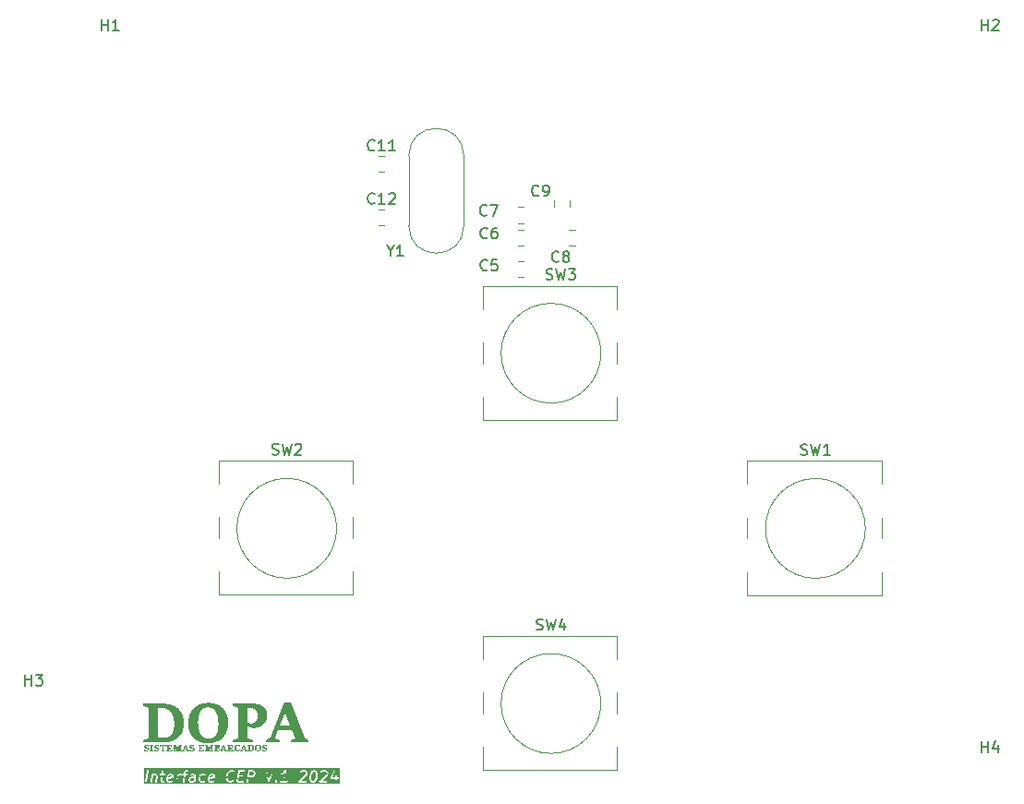
<source format=gbr>
%TF.GenerationSoftware,KiCad,Pcbnew,7.0.9*%
%TF.CreationDate,2024-02-19T11:32:55-03:00*%
%TF.ProjectId,iSTF,69535446-2e6b-4696-9361-645f70636258,rev?*%
%TF.SameCoordinates,Original*%
%TF.FileFunction,Legend,Top*%
%TF.FilePolarity,Positive*%
%FSLAX46Y46*%
G04 Gerber Fmt 4.6, Leading zero omitted, Abs format (unit mm)*
G04 Created by KiCad (PCBNEW 7.0.9) date 2024-02-19 11:32:55*
%MOMM*%
%LPD*%
G01*
G04 APERTURE LIST*
%ADD10C,0.150000*%
%ADD11C,0.125000*%
%ADD12C,0.120000*%
G04 APERTURE END LIST*
D10*
G36*
X113525178Y-129006542D02*
G01*
X113574790Y-129008145D01*
X113625074Y-129010816D01*
X113676029Y-129014556D01*
X113727656Y-129019365D01*
X113766817Y-129023673D01*
X113806355Y-129028581D01*
X113846272Y-129034091D01*
X113886566Y-129040202D01*
X113927190Y-129046825D01*
X113967727Y-129054238D01*
X114008179Y-129062441D01*
X114048545Y-129071434D01*
X114088825Y-129081217D01*
X114129019Y-129091791D01*
X114169127Y-129103154D01*
X114209150Y-129115307D01*
X114249086Y-129128250D01*
X114288937Y-129141982D01*
X114315457Y-129151577D01*
X114355219Y-129166712D01*
X114394637Y-129182809D01*
X114433712Y-129199868D01*
X114472444Y-129217889D01*
X114510832Y-129236871D01*
X114548876Y-129256815D01*
X114586578Y-129277720D01*
X114623935Y-129299588D01*
X114660950Y-129322417D01*
X114697620Y-129346208D01*
X114721877Y-129362602D01*
X114757918Y-129388099D01*
X114793135Y-129414764D01*
X114827527Y-129442596D01*
X114861095Y-129471596D01*
X114893839Y-129501764D01*
X114925758Y-129533099D01*
X114956854Y-129565603D01*
X114987124Y-129599274D01*
X115016571Y-129634113D01*
X115045193Y-129670119D01*
X115063817Y-129694773D01*
X115090945Y-129732603D01*
X115117008Y-129771721D01*
X115142007Y-129812127D01*
X115165941Y-129853821D01*
X115188810Y-129896803D01*
X115210614Y-129941073D01*
X115231354Y-129986631D01*
X115251029Y-130033476D01*
X115269639Y-130081610D01*
X115287184Y-130131032D01*
X115298290Y-130164696D01*
X115314003Y-130216202D01*
X115328171Y-130269236D01*
X115340794Y-130323798D01*
X115351871Y-130379889D01*
X115361402Y-130437509D01*
X115366897Y-130476771D01*
X115371706Y-130516712D01*
X115375827Y-130557333D01*
X115379262Y-130598632D01*
X115382010Y-130640612D01*
X115384071Y-130683270D01*
X115385444Y-130726608D01*
X115386131Y-130770625D01*
X115386217Y-130792889D01*
X115385630Y-130849561D01*
X115383866Y-130905271D01*
X115380928Y-130960019D01*
X115376814Y-131013806D01*
X115371524Y-131066631D01*
X115365060Y-131118495D01*
X115357419Y-131169397D01*
X115348604Y-131219337D01*
X115338613Y-131268315D01*
X115327446Y-131316331D01*
X115315104Y-131363386D01*
X115301587Y-131409480D01*
X115286894Y-131454611D01*
X115271026Y-131498781D01*
X115253983Y-131541989D01*
X115235764Y-131584235D01*
X115216636Y-131625551D01*
X115196624Y-131665965D01*
X115175726Y-131705479D01*
X115153942Y-131744092D01*
X115131273Y-131781805D01*
X115107719Y-131818617D01*
X115083280Y-131854528D01*
X115057955Y-131889539D01*
X115031745Y-131923649D01*
X115004649Y-131956858D01*
X114976668Y-131989167D01*
X114947801Y-132020575D01*
X114918049Y-132051083D01*
X114887412Y-132080689D01*
X114855890Y-132109396D01*
X114823482Y-132137201D01*
X114790391Y-132164121D01*
X114756574Y-132190171D01*
X114722033Y-132215351D01*
X114686767Y-132239661D01*
X114650775Y-132263101D01*
X114614059Y-132285670D01*
X114576617Y-132307370D01*
X114538450Y-132328199D01*
X114499558Y-132348158D01*
X114459941Y-132367247D01*
X114419599Y-132385466D01*
X114378532Y-132402815D01*
X114336740Y-132419294D01*
X114294223Y-132434903D01*
X114250980Y-132449641D01*
X114207013Y-132463510D01*
X114162595Y-132476405D01*
X114117757Y-132488468D01*
X114072500Y-132499700D01*
X114026823Y-132510099D01*
X113980726Y-132519666D01*
X113934209Y-132528402D01*
X113887272Y-132536305D01*
X113839916Y-132543377D01*
X113792140Y-132549617D01*
X113743944Y-132555024D01*
X113695328Y-132559600D01*
X113646292Y-132563344D01*
X113596837Y-132566256D01*
X113546962Y-132568336D01*
X113496667Y-132569584D01*
X113445952Y-132570000D01*
X111685450Y-132570000D01*
X111685450Y-132351158D01*
X112070376Y-132204612D01*
X112107064Y-132185457D01*
X112134856Y-132162602D01*
X112156106Y-132128653D01*
X112163078Y-132088127D01*
X112163189Y-132081514D01*
X112163189Y-129487655D01*
X112157766Y-129448732D01*
X112136600Y-129414039D01*
X112134856Y-129412428D01*
X112990683Y-129412428D01*
X112990683Y-132163579D01*
X113486008Y-132163579D01*
X113534648Y-132162824D01*
X113582018Y-132160557D01*
X113628117Y-132156779D01*
X113672945Y-132151489D01*
X113716503Y-132144689D01*
X113758789Y-132136377D01*
X113799805Y-132126554D01*
X113839549Y-132115219D01*
X113878023Y-132102374D01*
X113915227Y-132088017D01*
X113939323Y-132077606D01*
X113974634Y-132060773D01*
X114019872Y-132036112D01*
X114063004Y-132008917D01*
X114104029Y-131979188D01*
X114142948Y-131946926D01*
X114179760Y-131912129D01*
X114214465Y-131874798D01*
X114247064Y-131834933D01*
X114254884Y-131824570D01*
X114277582Y-131792419D01*
X114299146Y-131758980D01*
X114319576Y-131724252D01*
X114338873Y-131688237D01*
X114357037Y-131650934D01*
X114374067Y-131612342D01*
X114389964Y-131572463D01*
X114404727Y-131531296D01*
X114418357Y-131488840D01*
X114430854Y-131445097D01*
X114438555Y-131415219D01*
X114449380Y-131369398D01*
X114459140Y-131322426D01*
X114467835Y-131274304D01*
X114475466Y-131225030D01*
X114482032Y-131174607D01*
X114487533Y-131123032D01*
X114491970Y-131070307D01*
X114495341Y-131016432D01*
X114497648Y-130961406D01*
X114498891Y-130905229D01*
X114499127Y-130867138D01*
X114498814Y-130824919D01*
X114497875Y-130783256D01*
X114496311Y-130742151D01*
X114494120Y-130701603D01*
X114491304Y-130661612D01*
X114487862Y-130622178D01*
X114483793Y-130583301D01*
X114476518Y-130526031D01*
X114467834Y-130470015D01*
X114457741Y-130415252D01*
X114446241Y-130361743D01*
X114433332Y-130309487D01*
X114419016Y-130258485D01*
X114403385Y-130208823D01*
X114386535Y-130160586D01*
X114368466Y-130113774D01*
X114349177Y-130068388D01*
X114328670Y-130024427D01*
X114306942Y-129981892D01*
X114283996Y-129940782D01*
X114259830Y-129901097D01*
X114234445Y-129862838D01*
X114207841Y-129826004D01*
X114189427Y-129802240D01*
X114161017Y-129767833D01*
X114131473Y-129734954D01*
X114100796Y-129703605D01*
X114068985Y-129673783D01*
X114036041Y-129645490D01*
X114001963Y-129618725D01*
X113966752Y-129593489D01*
X113930408Y-129569781D01*
X113892930Y-129547602D01*
X113854318Y-129526951D01*
X113827948Y-129514033D01*
X113787777Y-129495875D01*
X113746764Y-129479503D01*
X113704910Y-129464917D01*
X113662214Y-129452117D01*
X113618677Y-129441104D01*
X113574298Y-129431876D01*
X113529078Y-129424434D01*
X113483016Y-129418778D01*
X113436113Y-129414909D01*
X113388368Y-129412825D01*
X113356071Y-129412428D01*
X112990683Y-129412428D01*
X112134856Y-129412428D01*
X112103034Y-129387710D01*
X112070376Y-129371395D01*
X111685450Y-129224849D01*
X111685450Y-129006008D01*
X113476238Y-129006008D01*
X113525178Y-129006542D01*
G37*
G36*
X117680509Y-128944031D02*
G01*
X117737528Y-128945680D01*
X117793563Y-128948428D01*
X117848613Y-128952274D01*
X117902678Y-128957220D01*
X117955759Y-128963265D01*
X118007855Y-128970409D01*
X118058967Y-128978653D01*
X118109094Y-128987995D01*
X118158236Y-128998436D01*
X118206394Y-129009977D01*
X118253567Y-129022616D01*
X118299756Y-129036355D01*
X118344960Y-129051193D01*
X118389179Y-129067130D01*
X118432414Y-129084166D01*
X118474824Y-129102049D01*
X118516327Y-129120771D01*
X118556921Y-129140334D01*
X118596606Y-129160736D01*
X118635384Y-129181977D01*
X118673253Y-129204058D01*
X118710214Y-129226979D01*
X118746266Y-129250739D01*
X118781410Y-129275339D01*
X118815646Y-129300778D01*
X118848974Y-129327057D01*
X118881393Y-129354176D01*
X118912905Y-129382134D01*
X118943507Y-129410932D01*
X118973202Y-129440569D01*
X119001988Y-129471046D01*
X119029863Y-129502294D01*
X119056821Y-129534244D01*
X119082863Y-129566896D01*
X119107990Y-129600251D01*
X119132200Y-129634307D01*
X119155495Y-129669066D01*
X119177874Y-129704527D01*
X119199337Y-129740690D01*
X119219883Y-129777556D01*
X119239515Y-129815123D01*
X119258230Y-129853393D01*
X119276029Y-129892365D01*
X119292912Y-129932039D01*
X119308879Y-129972416D01*
X119323931Y-130013494D01*
X119338066Y-130055275D01*
X119351435Y-130097617D01*
X119363941Y-130140379D01*
X119375584Y-130183560D01*
X119386366Y-130227161D01*
X119396284Y-130271182D01*
X119405340Y-130315623D01*
X119413534Y-130360483D01*
X119420865Y-130405764D01*
X119427333Y-130451464D01*
X119432940Y-130497584D01*
X119437683Y-130544123D01*
X119441564Y-130591083D01*
X119444583Y-130638462D01*
X119446739Y-130686261D01*
X119448033Y-130734480D01*
X119448464Y-130783119D01*
X119448044Y-130826848D01*
X119446781Y-130870474D01*
X119444678Y-130913997D01*
X119441732Y-130957417D01*
X119437946Y-131000733D01*
X119433317Y-131043947D01*
X119427848Y-131087058D01*
X119421536Y-131130066D01*
X119414384Y-131172970D01*
X119406390Y-131215772D01*
X119400593Y-131244249D01*
X119391371Y-131286733D01*
X119381290Y-131328822D01*
X119370350Y-131370516D01*
X119358552Y-131411815D01*
X119345896Y-131452719D01*
X119332380Y-131493228D01*
X119318006Y-131533342D01*
X119302773Y-131573061D01*
X119286682Y-131612385D01*
X119269732Y-131651314D01*
X119257955Y-131677048D01*
X119239722Y-131715250D01*
X119220563Y-131752919D01*
X119200476Y-131790057D01*
X119179461Y-131826662D01*
X119157520Y-131862734D01*
X119134650Y-131898274D01*
X119110854Y-131933282D01*
X119086130Y-131967758D01*
X119060479Y-132001701D01*
X119033900Y-132035111D01*
X119015666Y-132057090D01*
X118987507Y-132089467D01*
X118958353Y-132121020D01*
X118928202Y-132151749D01*
X118897056Y-132181653D01*
X118864913Y-132210734D01*
X118831774Y-132238989D01*
X118797639Y-132266421D01*
X118762508Y-132293028D01*
X118726381Y-132318811D01*
X118689258Y-132343770D01*
X118663956Y-132359951D01*
X118625339Y-132383292D01*
X118585692Y-132405689D01*
X118545014Y-132427141D01*
X118503306Y-132447649D01*
X118460567Y-132467212D01*
X118416798Y-132485831D01*
X118371998Y-132503505D01*
X118326168Y-132520235D01*
X118279308Y-132536020D01*
X118231417Y-132550861D01*
X118198918Y-132560230D01*
X118149484Y-132573150D01*
X118099003Y-132584799D01*
X118047475Y-132595178D01*
X117994899Y-132604285D01*
X117941275Y-132612122D01*
X117886604Y-132618688D01*
X117830885Y-132623983D01*
X117774118Y-132628007D01*
X117716304Y-132630761D01*
X117677180Y-132631890D01*
X117637590Y-132632455D01*
X117617620Y-132632526D01*
X117562700Y-132632022D01*
X117508581Y-132630511D01*
X117455263Y-132627992D01*
X117402747Y-132624466D01*
X117351033Y-132619932D01*
X117300119Y-132614391D01*
X117250008Y-132607842D01*
X117200697Y-132600286D01*
X117152188Y-132591722D01*
X117104481Y-132582151D01*
X117057575Y-132571572D01*
X117011470Y-132559986D01*
X116966167Y-132547392D01*
X116921665Y-132533790D01*
X116877965Y-132519182D01*
X116835066Y-132503565D01*
X116792984Y-132487007D01*
X116751733Y-132469570D01*
X116711315Y-132451255D01*
X116671728Y-132432063D01*
X116632974Y-132411993D01*
X116595051Y-132391046D01*
X116557961Y-132369220D01*
X116521702Y-132346517D01*
X116486276Y-132322936D01*
X116451681Y-132298478D01*
X116417918Y-132273141D01*
X116384987Y-132246927D01*
X116352888Y-132219835D01*
X116321622Y-132191866D01*
X116291187Y-132163018D01*
X116261584Y-132133293D01*
X116232958Y-132102736D01*
X116205209Y-132071393D01*
X116178339Y-132039264D01*
X116152346Y-132006348D01*
X116127231Y-131972646D01*
X116102994Y-131938159D01*
X116079634Y-131902885D01*
X116057152Y-131866824D01*
X116035548Y-131829978D01*
X116014822Y-131792346D01*
X115994973Y-131753927D01*
X115976003Y-131714722D01*
X115957910Y-131674731D01*
X115940694Y-131633954D01*
X115924357Y-131592391D01*
X115908897Y-131550041D01*
X115894464Y-131506974D01*
X115880962Y-131463259D01*
X115868391Y-131418894D01*
X115856751Y-131373881D01*
X115846043Y-131328219D01*
X115836265Y-131281909D01*
X115827419Y-131234949D01*
X115819504Y-131187341D01*
X115812520Y-131139084D01*
X115806468Y-131090178D01*
X115801346Y-131040623D01*
X115797156Y-130990420D01*
X115793897Y-130939568D01*
X115791569Y-130888067D01*
X115790172Y-130835917D01*
X115789706Y-130783119D01*
X115790195Y-130733297D01*
X115791182Y-130700076D01*
X116684612Y-130700076D01*
X116684830Y-130743174D01*
X116685482Y-130785760D01*
X116686570Y-130827834D01*
X116688093Y-130869398D01*
X116690050Y-130910449D01*
X116692443Y-130950990D01*
X116695271Y-130991019D01*
X116698534Y-131030537D01*
X116702232Y-131069543D01*
X116708595Y-131127094D01*
X116715936Y-131183494D01*
X116724257Y-131238743D01*
X116733556Y-131292842D01*
X116740300Y-131328269D01*
X116751465Y-131380138D01*
X116763713Y-131430599D01*
X116777042Y-131479652D01*
X116791453Y-131527296D01*
X116806946Y-131573533D01*
X116823522Y-131618361D01*
X116841179Y-131661781D01*
X116859918Y-131703792D01*
X116879738Y-131744396D01*
X116900641Y-131783591D01*
X116915177Y-131808939D01*
X116938092Y-131845684D01*
X116962141Y-131880815D01*
X116987323Y-131914331D01*
X117013638Y-131946234D01*
X117041087Y-131976522D01*
X117069669Y-132005196D01*
X117099384Y-132032255D01*
X117130233Y-132057700D01*
X117162216Y-132081531D01*
X117195332Y-132103748D01*
X117218039Y-132117662D01*
X117253252Y-132137042D01*
X117289651Y-132154516D01*
X117327235Y-132170083D01*
X117366004Y-132183745D01*
X117405958Y-132195500D01*
X117447096Y-132205349D01*
X117489420Y-132213291D01*
X117532929Y-132219328D01*
X117577622Y-132223458D01*
X117623501Y-132225682D01*
X117654745Y-132226106D01*
X117696553Y-132225230D01*
X117737348Y-132222602D01*
X117777130Y-132218223D01*
X117815899Y-132212092D01*
X117866015Y-132201193D01*
X117914329Y-132187179D01*
X117960842Y-132170052D01*
X118005554Y-132149810D01*
X118048464Y-132126454D01*
X118089833Y-132100076D01*
X118129431Y-132071256D01*
X118167258Y-132039993D01*
X118203314Y-132006287D01*
X118237600Y-131970139D01*
X118270115Y-131931549D01*
X118300859Y-131890516D01*
X118322755Y-131858138D01*
X118329832Y-131847041D01*
X118350566Y-131812717D01*
X118370269Y-131777157D01*
X118388943Y-131740360D01*
X118406585Y-131702327D01*
X118423198Y-131663057D01*
X118438780Y-131622551D01*
X118453331Y-131580808D01*
X118466852Y-131537829D01*
X118479343Y-131493614D01*
X118490803Y-131448162D01*
X118497871Y-131417173D01*
X118507648Y-131369623D01*
X118516464Y-131321129D01*
X118524318Y-131271689D01*
X118531210Y-131221306D01*
X118537141Y-131169978D01*
X118542110Y-131117705D01*
X118546117Y-131064488D01*
X118549162Y-131010326D01*
X118551246Y-130955219D01*
X118552368Y-130899169D01*
X118552581Y-130861277D01*
X118552356Y-130817950D01*
X118551681Y-130775166D01*
X118550555Y-130732923D01*
X118548979Y-130691222D01*
X118546952Y-130650064D01*
X118544476Y-130609447D01*
X118541549Y-130569372D01*
X118538171Y-130529839D01*
X118534343Y-130490848D01*
X118527757Y-130433377D01*
X118520158Y-130377126D01*
X118511546Y-130322094D01*
X118501920Y-130268282D01*
X118494940Y-130233084D01*
X118483740Y-130181258D01*
X118471390Y-130130926D01*
X118457889Y-130082087D01*
X118443237Y-130034743D01*
X118427435Y-129988894D01*
X118410482Y-129944538D01*
X118392378Y-129901676D01*
X118373124Y-129860308D01*
X118352719Y-129820435D01*
X118331164Y-129782055D01*
X118316154Y-129757299D01*
X118292890Y-129721452D01*
X118268527Y-129687186D01*
X118243065Y-129654499D01*
X118216503Y-129623393D01*
X118188843Y-129593866D01*
X118160083Y-129565919D01*
X118130225Y-129539553D01*
X118099267Y-129514766D01*
X118067210Y-129491559D01*
X118034054Y-129469932D01*
X118011339Y-129456392D01*
X117976317Y-129437361D01*
X117940127Y-129420202D01*
X117902770Y-129404915D01*
X117864244Y-129391499D01*
X117824551Y-129379956D01*
X117783690Y-129370285D01*
X117741661Y-129362485D01*
X117698464Y-129356557D01*
X117654100Y-129352502D01*
X117608568Y-129350318D01*
X117577564Y-129349902D01*
X117533128Y-129350846D01*
X117489946Y-129353680D01*
X117448017Y-129358403D01*
X117407342Y-129365014D01*
X117367921Y-129373515D01*
X117329753Y-129383905D01*
X117280813Y-129400697D01*
X117234101Y-129420847D01*
X117189619Y-129444355D01*
X117168213Y-129457369D01*
X117127119Y-129485426D01*
X117087857Y-129515865D01*
X117050427Y-129548685D01*
X117014829Y-129583886D01*
X116981062Y-129621469D01*
X116949127Y-129661434D01*
X116919024Y-129703779D01*
X116897649Y-129737101D01*
X116890753Y-129748506D01*
X116870944Y-129783311D01*
X116852182Y-129819214D01*
X116834468Y-129856217D01*
X116817801Y-129894319D01*
X116802182Y-129933520D01*
X116787610Y-129973820D01*
X116774086Y-130015219D01*
X116761610Y-130057718D01*
X116750181Y-130101315D01*
X116739800Y-130146011D01*
X116733461Y-130176420D01*
X116724731Y-130222690D01*
X116716860Y-130269545D01*
X116709847Y-130316983D01*
X116703694Y-130365006D01*
X116698399Y-130413612D01*
X116693962Y-130462802D01*
X116690384Y-130512576D01*
X116687665Y-130562934D01*
X116685805Y-130613876D01*
X116684803Y-130665401D01*
X116684612Y-130700076D01*
X115791182Y-130700076D01*
X115791660Y-130683971D01*
X115794103Y-130635142D01*
X115797522Y-130586809D01*
X115801919Y-130538971D01*
X115807292Y-130491630D01*
X115813642Y-130444785D01*
X115820969Y-130398436D01*
X115829274Y-130352584D01*
X115838555Y-130307227D01*
X115848813Y-130262366D01*
X115860048Y-130218002D01*
X115872260Y-130174134D01*
X115885450Y-130130761D01*
X115899616Y-130087885D01*
X115914759Y-130045505D01*
X115930822Y-130003728D01*
X115947747Y-129962661D01*
X115965535Y-129922304D01*
X115984185Y-129882657D01*
X116003697Y-129843719D01*
X116024073Y-129805491D01*
X116045310Y-129767973D01*
X116067411Y-129731165D01*
X116090373Y-129695067D01*
X116114198Y-129659678D01*
X116138886Y-129624999D01*
X116164436Y-129591031D01*
X116190849Y-129557772D01*
X116218124Y-129525222D01*
X116246261Y-129493383D01*
X116275261Y-129462254D01*
X116305219Y-129431910D01*
X116335986Y-129402429D01*
X116367562Y-129373811D01*
X116399947Y-129346055D01*
X116433141Y-129319162D01*
X116467144Y-129293131D01*
X116501957Y-129267962D01*
X116537578Y-129243656D01*
X116574008Y-129220213D01*
X116611248Y-129197632D01*
X116649296Y-129175913D01*
X116688154Y-129155057D01*
X116727820Y-129135064D01*
X116768296Y-129115932D01*
X116809581Y-129097664D01*
X116851674Y-129080258D01*
X116894642Y-129063695D01*
X116938304Y-129048201D01*
X116982661Y-129033775D01*
X117027712Y-129020418D01*
X117073458Y-129008130D01*
X117119899Y-128996910D01*
X117167034Y-128986758D01*
X117214863Y-128977676D01*
X117263388Y-128969661D01*
X117312606Y-128962716D01*
X117362520Y-128956839D01*
X117413128Y-128952030D01*
X117464430Y-128948290D01*
X117516427Y-128945619D01*
X117569119Y-128944016D01*
X117622505Y-128943482D01*
X117680509Y-128944031D01*
G37*
G36*
X121692555Y-129006514D02*
G01*
X121745641Y-129008034D01*
X121798091Y-129010567D01*
X121849906Y-129014114D01*
X121901085Y-129018673D01*
X121951629Y-129024246D01*
X122001538Y-129030832D01*
X122050811Y-129038431D01*
X122099448Y-129047044D01*
X122147451Y-129056669D01*
X122179099Y-129063649D01*
X122225968Y-129075024D01*
X122271686Y-129087532D01*
X122316254Y-129101173D01*
X122359671Y-129115948D01*
X122401937Y-129131856D01*
X122443053Y-129148898D01*
X122483018Y-129167073D01*
X122521833Y-129186381D01*
X122559497Y-129206823D01*
X122596010Y-129228399D01*
X122619713Y-129243412D01*
X122654189Y-129266745D01*
X122687273Y-129291314D01*
X122718967Y-129317120D01*
X122749269Y-129344162D01*
X122778180Y-129372441D01*
X122805700Y-129401956D01*
X122831830Y-129432708D01*
X122856568Y-129464696D01*
X122879915Y-129497921D01*
X122901871Y-129532382D01*
X122915736Y-129556043D01*
X122935290Y-129592642D01*
X122952922Y-129630632D01*
X122968630Y-129670014D01*
X122982414Y-129710786D01*
X122994275Y-129752949D01*
X123004213Y-129796504D01*
X123012227Y-129841449D01*
X123018318Y-129887786D01*
X123022485Y-129935513D01*
X123024729Y-129984632D01*
X123025157Y-130018150D01*
X123024341Y-130071133D01*
X123021894Y-130123102D01*
X123017815Y-130174058D01*
X123012105Y-130224001D01*
X123004763Y-130272931D01*
X122995790Y-130320847D01*
X122985186Y-130367750D01*
X122972950Y-130413640D01*
X122959082Y-130458517D01*
X122943583Y-130502381D01*
X122932344Y-130531060D01*
X122914281Y-130572949D01*
X122894895Y-130613618D01*
X122874187Y-130653068D01*
X122852156Y-130691299D01*
X122828803Y-130728310D01*
X122804128Y-130764102D01*
X122778131Y-130798675D01*
X122750811Y-130832028D01*
X122722168Y-130864163D01*
X122692204Y-130895077D01*
X122671493Y-130915010D01*
X122639628Y-130943867D01*
X122606681Y-130971453D01*
X122572652Y-130997768D01*
X122537541Y-131022813D01*
X122501348Y-131046586D01*
X122464073Y-131069089D01*
X122425717Y-131090321D01*
X122386278Y-131110282D01*
X122345758Y-131128972D01*
X122304155Y-131146392D01*
X122275819Y-131157299D01*
X122232586Y-131172314D01*
X122188613Y-131185852D01*
X122143903Y-131197914D01*
X122098453Y-131208498D01*
X122052266Y-131217606D01*
X122005340Y-131225237D01*
X121957675Y-131231390D01*
X121909272Y-131236067D01*
X121860131Y-131239267D01*
X121810251Y-131240990D01*
X121776587Y-131241318D01*
X121735886Y-131239983D01*
X121696482Y-131236497D01*
X121654450Y-131230846D01*
X121634926Y-131227641D01*
X121595664Y-131220130D01*
X121556036Y-131211277D01*
X121516041Y-131201079D01*
X121475680Y-131189539D01*
X121435319Y-131176899D01*
X121395324Y-131163405D01*
X121355696Y-131149056D01*
X121316434Y-131133852D01*
X121279064Y-131117487D01*
X121239944Y-131098494D01*
X121203914Y-131078882D01*
X121181612Y-131065464D01*
X121181612Y-132076629D01*
X121186449Y-132117521D01*
X121204051Y-132153886D01*
X121210921Y-132161625D01*
X121243649Y-132186050D01*
X121281263Y-132202658D01*
X121689637Y-132351158D01*
X121689637Y-132570000D01*
X119876378Y-132570000D01*
X119876378Y-132351158D01*
X120261304Y-132204612D01*
X120298714Y-132186895D01*
X120329692Y-132161625D01*
X120348750Y-132125878D01*
X120354093Y-132084845D01*
X120354117Y-132081514D01*
X120354117Y-129487655D01*
X120349068Y-129448732D01*
X120329361Y-129414039D01*
X120327739Y-129412428D01*
X121181612Y-129412428D01*
X121181612Y-130770418D01*
X121219713Y-130781409D01*
X121260758Y-130790382D01*
X121263677Y-130790935D01*
X121303540Y-130797285D01*
X121345338Y-130803635D01*
X121365282Y-130806566D01*
X121405582Y-130811146D01*
X121445882Y-130814626D01*
X121472749Y-130816336D01*
X121512500Y-130818122D01*
X121554322Y-130819127D01*
X121576308Y-130819267D01*
X121621336Y-130817962D01*
X121664098Y-130814046D01*
X121704593Y-130807520D01*
X121742821Y-130798384D01*
X121784555Y-130784426D01*
X121790265Y-130782142D01*
X121829087Y-130764918D01*
X121865198Y-130745731D01*
X121898597Y-130724580D01*
X121933447Y-130698003D01*
X121945603Y-130687376D01*
X121975950Y-130657578D01*
X122003489Y-130625826D01*
X122028218Y-130592121D01*
X122050139Y-130556461D01*
X122069923Y-130519214D01*
X122087264Y-130481723D01*
X122102163Y-130443988D01*
X122114619Y-130406008D01*
X122124877Y-130367967D01*
X122134082Y-130326485D01*
X122140814Y-130286394D01*
X122143928Y-130260439D01*
X122148050Y-130218803D01*
X122150821Y-130176971D01*
X122151744Y-130139295D01*
X122150957Y-130094983D01*
X122148596Y-130051196D01*
X122144660Y-130007933D01*
X122139150Y-129965195D01*
X122132066Y-129922982D01*
X122123408Y-129881294D01*
X122119504Y-129864766D01*
X122108260Y-129824337D01*
X122094679Y-129785482D01*
X122078760Y-129748202D01*
X122060504Y-129712496D01*
X122039910Y-129678364D01*
X122016979Y-129645806D01*
X122007152Y-129633224D01*
X121980758Y-129603037D01*
X121951644Y-129574758D01*
X121919812Y-129548387D01*
X121885260Y-129523925D01*
X121847989Y-129501371D01*
X121807999Y-129480724D01*
X121791242Y-129473000D01*
X121747536Y-129455550D01*
X121700681Y-129441058D01*
X121660930Y-129431593D01*
X121619165Y-129424022D01*
X121575384Y-129418343D01*
X121529589Y-129414557D01*
X121481778Y-129412665D01*
X121457117Y-129412428D01*
X121181612Y-129412428D01*
X120327739Y-129412428D01*
X120295851Y-129387710D01*
X120261304Y-129371395D01*
X119876378Y-129224849D01*
X119876378Y-129006008D01*
X121638834Y-129006008D01*
X121692555Y-129006514D01*
G37*
G36*
X126427948Y-132104961D02*
G01*
X126445953Y-132142788D01*
X126469194Y-132177623D01*
X126476796Y-132187027D01*
X126505835Y-132215210D01*
X126540682Y-132235861D01*
X126548115Y-132238806D01*
X126815806Y-132351158D01*
X126815806Y-132570000D01*
X125190125Y-132570000D01*
X125190125Y-132351158D01*
X125610223Y-132199727D01*
X125294661Y-131413265D01*
X124036322Y-131413265D01*
X123739323Y-132185073D01*
X124164305Y-132351158D01*
X124164305Y-132570000D01*
X122908897Y-132570000D01*
X122908897Y-132351158D01*
X123165840Y-132231967D01*
X123203160Y-132211731D01*
X123235618Y-132186073D01*
X123263213Y-132154991D01*
X123285947Y-132118486D01*
X123296755Y-132095191D01*
X123729932Y-131006845D01*
X124196545Y-131006845D01*
X125137369Y-131006845D01*
X124797383Y-130143203D01*
X124696755Y-129810055D01*
X124654745Y-129810055D01*
X124196545Y-131006845D01*
X123729932Y-131006845D01*
X124314759Y-129537480D01*
X124616643Y-128943482D01*
X125201849Y-128943482D01*
X126427948Y-132104961D01*
G37*
D11*
G36*
X111946393Y-133389660D02*
G01*
X111939198Y-133389582D01*
X111931801Y-133389350D01*
X111924203Y-133388962D01*
X111916403Y-133388420D01*
X111910018Y-133387874D01*
X111903504Y-133387229D01*
X111896861Y-133386485D01*
X111890141Y-133385661D01*
X111883396Y-133384778D01*
X111876627Y-133383836D01*
X111869832Y-133382833D01*
X111863013Y-133381772D01*
X111856169Y-133380650D01*
X111849301Y-133379470D01*
X111842407Y-133378229D01*
X111835504Y-133376902D01*
X111828605Y-133375540D01*
X111821711Y-133374144D01*
X111814823Y-133372713D01*
X111807939Y-133371247D01*
X111801061Y-133369746D01*
X111794187Y-133368210D01*
X111787318Y-133366640D01*
X111780506Y-133365045D01*
X111773804Y-133363435D01*
X111767210Y-133361810D01*
X111760726Y-133360171D01*
X111754351Y-133358516D01*
X111748085Y-133356847D01*
X111741928Y-133355162D01*
X111735881Y-133353463D01*
X111733499Y-133186450D01*
X111787477Y-133186450D01*
X111811449Y-133262812D01*
X111814668Y-133268487D01*
X111814942Y-133268845D01*
X111819196Y-133273846D01*
X111819863Y-133274561D01*
X111824625Y-133279061D01*
X111825102Y-133279482D01*
X111829865Y-133283292D01*
X111835412Y-133286527D01*
X111841574Y-133289881D01*
X111847470Y-133292913D01*
X111853837Y-133296036D01*
X111855743Y-133296945D01*
X111861622Y-133299585D01*
X111867590Y-133302147D01*
X111873648Y-133304631D01*
X111879795Y-133307036D01*
X111886031Y-133309364D01*
X111888129Y-133310122D01*
X111894446Y-133312253D01*
X111900773Y-133314238D01*
X111907111Y-133316078D01*
X111913461Y-133317772D01*
X111919822Y-133319322D01*
X111921945Y-133319807D01*
X111928274Y-133321101D01*
X111935404Y-133322273D01*
X111942261Y-133323081D01*
X111948844Y-133323524D01*
X111953379Y-133323617D01*
X111959816Y-133323525D01*
X111967660Y-133323152D01*
X111975279Y-133322492D01*
X111982674Y-133321546D01*
X111989843Y-133320313D01*
X111996788Y-133318792D01*
X112000847Y-133317743D01*
X112007447Y-133315779D01*
X112013753Y-133313560D01*
X112019763Y-133311085D01*
X112026588Y-133307777D01*
X112032987Y-133304101D01*
X112037997Y-133300756D01*
X112043639Y-133296389D01*
X112048780Y-133291744D01*
X112053418Y-133286819D01*
X112057554Y-133281615D01*
X112061187Y-133276133D01*
X112062287Y-133274243D01*
X112065200Y-133268394D01*
X112067511Y-133262277D01*
X112069219Y-133255892D01*
X112070324Y-133249239D01*
X112070826Y-133242318D01*
X112070860Y-133239951D01*
X112070601Y-133232824D01*
X112069826Y-133226169D01*
X112068308Y-133219139D01*
X112066115Y-133212724D01*
X112065462Y-133211216D01*
X112062535Y-133205382D01*
X112058992Y-133199944D01*
X112054835Y-133194904D01*
X112050062Y-133190260D01*
X112044714Y-133185865D01*
X112038830Y-133181727D01*
X112033242Y-133178318D01*
X112027244Y-133175107D01*
X112025455Y-133174226D01*
X112018952Y-133171162D01*
X112013088Y-133168524D01*
X112006956Y-133165875D01*
X112000556Y-133163214D01*
X111993888Y-133160543D01*
X111992751Y-133160096D01*
X111986369Y-133157592D01*
X111979966Y-133155199D01*
X111973540Y-133152919D01*
X111967091Y-133150749D01*
X111960621Y-133148692D01*
X111958459Y-133148031D01*
X111951992Y-133146077D01*
X111945570Y-133144146D01*
X111939192Y-133142237D01*
X111932859Y-133140351D01*
X111926571Y-133138486D01*
X111924485Y-133137870D01*
X111918234Y-133136024D01*
X111911983Y-133134179D01*
X111905732Y-133132333D01*
X111899480Y-133130488D01*
X111893229Y-133128642D01*
X111891146Y-133128027D01*
X111884923Y-133126088D01*
X111878755Y-133124083D01*
X111872644Y-133122010D01*
X111866588Y-133119871D01*
X111860588Y-133117664D01*
X111858600Y-133116914D01*
X111852399Y-133114424D01*
X111846336Y-133111794D01*
X111840413Y-133109026D01*
X111834628Y-133106118D01*
X111828982Y-133103072D01*
X111823475Y-133099887D01*
X111816787Y-133095711D01*
X111812878Y-133093100D01*
X111806622Y-133088572D01*
X111800652Y-133083820D01*
X111794969Y-133078842D01*
X111789573Y-133073640D01*
X111784464Y-133068213D01*
X111779641Y-133062561D01*
X111777793Y-133060237D01*
X111773391Y-133054221D01*
X111769315Y-133047980D01*
X111765565Y-133041514D01*
X111762140Y-133034824D01*
X111759041Y-133027908D01*
X111756267Y-133020768D01*
X111755249Y-133017849D01*
X111752962Y-133010333D01*
X111751412Y-133004141D01*
X111750110Y-132997791D01*
X111749055Y-132991282D01*
X111748249Y-132984614D01*
X111747691Y-132977788D01*
X111747381Y-132970802D01*
X111747311Y-132965459D01*
X111747443Y-132958918D01*
X111747837Y-132952471D01*
X111748494Y-132946118D01*
X111749686Y-132938309D01*
X111751288Y-132930648D01*
X111753301Y-132923134D01*
X111755725Y-132915768D01*
X111758567Y-132908572D01*
X111761734Y-132901570D01*
X111765227Y-132894761D01*
X111769046Y-132888146D01*
X111773190Y-132881726D01*
X111777660Y-132875499D01*
X111779539Y-132873062D01*
X111784445Y-132867102D01*
X111789638Y-132861329D01*
X111795118Y-132855741D01*
X111800884Y-132850340D01*
X111805704Y-132846153D01*
X111810708Y-132842084D01*
X111815894Y-132838135D01*
X111821272Y-132834323D01*
X111826769Y-132830664D01*
X111832385Y-132827159D01*
X111838121Y-132823807D01*
X111843975Y-132820610D01*
X111849948Y-132817566D01*
X111856040Y-132814676D01*
X111862252Y-132811940D01*
X111868612Y-132809360D01*
X111875071Y-132806939D01*
X111881630Y-132804677D01*
X111888288Y-132802573D01*
X111895045Y-132800629D01*
X111901902Y-132798843D01*
X111908857Y-132797215D01*
X111915912Y-132795747D01*
X111923078Y-132794445D01*
X111930289Y-132793316D01*
X111937545Y-132792361D01*
X111944846Y-132791579D01*
X111952191Y-132790972D01*
X111959580Y-132790538D01*
X111967015Y-132790277D01*
X111974494Y-132790190D01*
X111980906Y-132790225D01*
X111987363Y-132790329D01*
X111993865Y-132790503D01*
X112000411Y-132790746D01*
X112007002Y-132791059D01*
X112013637Y-132791441D01*
X112020318Y-132791892D01*
X112027042Y-132792413D01*
X112033807Y-132792956D01*
X112040527Y-132793554D01*
X112047202Y-132794206D01*
X112053833Y-132794913D01*
X112060419Y-132795675D01*
X112066960Y-132796491D01*
X112073457Y-132797362D01*
X112079909Y-132798287D01*
X112086336Y-132799212D01*
X112092679Y-132800162D01*
X112100489Y-132801385D01*
X112108167Y-132802646D01*
X112115713Y-132803946D01*
X112123128Y-132805285D01*
X112128965Y-132806384D01*
X112136096Y-132807769D01*
X112143002Y-132809146D01*
X112149683Y-132810516D01*
X112156140Y-132811878D01*
X112162372Y-132813232D01*
X112169553Y-132814847D01*
X112170718Y-132815115D01*
X112170718Y-132973079D01*
X112117217Y-132973079D01*
X112094038Y-132903226D01*
X112091062Y-132897511D01*
X112086613Y-132892441D01*
X112086259Y-132892113D01*
X112081410Y-132887954D01*
X112076241Y-132884243D01*
X112075622Y-132883857D01*
X112069830Y-132880784D01*
X112063537Y-132877815D01*
X112058159Y-132875443D01*
X112051580Y-132872738D01*
X112045331Y-132870438D01*
X112038706Y-132868238D01*
X112032599Y-132866394D01*
X112026310Y-132864587D01*
X112019945Y-132862917D01*
X112013504Y-132861383D01*
X112006987Y-132859987D01*
X112003229Y-132859250D01*
X111996776Y-132858075D01*
X111990475Y-132857188D01*
X111983460Y-132856528D01*
X111976643Y-132856245D01*
X111974970Y-132856234D01*
X111967332Y-132856389D01*
X111959996Y-132856854D01*
X111952963Y-132857629D01*
X111946232Y-132858714D01*
X111939804Y-132860110D01*
X111933677Y-132861815D01*
X111931311Y-132862584D01*
X111924547Y-132865094D01*
X111918184Y-132867860D01*
X111912223Y-132870883D01*
X111906664Y-132874163D01*
X111900687Y-132878314D01*
X111899877Y-132878936D01*
X111894625Y-132883402D01*
X111889980Y-132888187D01*
X111885943Y-132893291D01*
X111882513Y-132898714D01*
X111880826Y-132901956D01*
X111878048Y-132908465D01*
X111876064Y-132914974D01*
X111874873Y-132921483D01*
X111874476Y-132927992D01*
X111874714Y-132934858D01*
X111875429Y-132941487D01*
X111876619Y-132947877D01*
X111878286Y-132954028D01*
X111880971Y-132960575D01*
X111884116Y-132966142D01*
X111887976Y-132971470D01*
X111891939Y-132975937D01*
X111897228Y-132980849D01*
X111902458Y-132985000D01*
X111908250Y-132989014D01*
X111913662Y-132992346D01*
X111917500Y-132994512D01*
X111923726Y-132997704D01*
X111930500Y-133000852D01*
X111936563Y-133003441D01*
X111943006Y-133005999D01*
X111949828Y-133008526D01*
X111957030Y-133011023D01*
X111963080Y-133012970D01*
X111970082Y-133015201D01*
X111977024Y-133017385D01*
X111983904Y-133019524D01*
X111988782Y-133021024D01*
X111995681Y-133023116D01*
X112002625Y-133025222D01*
X112009615Y-133027344D01*
X112016651Y-133029481D01*
X112020692Y-133030709D01*
X112026835Y-133032522D01*
X112033001Y-133034392D01*
X112039189Y-133036318D01*
X112045399Y-133038299D01*
X112051631Y-133040336D01*
X112053714Y-133041028D01*
X112060037Y-133043167D01*
X112066506Y-133045418D01*
X112073120Y-133047781D01*
X112079879Y-133050256D01*
X112086783Y-133052842D01*
X112089117Y-133053728D01*
X112096161Y-133056683D01*
X112103104Y-133059793D01*
X112109947Y-133063059D01*
X112116689Y-133066479D01*
X112123330Y-133070054D01*
X112129870Y-133073784D01*
X112132458Y-133075319D01*
X112138837Y-133079317D01*
X112144975Y-133083571D01*
X112150874Y-133088080D01*
X112156532Y-133092845D01*
X112161950Y-133097866D01*
X112167127Y-133103142D01*
X112169131Y-133105325D01*
X112173933Y-133110937D01*
X112178417Y-133116859D01*
X112182584Y-133123092D01*
X112186433Y-133129634D01*
X112189964Y-133136487D01*
X112193177Y-133143650D01*
X112194373Y-133146602D01*
X112196569Y-133152669D01*
X112198471Y-133158965D01*
X112200081Y-133165489D01*
X112201398Y-133172241D01*
X112202423Y-133179222D01*
X112203154Y-133186430D01*
X112203594Y-133193867D01*
X112203740Y-133201532D01*
X112203602Y-133208470D01*
X112203187Y-133215351D01*
X112202497Y-133222177D01*
X112201530Y-133228947D01*
X112200286Y-133235662D01*
X112198767Y-133242320D01*
X112196971Y-133248923D01*
X112194899Y-133255470D01*
X112192551Y-133261961D01*
X112189926Y-133268396D01*
X112188023Y-133272655D01*
X112184963Y-133278957D01*
X112181619Y-133285122D01*
X112177990Y-133291151D01*
X112174077Y-133297042D01*
X112169879Y-133302797D01*
X112165396Y-133308415D01*
X112160629Y-133313896D01*
X112155577Y-133319241D01*
X112150240Y-133324449D01*
X112144619Y-133329520D01*
X112140713Y-133332825D01*
X112134613Y-133337613D01*
X112128220Y-133342214D01*
X112121534Y-133346629D01*
X112114555Y-133350856D01*
X112107283Y-133354897D01*
X112099718Y-133358750D01*
X112091860Y-133362416D01*
X112083709Y-133365896D01*
X112075265Y-133369188D01*
X112066528Y-133372294D01*
X112060540Y-133374260D01*
X112054439Y-133376125D01*
X112048199Y-133377870D01*
X112041822Y-133379494D01*
X112035308Y-133380998D01*
X112028655Y-133382381D01*
X112021865Y-133383645D01*
X112014938Y-133384788D01*
X112007872Y-133385810D01*
X112000669Y-133386712D01*
X111993329Y-133387494D01*
X111985850Y-133388156D01*
X111978234Y-133388698D01*
X111970481Y-133389119D01*
X111962589Y-133389419D01*
X111954560Y-133389600D01*
X111946393Y-133389660D01*
G37*
G36*
X112277562Y-133343938D02*
G01*
X112342971Y-133320124D01*
X112349084Y-133317245D01*
X112354242Y-133313139D01*
X112357463Y-133307330D01*
X112358366Y-133300662D01*
X112358370Y-133300121D01*
X112358370Y-132878618D01*
X112357458Y-132872233D01*
X112354184Y-132866647D01*
X112353607Y-132866077D01*
X112348312Y-132862070D01*
X112342971Y-132859726D01*
X112277562Y-132835913D01*
X112277562Y-132800351D01*
X112574122Y-132800351D01*
X112574122Y-132835913D01*
X112508714Y-132859726D01*
X112502641Y-132862266D01*
X112497442Y-132866077D01*
X112493989Y-132871435D01*
X112492842Y-132878116D01*
X112492838Y-132878618D01*
X112492838Y-133300121D01*
X112493572Y-133306508D01*
X112496489Y-133312426D01*
X112497283Y-133313297D01*
X112502443Y-133317227D01*
X112508289Y-133319973D01*
X112508714Y-133320124D01*
X112574122Y-133343938D01*
X112574122Y-133379500D01*
X112277562Y-133379500D01*
X112277562Y-133343938D01*
G37*
G36*
X112866554Y-133389660D02*
G01*
X112859359Y-133389582D01*
X112851962Y-133389350D01*
X112844363Y-133388962D01*
X112836564Y-133388420D01*
X112830179Y-133387874D01*
X112823665Y-133387229D01*
X112817021Y-133386485D01*
X112810302Y-133385661D01*
X112803557Y-133384778D01*
X112796787Y-133383836D01*
X112789993Y-133382833D01*
X112783174Y-133381772D01*
X112776330Y-133380650D01*
X112769461Y-133379470D01*
X112762568Y-133378229D01*
X112755664Y-133376902D01*
X112748766Y-133375540D01*
X112741872Y-133374144D01*
X112734983Y-133372713D01*
X112728100Y-133371247D01*
X112721221Y-133369746D01*
X112714347Y-133368210D01*
X112707479Y-133366640D01*
X112700667Y-133365045D01*
X112693964Y-133363435D01*
X112687371Y-133361810D01*
X112680887Y-133360171D01*
X112674512Y-133358516D01*
X112668246Y-133356847D01*
X112662089Y-133355162D01*
X112656041Y-133353463D01*
X112653660Y-133186450D01*
X112707637Y-133186450D01*
X112731610Y-133262812D01*
X112734828Y-133268487D01*
X112735102Y-133268845D01*
X112739357Y-133273846D01*
X112740024Y-133274561D01*
X112744785Y-133279061D01*
X112745263Y-133279482D01*
X112750026Y-133283292D01*
X112755572Y-133286527D01*
X112761734Y-133289881D01*
X112767630Y-133292913D01*
X112773997Y-133296036D01*
X112775903Y-133296945D01*
X112781782Y-133299585D01*
X112787751Y-133302147D01*
X112793808Y-133304631D01*
X112799955Y-133307036D01*
X112806191Y-133309364D01*
X112808290Y-133310122D01*
X112814606Y-133312253D01*
X112820933Y-133314238D01*
X112827272Y-133316078D01*
X112833622Y-133317772D01*
X112839982Y-133319322D01*
X112842105Y-133319807D01*
X112848434Y-133321101D01*
X112855565Y-133322273D01*
X112862421Y-133323081D01*
X112869004Y-133323524D01*
X112873539Y-133323617D01*
X112879976Y-133323525D01*
X112887821Y-133323152D01*
X112895440Y-133322492D01*
X112902834Y-133321546D01*
X112910004Y-133320313D01*
X112916949Y-133318792D01*
X112921008Y-133317743D01*
X112927608Y-133315779D01*
X112933913Y-133313560D01*
X112939924Y-133311085D01*
X112946748Y-133307777D01*
X112953148Y-133304101D01*
X112958157Y-133300756D01*
X112963800Y-133296389D01*
X112968940Y-133291744D01*
X112973578Y-133286819D01*
X112977714Y-133281615D01*
X112981348Y-133276133D01*
X112982447Y-133274243D01*
X112985361Y-133268394D01*
X112987671Y-133262277D01*
X112989379Y-133255892D01*
X112990484Y-133249239D01*
X112990987Y-133242318D01*
X112991020Y-133239951D01*
X112990762Y-133232824D01*
X112989987Y-133226169D01*
X112988469Y-133219139D01*
X112986276Y-133212724D01*
X112985622Y-133211216D01*
X112982695Y-133205382D01*
X112979153Y-133199944D01*
X112974995Y-133194904D01*
X112970223Y-133190260D01*
X112964875Y-133185865D01*
X112958991Y-133181727D01*
X112953403Y-133178318D01*
X112947404Y-133175107D01*
X112945615Y-133174226D01*
X112939112Y-133171162D01*
X112933248Y-133168524D01*
X112927116Y-133165875D01*
X112920716Y-133163214D01*
X112914049Y-133160543D01*
X112912911Y-133160096D01*
X112906530Y-133157592D01*
X112900126Y-133155199D01*
X112893700Y-133152919D01*
X112887252Y-133150749D01*
X112880781Y-133148692D01*
X112878620Y-133148031D01*
X112872153Y-133146077D01*
X112865730Y-133144146D01*
X112859353Y-133142237D01*
X112853020Y-133140351D01*
X112846732Y-133138486D01*
X112844645Y-133137870D01*
X112838394Y-133136024D01*
X112832143Y-133134179D01*
X112825892Y-133132333D01*
X112819641Y-133130488D01*
X112813390Y-133128642D01*
X112811306Y-133128027D01*
X112805083Y-133126088D01*
X112798916Y-133124083D01*
X112792804Y-133122010D01*
X112786748Y-133119871D01*
X112780748Y-133117664D01*
X112778761Y-133116914D01*
X112772559Y-133114424D01*
X112766497Y-133111794D01*
X112760573Y-133109026D01*
X112754788Y-133106118D01*
X112749143Y-133103072D01*
X112743636Y-133099887D01*
X112736947Y-133095711D01*
X112733039Y-133093100D01*
X112726782Y-133088572D01*
X112720812Y-133083820D01*
X112715129Y-133078842D01*
X112709733Y-133073640D01*
X112704624Y-133068213D01*
X112699802Y-133062561D01*
X112697953Y-133060237D01*
X112693552Y-133054221D01*
X112689476Y-133047980D01*
X112685725Y-133041514D01*
X112682301Y-133034824D01*
X112679201Y-133027908D01*
X112676428Y-133020768D01*
X112675409Y-133017849D01*
X112673123Y-133010333D01*
X112671572Y-133004141D01*
X112670270Y-132997791D01*
X112669216Y-132991282D01*
X112668410Y-132984614D01*
X112667851Y-132977788D01*
X112667541Y-132970802D01*
X112667472Y-132965459D01*
X112667603Y-132958918D01*
X112667997Y-132952471D01*
X112668655Y-132946118D01*
X112669846Y-132938309D01*
X112671449Y-132930648D01*
X112673462Y-132923134D01*
X112675886Y-132915768D01*
X112678728Y-132908572D01*
X112681895Y-132901570D01*
X112685388Y-132894761D01*
X112689207Y-132888146D01*
X112693351Y-132881726D01*
X112697820Y-132875499D01*
X112699699Y-132873062D01*
X112704606Y-132867102D01*
X112709799Y-132861329D01*
X112715278Y-132855741D01*
X112721045Y-132850340D01*
X112725865Y-132846153D01*
X112730868Y-132842084D01*
X112736055Y-132838135D01*
X112741433Y-132834323D01*
X112746930Y-132830664D01*
X112752546Y-132827159D01*
X112758281Y-132823807D01*
X112764135Y-132820610D01*
X112770109Y-132817566D01*
X112776201Y-132814676D01*
X112782412Y-132811940D01*
X112788773Y-132809360D01*
X112795232Y-132806939D01*
X112801791Y-132804677D01*
X112808449Y-132802573D01*
X112815206Y-132800629D01*
X112822062Y-132798843D01*
X112829018Y-132797215D01*
X112836072Y-132795747D01*
X112843239Y-132794445D01*
X112850450Y-132793316D01*
X112857706Y-132792361D01*
X112865006Y-132791579D01*
X112872351Y-132790972D01*
X112879741Y-132790538D01*
X112887175Y-132790277D01*
X112894654Y-132790190D01*
X112901066Y-132790225D01*
X112907523Y-132790329D01*
X112914025Y-132790503D01*
X112920571Y-132790746D01*
X112927162Y-132791059D01*
X112933798Y-132791441D01*
X112940478Y-132791892D01*
X112947203Y-132792413D01*
X112953967Y-132792956D01*
X112960687Y-132793554D01*
X112967363Y-132794206D01*
X112973993Y-132794913D01*
X112980579Y-132795675D01*
X112987121Y-132796491D01*
X112993617Y-132797362D01*
X113000069Y-132798287D01*
X113006496Y-132799212D01*
X113012839Y-132800162D01*
X113020649Y-132801385D01*
X113028328Y-132802646D01*
X113035874Y-132803946D01*
X113043289Y-132805285D01*
X113049125Y-132806384D01*
X113056256Y-132807769D01*
X113063163Y-132809146D01*
X113069844Y-132810516D01*
X113076300Y-132811878D01*
X113082532Y-132813232D01*
X113089713Y-132814847D01*
X113090879Y-132815115D01*
X113090879Y-132973079D01*
X113037377Y-132973079D01*
X113014199Y-132903226D01*
X113011222Y-132897511D01*
X113006773Y-132892441D01*
X113006420Y-132892113D01*
X113001571Y-132887954D01*
X112996401Y-132884243D01*
X112995783Y-132883857D01*
X112989990Y-132880784D01*
X112983697Y-132877815D01*
X112978319Y-132875443D01*
X112971740Y-132872738D01*
X112965492Y-132870438D01*
X112958866Y-132868238D01*
X112952759Y-132866394D01*
X112946470Y-132864587D01*
X112940105Y-132862917D01*
X112933664Y-132861383D01*
X112927147Y-132859987D01*
X112923389Y-132859250D01*
X112916936Y-132858075D01*
X112910635Y-132857188D01*
X112903620Y-132856528D01*
X112896804Y-132856245D01*
X112895130Y-132856234D01*
X112887492Y-132856389D01*
X112880157Y-132856854D01*
X112873124Y-132857629D01*
X112866393Y-132858714D01*
X112859964Y-132860110D01*
X112853838Y-132861815D01*
X112851472Y-132862584D01*
X112844707Y-132865094D01*
X112838345Y-132867860D01*
X112832384Y-132870883D01*
X112826825Y-132874163D01*
X112820847Y-132878314D01*
X112820038Y-132878936D01*
X112814785Y-132883402D01*
X112810140Y-132888187D01*
X112806103Y-132893291D01*
X112802674Y-132898714D01*
X112800987Y-132901956D01*
X112798209Y-132908465D01*
X112796224Y-132914974D01*
X112795034Y-132921483D01*
X112794637Y-132927992D01*
X112794875Y-132934858D01*
X112795589Y-132941487D01*
X112796780Y-132947877D01*
X112798447Y-132954028D01*
X112801131Y-132960575D01*
X112804277Y-132966142D01*
X112808137Y-132971470D01*
X112812100Y-132975937D01*
X112817389Y-132980849D01*
X112822618Y-132985000D01*
X112828410Y-132989014D01*
X112833823Y-132992346D01*
X112837660Y-132994512D01*
X112843887Y-132997704D01*
X112850661Y-133000852D01*
X112856724Y-133003441D01*
X112863166Y-133005999D01*
X112869988Y-133008526D01*
X112877191Y-133011023D01*
X112883241Y-133012970D01*
X112890243Y-133015201D01*
X112897184Y-133017385D01*
X112904065Y-133019524D01*
X112908942Y-133021024D01*
X112915841Y-133023116D01*
X112922786Y-133025222D01*
X112929776Y-133027344D01*
X112936812Y-133029481D01*
X112940853Y-133030709D01*
X112946996Y-133032522D01*
X112953161Y-133034392D01*
X112959349Y-133036318D01*
X112965559Y-133038299D01*
X112971792Y-133040336D01*
X112973874Y-133041028D01*
X112980198Y-133043167D01*
X112986667Y-133045418D01*
X112993281Y-133047781D01*
X113000040Y-133050256D01*
X113006944Y-133052842D01*
X113009277Y-133053728D01*
X113016321Y-133056683D01*
X113023265Y-133059793D01*
X113030107Y-133063059D01*
X113036849Y-133066479D01*
X113043490Y-133070054D01*
X113050030Y-133073784D01*
X113052618Y-133075319D01*
X113058997Y-133079317D01*
X113065136Y-133083571D01*
X113071034Y-133088080D01*
X113076692Y-133092845D01*
X113082110Y-133097866D01*
X113087287Y-133103142D01*
X113089291Y-133105325D01*
X113094093Y-133110937D01*
X113098578Y-133116859D01*
X113102745Y-133123092D01*
X113106593Y-133129634D01*
X113110124Y-133136487D01*
X113113337Y-133143650D01*
X113114534Y-133146602D01*
X113116729Y-133152669D01*
X113118632Y-133158965D01*
X113120242Y-133165489D01*
X113121559Y-133172241D01*
X113122583Y-133179222D01*
X113123315Y-133186430D01*
X113123754Y-133193867D01*
X113123900Y-133201532D01*
X113123762Y-133208470D01*
X113123348Y-133215351D01*
X113122657Y-133222177D01*
X113121690Y-133228947D01*
X113120447Y-133235662D01*
X113118927Y-133242320D01*
X113117132Y-133248923D01*
X113115060Y-133255470D01*
X113112711Y-133261961D01*
X113110087Y-133268396D01*
X113108183Y-133272655D01*
X113105124Y-133278957D01*
X113101780Y-133285122D01*
X113098151Y-133291151D01*
X113094237Y-133297042D01*
X113090039Y-133302797D01*
X113085557Y-133308415D01*
X113080789Y-133313896D01*
X113075737Y-133319241D01*
X113070401Y-133324449D01*
X113064779Y-133329520D01*
X113060874Y-133332825D01*
X113054774Y-133337613D01*
X113048381Y-133342214D01*
X113041695Y-133346629D01*
X113034716Y-133350856D01*
X113027444Y-133354897D01*
X113019879Y-133358750D01*
X113012021Y-133362416D01*
X113003870Y-133365896D01*
X112995425Y-133369188D01*
X112986688Y-133372294D01*
X112980701Y-133374260D01*
X112974599Y-133376125D01*
X112968360Y-133377870D01*
X112961983Y-133379494D01*
X112955468Y-133380998D01*
X112948816Y-133382381D01*
X112942026Y-133383645D01*
X112935098Y-133384788D01*
X112928033Y-133385810D01*
X112920830Y-133386712D01*
X112913489Y-133387494D01*
X112906011Y-133388156D01*
X112898395Y-133388698D01*
X112890641Y-133389119D01*
X112882750Y-133389419D01*
X112874721Y-133389600D01*
X112866554Y-133389660D01*
G37*
G36*
X113306631Y-133343938D02*
G01*
X113373309Y-133319807D01*
X113379308Y-133317219D01*
X113384527Y-133313369D01*
X113385057Y-133312821D01*
X113388278Y-133306888D01*
X113389181Y-133300186D01*
X113389185Y-133299644D01*
X113389185Y-132866394D01*
X113270434Y-132866394D01*
X113263925Y-132867347D01*
X113259003Y-132870204D01*
X113255141Y-132875646D01*
X113252971Y-132881476D01*
X113229316Y-132967999D01*
X113176132Y-132967999D01*
X113176132Y-132800351D01*
X113737023Y-132800351D01*
X113737023Y-132967999D01*
X113683363Y-132967999D01*
X113660184Y-132881476D01*
X113657726Y-132875476D01*
X113653675Y-132870363D01*
X113648172Y-132867154D01*
X113643197Y-132866394D01*
X113523653Y-132866394D01*
X113523653Y-133299644D01*
X113524439Y-133306084D01*
X113527299Y-133311886D01*
X113528415Y-133313139D01*
X113533654Y-133317108D01*
X113539528Y-133319807D01*
X113606524Y-133343938D01*
X113606524Y-133379500D01*
X113306631Y-133379500D01*
X113306631Y-133343938D01*
G37*
G36*
X113792747Y-133343938D02*
G01*
X113855298Y-133320124D01*
X113861251Y-133317227D01*
X113866093Y-133313297D01*
X113869308Y-133307781D01*
X113870363Y-133301195D01*
X113870380Y-133300121D01*
X113870380Y-132878618D01*
X113869499Y-132872233D01*
X113866333Y-132866647D01*
X113865776Y-132866077D01*
X113860605Y-132862070D01*
X113855298Y-132859726D01*
X113792747Y-132835913D01*
X113792747Y-132800351D01*
X114298709Y-132800351D01*
X114298709Y-132960379D01*
X114244572Y-132960379D01*
X114221076Y-132883857D01*
X114218688Y-132877892D01*
X114214884Y-132872903D01*
X114209108Y-132869589D01*
X114203930Y-132868934D01*
X114004848Y-132868934D01*
X114004848Y-133044203D01*
X114114549Y-133044203D01*
X114121018Y-133043534D01*
X114126297Y-133040710D01*
X114129747Y-133035095D01*
X114132013Y-133028645D01*
X114153921Y-132962919D01*
X114199167Y-132962919D01*
X114199167Y-133191530D01*
X114153921Y-133191530D01*
X114132013Y-133126122D01*
X114129764Y-133120052D01*
X114126456Y-133114691D01*
X114121048Y-133111097D01*
X114114549Y-133110246D01*
X114004848Y-133110246D01*
X114004848Y-133310916D01*
X114235205Y-133310916D01*
X114241669Y-133309610D01*
X114246001Y-133306788D01*
X114250165Y-133301686D01*
X114252351Y-133295993D01*
X114275530Y-133209311D01*
X114329508Y-133209311D01*
X114329508Y-133379500D01*
X113792747Y-133379500D01*
X113792747Y-133343938D01*
G37*
G36*
X114405553Y-133343938D02*
G01*
X114468103Y-133317425D01*
X114473739Y-133314250D01*
X114478581Y-133310440D01*
X114482034Y-133305082D01*
X114483167Y-133298635D01*
X114483185Y-133297580D01*
X114483185Y-132878618D01*
X114482304Y-132872233D01*
X114479139Y-132866647D01*
X114478581Y-132866077D01*
X114473410Y-132862070D01*
X114468103Y-132859726D01*
X114405553Y-132835913D01*
X114405553Y-132800351D01*
X114664804Y-132800351D01*
X114780221Y-133130250D01*
X114800066Y-133200579D01*
X114806575Y-133200579D01*
X114943265Y-132800351D01*
X115198866Y-132800351D01*
X115198866Y-132835913D01*
X115137109Y-132859726D01*
X115131320Y-132862377D01*
X115125838Y-132866128D01*
X115125519Y-132866394D01*
X115121709Y-132871514D01*
X115120444Y-132878116D01*
X115120439Y-132878618D01*
X115120439Y-133300121D01*
X115121225Y-133306508D01*
X115124351Y-133312426D01*
X115125202Y-133313297D01*
X115130639Y-133317227D01*
X115136674Y-133319973D01*
X115137109Y-133320124D01*
X115198866Y-133343938D01*
X115198866Y-133379500D01*
X114909926Y-133379500D01*
X114909926Y-133343938D01*
X114971207Y-133320124D01*
X114977232Y-133317166D01*
X114982506Y-133313395D01*
X114982796Y-133313139D01*
X114986368Y-133307701D01*
X114987540Y-133301055D01*
X114987559Y-133299962D01*
X114987559Y-132897669D01*
X114980097Y-132897669D01*
X114959776Y-132960220D01*
X114844042Y-133289801D01*
X114805464Y-133379500D01*
X114731482Y-133379500D01*
X114585108Y-132960379D01*
X114565580Y-132897352D01*
X114558278Y-132897352D01*
X114558278Y-133297580D01*
X114559037Y-133304018D01*
X114562059Y-133309783D01*
X114562882Y-133310599D01*
X114568300Y-133314457D01*
X114573677Y-133317266D01*
X114635593Y-133343938D01*
X114635593Y-133379500D01*
X114405553Y-133379500D01*
X114405553Y-133343938D01*
G37*
G36*
X115796589Y-133303931D02*
G01*
X115799515Y-133310078D01*
X115803291Y-133315738D01*
X115804527Y-133317266D01*
X115809245Y-133321846D01*
X115814908Y-133325202D01*
X115816116Y-133325681D01*
X115859616Y-133343938D01*
X115859616Y-133379500D01*
X115595443Y-133379500D01*
X115595443Y-133343938D01*
X115663709Y-133319330D01*
X115612430Y-133191530D01*
X115407950Y-133191530D01*
X115359687Y-133316949D01*
X115428747Y-133343938D01*
X115428747Y-133379500D01*
X115224743Y-133379500D01*
X115224743Y-133343938D01*
X115266496Y-133324569D01*
X115272561Y-133321281D01*
X115277835Y-133317111D01*
X115282319Y-133312061D01*
X115286014Y-133306129D01*
X115287770Y-133302343D01*
X115358161Y-133125487D01*
X115433986Y-133125487D01*
X115586870Y-133125487D01*
X115531622Y-132985145D01*
X115515270Y-132931009D01*
X115508443Y-132931009D01*
X115433986Y-133125487D01*
X115358161Y-133125487D01*
X115453196Y-132886715D01*
X115502252Y-132790190D01*
X115597348Y-132790190D01*
X115796589Y-133303931D01*
G37*
G36*
X116104579Y-133389660D02*
G01*
X116097384Y-133389582D01*
X116089987Y-133389350D01*
X116082389Y-133388962D01*
X116074589Y-133388420D01*
X116068204Y-133387874D01*
X116061690Y-133387229D01*
X116055047Y-133386485D01*
X116048327Y-133385661D01*
X116041582Y-133384778D01*
X116034812Y-133383836D01*
X116028018Y-133382833D01*
X116021199Y-133381772D01*
X116014355Y-133380650D01*
X116007486Y-133379470D01*
X116000593Y-133378229D01*
X115993689Y-133376902D01*
X115986791Y-133375540D01*
X115979897Y-133374144D01*
X115973008Y-133372713D01*
X115966125Y-133371247D01*
X115959246Y-133369746D01*
X115952372Y-133368210D01*
X115945504Y-133366640D01*
X115938692Y-133365045D01*
X115931989Y-133363435D01*
X115925396Y-133361810D01*
X115918912Y-133360171D01*
X115912537Y-133358516D01*
X115906271Y-133356847D01*
X115900114Y-133355162D01*
X115894066Y-133353463D01*
X115891685Y-133186450D01*
X115945662Y-133186450D01*
X115969635Y-133262812D01*
X115972853Y-133268487D01*
X115973128Y-133268845D01*
X115977382Y-133273846D01*
X115978049Y-133274561D01*
X115982810Y-133279061D01*
X115983288Y-133279482D01*
X115988051Y-133283292D01*
X115993597Y-133286527D01*
X115999759Y-133289881D01*
X116005655Y-133292913D01*
X116012023Y-133296036D01*
X116013928Y-133296945D01*
X116019807Y-133299585D01*
X116025776Y-133302147D01*
X116031833Y-133304631D01*
X116037980Y-133307036D01*
X116044216Y-133309364D01*
X116046315Y-133310122D01*
X116052631Y-133312253D01*
X116058958Y-133314238D01*
X116065297Y-133316078D01*
X116071647Y-133317772D01*
X116078008Y-133319322D01*
X116080130Y-133319807D01*
X116086460Y-133321101D01*
X116093590Y-133322273D01*
X116100446Y-133323081D01*
X116107030Y-133323524D01*
X116111564Y-133323617D01*
X116118002Y-133323525D01*
X116125846Y-133323152D01*
X116133465Y-133322492D01*
X116140859Y-133321546D01*
X116148029Y-133320313D01*
X116154974Y-133318792D01*
X116159033Y-133317743D01*
X116165633Y-133315779D01*
X116171938Y-133313560D01*
X116177949Y-133311085D01*
X116184773Y-133307777D01*
X116191173Y-133304101D01*
X116196182Y-133300756D01*
X116201825Y-133296389D01*
X116206965Y-133291744D01*
X116211604Y-133286819D01*
X116215739Y-133281615D01*
X116219373Y-133276133D01*
X116220472Y-133274243D01*
X116223386Y-133268394D01*
X116225696Y-133262277D01*
X116227404Y-133255892D01*
X116228509Y-133249239D01*
X116229012Y-133242318D01*
X116229045Y-133239951D01*
X116228787Y-133232824D01*
X116228012Y-133226169D01*
X116226494Y-133219139D01*
X116224301Y-133212724D01*
X116223647Y-133211216D01*
X116220720Y-133205382D01*
X116217178Y-133199944D01*
X116213021Y-133194904D01*
X116208248Y-133190260D01*
X116202900Y-133185865D01*
X116197016Y-133181727D01*
X116191428Y-133178318D01*
X116185430Y-133175107D01*
X116183640Y-133174226D01*
X116177138Y-133171162D01*
X116171273Y-133168524D01*
X116165141Y-133165875D01*
X116158742Y-133163214D01*
X116152074Y-133160543D01*
X116150936Y-133160096D01*
X116144555Y-133157592D01*
X116138151Y-133155199D01*
X116131725Y-133152919D01*
X116125277Y-133150749D01*
X116118806Y-133148692D01*
X116116645Y-133148031D01*
X116110178Y-133146077D01*
X116103755Y-133144146D01*
X116097378Y-133142237D01*
X116091045Y-133140351D01*
X116084757Y-133138486D01*
X116082670Y-133137870D01*
X116076419Y-133136024D01*
X116070168Y-133134179D01*
X116063917Y-133132333D01*
X116057666Y-133130488D01*
X116051415Y-133128642D01*
X116049331Y-133128027D01*
X116043108Y-133126088D01*
X116036941Y-133124083D01*
X116030829Y-133122010D01*
X116024773Y-133119871D01*
X116018774Y-133117664D01*
X116016786Y-133116914D01*
X116010584Y-133114424D01*
X116004522Y-133111794D01*
X115998598Y-133109026D01*
X115992814Y-133106118D01*
X115987168Y-133103072D01*
X115981661Y-133099887D01*
X115974972Y-133095711D01*
X115971064Y-133093100D01*
X115964807Y-133088572D01*
X115958837Y-133083820D01*
X115953155Y-133078842D01*
X115947759Y-133073640D01*
X115942649Y-133068213D01*
X115937827Y-133062561D01*
X115935978Y-133060237D01*
X115931577Y-133054221D01*
X115927501Y-133047980D01*
X115923750Y-133041514D01*
X115920326Y-133034824D01*
X115917226Y-133027908D01*
X115914453Y-133020768D01*
X115913435Y-133017849D01*
X115911148Y-133010333D01*
X115909597Y-133004141D01*
X115908295Y-132997791D01*
X115907241Y-132991282D01*
X115906435Y-132984614D01*
X115905877Y-132977788D01*
X115905566Y-132970802D01*
X115905497Y-132965459D01*
X115905628Y-132958918D01*
X115906023Y-132952471D01*
X115906680Y-132946118D01*
X115907871Y-132938309D01*
X115909474Y-132930648D01*
X115911487Y-132923134D01*
X115913911Y-132915768D01*
X115916753Y-132908572D01*
X115919920Y-132901570D01*
X115923413Y-132894761D01*
X115927232Y-132888146D01*
X115931376Y-132881726D01*
X115935846Y-132875499D01*
X115937725Y-132873062D01*
X115942631Y-132867102D01*
X115947824Y-132861329D01*
X115953303Y-132855741D01*
X115959070Y-132850340D01*
X115963890Y-132846153D01*
X115968893Y-132842084D01*
X115974080Y-132838135D01*
X115979458Y-132834323D01*
X115984955Y-132830664D01*
X115990571Y-132827159D01*
X115996306Y-132823807D01*
X116002160Y-132820610D01*
X116008134Y-132817566D01*
X116014226Y-132814676D01*
X116020437Y-132811940D01*
X116026798Y-132809360D01*
X116033257Y-132806939D01*
X116039816Y-132804677D01*
X116046474Y-132802573D01*
X116053231Y-132800629D01*
X116060087Y-132798843D01*
X116067043Y-132797215D01*
X116074098Y-132795747D01*
X116081264Y-132794445D01*
X116088475Y-132793316D01*
X116095731Y-132792361D01*
X116103031Y-132791579D01*
X116110376Y-132790972D01*
X116117766Y-132790538D01*
X116125200Y-132790277D01*
X116132679Y-132790190D01*
X116139092Y-132790225D01*
X116145549Y-132790329D01*
X116152050Y-132790503D01*
X116158596Y-132790746D01*
X116165187Y-132791059D01*
X116171823Y-132791441D01*
X116178503Y-132791892D01*
X116185228Y-132792413D01*
X116191993Y-132792956D01*
X116198713Y-132793554D01*
X116205388Y-132794206D01*
X116212018Y-132794913D01*
X116218604Y-132795675D01*
X116225146Y-132796491D01*
X116231642Y-132797362D01*
X116238094Y-132798287D01*
X116244522Y-132799212D01*
X116250864Y-132800162D01*
X116258674Y-132801385D01*
X116266353Y-132802646D01*
X116273899Y-132803946D01*
X116281314Y-132805285D01*
X116287151Y-132806384D01*
X116294282Y-132807769D01*
X116301188Y-132809146D01*
X116307869Y-132810516D01*
X116314325Y-132811878D01*
X116320557Y-132813232D01*
X116327738Y-132814847D01*
X116328904Y-132815115D01*
X116328904Y-132973079D01*
X116275403Y-132973079D01*
X116252224Y-132903226D01*
X116249247Y-132897511D01*
X116244798Y-132892441D01*
X116244445Y-132892113D01*
X116239596Y-132887954D01*
X116234426Y-132884243D01*
X116233808Y-132883857D01*
X116228015Y-132880784D01*
X116221723Y-132877815D01*
X116216345Y-132875443D01*
X116209766Y-132872738D01*
X116203517Y-132870438D01*
X116196891Y-132868238D01*
X116190785Y-132866394D01*
X116184495Y-132864587D01*
X116178130Y-132862917D01*
X116171689Y-132861383D01*
X116165172Y-132859987D01*
X116161414Y-132859250D01*
X116154961Y-132858075D01*
X116148660Y-132857188D01*
X116141645Y-132856528D01*
X116134829Y-132856245D01*
X116133155Y-132856234D01*
X116125518Y-132856389D01*
X116118182Y-132856854D01*
X116111149Y-132857629D01*
X116104418Y-132858714D01*
X116097989Y-132860110D01*
X116091863Y-132861815D01*
X116089497Y-132862584D01*
X116082732Y-132865094D01*
X116076370Y-132867860D01*
X116070409Y-132870883D01*
X116064850Y-132874163D01*
X116058872Y-132878314D01*
X116058063Y-132878936D01*
X116052810Y-132883402D01*
X116048165Y-132888187D01*
X116044128Y-132893291D01*
X116040699Y-132898714D01*
X116039012Y-132901956D01*
X116036234Y-132908465D01*
X116034249Y-132914974D01*
X116033059Y-132921483D01*
X116032662Y-132927992D01*
X116032900Y-132934858D01*
X116033614Y-132941487D01*
X116034805Y-132947877D01*
X116036472Y-132954028D01*
X116039157Y-132960575D01*
X116042302Y-132966142D01*
X116046162Y-132971470D01*
X116050125Y-132975937D01*
X116055414Y-132980849D01*
X116060644Y-132985000D01*
X116066436Y-132989014D01*
X116071848Y-132992346D01*
X116075685Y-132994512D01*
X116081912Y-132997704D01*
X116088686Y-133000852D01*
X116094749Y-133003441D01*
X116101191Y-133005999D01*
X116108014Y-133008526D01*
X116115216Y-133011023D01*
X116121266Y-133012970D01*
X116128268Y-133015201D01*
X116135209Y-133017385D01*
X116142090Y-133019524D01*
X116146967Y-133021024D01*
X116153866Y-133023116D01*
X116160811Y-133025222D01*
X116167801Y-133027344D01*
X116174837Y-133029481D01*
X116178878Y-133030709D01*
X116185021Y-133032522D01*
X116191186Y-133034392D01*
X116197374Y-133036318D01*
X116203584Y-133038299D01*
X116209817Y-133040336D01*
X116211899Y-133041028D01*
X116218223Y-133043167D01*
X116224692Y-133045418D01*
X116231306Y-133047781D01*
X116238065Y-133050256D01*
X116244969Y-133052842D01*
X116247302Y-133053728D01*
X116254346Y-133056683D01*
X116261290Y-133059793D01*
X116268132Y-133063059D01*
X116274874Y-133066479D01*
X116281515Y-133070054D01*
X116288055Y-133073784D01*
X116290643Y-133075319D01*
X116297022Y-133079317D01*
X116303161Y-133083571D01*
X116309059Y-133088080D01*
X116314717Y-133092845D01*
X116320135Y-133097866D01*
X116325313Y-133103142D01*
X116327316Y-133105325D01*
X116332119Y-133110937D01*
X116336603Y-133116859D01*
X116340770Y-133123092D01*
X116344618Y-133129634D01*
X116348149Y-133136487D01*
X116351363Y-133143650D01*
X116352559Y-133146602D01*
X116354754Y-133152669D01*
X116356657Y-133158965D01*
X116358267Y-133165489D01*
X116359584Y-133172241D01*
X116360608Y-133179222D01*
X116361340Y-133186430D01*
X116361779Y-133193867D01*
X116361926Y-133201532D01*
X116361787Y-133208470D01*
X116361373Y-133215351D01*
X116360682Y-133222177D01*
X116359715Y-133228947D01*
X116358472Y-133235662D01*
X116356953Y-133242320D01*
X116355157Y-133248923D01*
X116353085Y-133255470D01*
X116350736Y-133261961D01*
X116348112Y-133268396D01*
X116346209Y-133272655D01*
X116343149Y-133278957D01*
X116339805Y-133285122D01*
X116336176Y-133291151D01*
X116332263Y-133297042D01*
X116328065Y-133302797D01*
X116323582Y-133308415D01*
X116318814Y-133313896D01*
X116313762Y-133319241D01*
X116308426Y-133324449D01*
X116302804Y-133329520D01*
X116298899Y-133332825D01*
X116292799Y-133337613D01*
X116286406Y-133342214D01*
X116279720Y-133346629D01*
X116272741Y-133350856D01*
X116265469Y-133354897D01*
X116257904Y-133358750D01*
X116250046Y-133362416D01*
X116241895Y-133365896D01*
X116233451Y-133369188D01*
X116224713Y-133372294D01*
X116218726Y-133374260D01*
X116212624Y-133376125D01*
X116206385Y-133377870D01*
X116200008Y-133379494D01*
X116193493Y-133380998D01*
X116186841Y-133382381D01*
X116180051Y-133383645D01*
X116173123Y-133384788D01*
X116166058Y-133385810D01*
X116158855Y-133386712D01*
X116151514Y-133387494D01*
X116144036Y-133388156D01*
X116136420Y-133388698D01*
X116128666Y-133389119D01*
X116120775Y-133389419D01*
X116112746Y-133389600D01*
X116104579Y-133389660D01*
G37*
G36*
X116694841Y-133343938D02*
G01*
X116757391Y-133320124D01*
X116763345Y-133317227D01*
X116768187Y-133313297D01*
X116771402Y-133307781D01*
X116772457Y-133301195D01*
X116772473Y-133300121D01*
X116772473Y-132878618D01*
X116771592Y-132872233D01*
X116768427Y-132866647D01*
X116767869Y-132866077D01*
X116762698Y-132862070D01*
X116757391Y-132859726D01*
X116694841Y-132835913D01*
X116694841Y-132800351D01*
X117200802Y-132800351D01*
X117200802Y-132960379D01*
X117146666Y-132960379D01*
X117123169Y-132883857D01*
X117120781Y-132877892D01*
X117116978Y-132872903D01*
X117111201Y-132869589D01*
X117106024Y-132868934D01*
X116906941Y-132868934D01*
X116906941Y-133044203D01*
X117016643Y-133044203D01*
X117023111Y-133043534D01*
X117028391Y-133040710D01*
X117031840Y-133035095D01*
X117034106Y-133028645D01*
X117056015Y-132962919D01*
X117101261Y-132962919D01*
X117101261Y-133191530D01*
X117056015Y-133191530D01*
X117034106Y-133126122D01*
X117031857Y-133120052D01*
X117028550Y-133114691D01*
X117023141Y-133111097D01*
X117016643Y-133110246D01*
X116906941Y-133110246D01*
X116906941Y-133310916D01*
X117137299Y-133310916D01*
X117143762Y-133309610D01*
X117148094Y-133306788D01*
X117152259Y-133301686D01*
X117154445Y-133295993D01*
X117177623Y-133209311D01*
X117231601Y-133209311D01*
X117231601Y-133379500D01*
X116694841Y-133379500D01*
X116694841Y-133343938D01*
G37*
G36*
X117307646Y-133343938D02*
G01*
X117370197Y-133317425D01*
X117375833Y-133314250D01*
X117380675Y-133310440D01*
X117384128Y-133305082D01*
X117385261Y-133298635D01*
X117385279Y-133297580D01*
X117385279Y-132878618D01*
X117384397Y-132872233D01*
X117381232Y-132866647D01*
X117380675Y-132866077D01*
X117375504Y-132862070D01*
X117370197Y-132859726D01*
X117307646Y-132835913D01*
X117307646Y-132800351D01*
X117566898Y-132800351D01*
X117682315Y-133130250D01*
X117702159Y-133200579D01*
X117708668Y-133200579D01*
X117845359Y-132800351D01*
X118100959Y-132800351D01*
X118100959Y-132835913D01*
X118039202Y-132859726D01*
X118033414Y-132862377D01*
X118027932Y-132866128D01*
X118027613Y-132866394D01*
X118023803Y-132871514D01*
X118022538Y-132878116D01*
X118022533Y-132878618D01*
X118022533Y-133300121D01*
X118023319Y-133306508D01*
X118026444Y-133312426D01*
X118027295Y-133313297D01*
X118032733Y-133317227D01*
X118038768Y-133319973D01*
X118039202Y-133320124D01*
X118100959Y-133343938D01*
X118100959Y-133379500D01*
X117812020Y-133379500D01*
X117812020Y-133343938D01*
X117873300Y-133320124D01*
X117879326Y-133317166D01*
X117884600Y-133313395D01*
X117884890Y-133313139D01*
X117888462Y-133307701D01*
X117889634Y-133301055D01*
X117889652Y-133299962D01*
X117889652Y-132897669D01*
X117882191Y-132897669D01*
X117861870Y-132960220D01*
X117746135Y-133289801D01*
X117707557Y-133379500D01*
X117633576Y-133379500D01*
X117487201Y-132960379D01*
X117467674Y-132897352D01*
X117460371Y-132897352D01*
X117460371Y-133297580D01*
X117461131Y-133304018D01*
X117464152Y-133309783D01*
X117464975Y-133310599D01*
X117470394Y-133314457D01*
X117475771Y-133317266D01*
X117537686Y-133343938D01*
X117537686Y-133379500D01*
X117307646Y-133379500D01*
X117307646Y-133343938D01*
G37*
G36*
X118470158Y-132800394D02*
G01*
X118478001Y-132800522D01*
X118485662Y-132800736D01*
X118493141Y-132801036D01*
X118500437Y-132801421D01*
X118507550Y-132801891D01*
X118514482Y-132802448D01*
X118521231Y-132803089D01*
X118527797Y-132803817D01*
X118534182Y-132804630D01*
X118543417Y-132806010D01*
X118552241Y-132807582D01*
X118560656Y-132809348D01*
X118568660Y-132811305D01*
X118576332Y-132813396D01*
X118583692Y-132815621D01*
X118590739Y-132817980D01*
X118597474Y-132820473D01*
X118603896Y-132823100D01*
X118610006Y-132825861D01*
X118615803Y-132828756D01*
X118623047Y-132832824D01*
X118629734Y-132837131D01*
X118634385Y-132840517D01*
X118640143Y-132845165D01*
X118645429Y-132849983D01*
X118650244Y-132854969D01*
X118654587Y-132860123D01*
X118658460Y-132865447D01*
X118661860Y-132870939D01*
X118664790Y-132876599D01*
X118667248Y-132882429D01*
X118669855Y-132889810D01*
X118672020Y-132897269D01*
X118673744Y-132904805D01*
X118675025Y-132912419D01*
X118675864Y-132920110D01*
X118676262Y-132927879D01*
X118676297Y-132931009D01*
X118676161Y-132937922D01*
X118675752Y-132944692D01*
X118675070Y-132951317D01*
X118674115Y-132957799D01*
X118672887Y-132964137D01*
X118671386Y-132970331D01*
X118669126Y-132977871D01*
X118667566Y-132982287D01*
X118664651Y-132989407D01*
X118661364Y-132996278D01*
X118657705Y-133002901D01*
X118653674Y-133009276D01*
X118649271Y-133015403D01*
X118644496Y-133021282D01*
X118642482Y-133023564D01*
X118637247Y-133029088D01*
X118631664Y-133034349D01*
X118625731Y-133039346D01*
X118619450Y-133044079D01*
X118614174Y-133047676D01*
X118608674Y-133051104D01*
X118602951Y-133054363D01*
X118597030Y-133057457D01*
X118590935Y-133060386D01*
X118584667Y-133063152D01*
X118578225Y-133065754D01*
X118571609Y-133068193D01*
X118564820Y-133070467D01*
X118557857Y-133072578D01*
X118550720Y-133074526D01*
X118550720Y-133078177D01*
X118557452Y-133078637D01*
X118564076Y-133079241D01*
X118570591Y-133079991D01*
X118576997Y-133080886D01*
X118583294Y-133081926D01*
X118591521Y-133083538D01*
X118599554Y-133085409D01*
X118607394Y-133087537D01*
X118615041Y-133089923D01*
X118616922Y-133090560D01*
X118624332Y-133093252D01*
X118631478Y-133096166D01*
X118638362Y-133099304D01*
X118644982Y-133102665D01*
X118651340Y-133106250D01*
X118657435Y-133110058D01*
X118663267Y-133114089D01*
X118668836Y-133118343D01*
X118674122Y-133122818D01*
X118679106Y-133127511D01*
X118683786Y-133132423D01*
X118688165Y-133137553D01*
X118692240Y-133142901D01*
X118696013Y-133148467D01*
X118699484Y-133154252D01*
X118702651Y-133160255D01*
X118705516Y-133166451D01*
X118707999Y-133172817D01*
X118710100Y-133179351D01*
X118711820Y-133186053D01*
X118713157Y-133192924D01*
X118714112Y-133199964D01*
X118714685Y-133207173D01*
X118714876Y-133214550D01*
X118714727Y-133222572D01*
X118714280Y-133230366D01*
X118713536Y-133237932D01*
X118712494Y-133245270D01*
X118711155Y-133252379D01*
X118709518Y-133259260D01*
X118707583Y-133265913D01*
X118705350Y-133272338D01*
X118702860Y-133278537D01*
X118700151Y-133284513D01*
X118697224Y-133290265D01*
X118694078Y-133295794D01*
X118689840Y-133302392D01*
X118685260Y-133308641D01*
X118680339Y-133314541D01*
X118679314Y-133315679D01*
X118673995Y-133321195D01*
X118668359Y-133326432D01*
X118662405Y-133331390D01*
X118656133Y-133336069D01*
X118649543Y-133340469D01*
X118644042Y-133343788D01*
X118639783Y-133346160D01*
X118634006Y-133349142D01*
X118628105Y-133351975D01*
X118622079Y-133354659D01*
X118615930Y-133357194D01*
X118609656Y-133359580D01*
X118603259Y-133361818D01*
X118596737Y-133363907D01*
X118590092Y-133365846D01*
X118583342Y-133367608D01*
X118576508Y-133369240D01*
X118569590Y-133370743D01*
X118562587Y-133372117D01*
X118555500Y-133373363D01*
X118548329Y-133374479D01*
X118541073Y-133375466D01*
X118533733Y-133376324D01*
X118526373Y-133377069D01*
X118518978Y-133377713D01*
X118511549Y-133378259D01*
X118504085Y-133378706D01*
X118496586Y-133379053D01*
X118489053Y-133379301D01*
X118481484Y-133379450D01*
X118473881Y-133379500D01*
X118173194Y-133379500D01*
X118173194Y-133343938D01*
X118235744Y-133320124D01*
X118241698Y-133317227D01*
X118246540Y-133313297D01*
X118249755Y-133307781D01*
X118250810Y-133301195D01*
X118250826Y-133300121D01*
X118250826Y-133120407D01*
X118384501Y-133120407D01*
X118384501Y-133313456D01*
X118463721Y-133313456D01*
X118470379Y-133313373D01*
X118476821Y-133313124D01*
X118486076Y-133312438D01*
X118494843Y-133311379D01*
X118503121Y-133309945D01*
X118510911Y-133308138D01*
X118518213Y-133305956D01*
X118525027Y-133303401D01*
X118531352Y-133300472D01*
X118537188Y-133297169D01*
X118542537Y-133293492D01*
X118544211Y-133292183D01*
X118550388Y-133286405D01*
X118554480Y-133281522D01*
X118558108Y-133276167D01*
X118561274Y-133270341D01*
X118563976Y-133264043D01*
X118566215Y-133257273D01*
X118567991Y-133250032D01*
X118569304Y-133242319D01*
X118570153Y-133234134D01*
X118570539Y-133225478D01*
X118570565Y-133222488D01*
X118570461Y-133215562D01*
X118570148Y-133208914D01*
X118569627Y-133202544D01*
X118568683Y-133194972D01*
X118567413Y-133187834D01*
X118565818Y-133181130D01*
X118563897Y-133174861D01*
X118561123Y-133167800D01*
X118557802Y-133161265D01*
X118553934Y-133155253D01*
X118549519Y-133149767D01*
X118544558Y-133144805D01*
X118542782Y-133143268D01*
X118537041Y-133138929D01*
X118530652Y-133135082D01*
X118524833Y-133132251D01*
X118518565Y-133129761D01*
X118511848Y-133127612D01*
X118504680Y-133125804D01*
X118497097Y-133124249D01*
X118490685Y-133123195D01*
X118483965Y-133122310D01*
X118476938Y-133121593D01*
X118469603Y-133121045D01*
X118461960Y-133120665D01*
X118454010Y-133120454D01*
X118447845Y-133120407D01*
X118384501Y-133120407D01*
X118250826Y-133120407D01*
X118250826Y-132878618D01*
X118249915Y-132872233D01*
X118246640Y-132866647D01*
X118246384Y-132866394D01*
X118384501Y-132866394D01*
X118384501Y-133054363D01*
X118421809Y-133054363D01*
X118429776Y-133054274D01*
X118437407Y-133054006D01*
X118444700Y-133053560D01*
X118451655Y-133052935D01*
X118458273Y-133052131D01*
X118464554Y-133051149D01*
X118471931Y-133049670D01*
X118476104Y-133048648D01*
X118482695Y-133046685D01*
X118488876Y-133044465D01*
X118495750Y-133041464D01*
X118502033Y-133038095D01*
X118507724Y-133034357D01*
X118511189Y-133031661D01*
X118515976Y-133027272D01*
X118520870Y-133021743D01*
X118525019Y-133015773D01*
X118528423Y-133009362D01*
X118530399Y-133004513D01*
X118532341Y-132998355D01*
X118533882Y-132991907D01*
X118535020Y-132985169D01*
X118535757Y-132978140D01*
X118536092Y-132970821D01*
X118536114Y-132968317D01*
X118536019Y-132961706D01*
X118535735Y-132955328D01*
X118534952Y-132946199D01*
X118533742Y-132937595D01*
X118532106Y-132929515D01*
X118530042Y-132921959D01*
X118527551Y-132914929D01*
X118524633Y-132908423D01*
X118521289Y-132902441D01*
X118517517Y-132896985D01*
X118513319Y-132892053D01*
X118511824Y-132890525D01*
X118507044Y-132886213D01*
X118501754Y-132882324D01*
X118495952Y-132878860D01*
X118489640Y-132875820D01*
X118482818Y-132873205D01*
X118475484Y-132871013D01*
X118467640Y-132869246D01*
X118459285Y-132867902D01*
X118450420Y-132866983D01*
X118441044Y-132866488D01*
X118434509Y-132866394D01*
X118384501Y-132866394D01*
X118246384Y-132866394D01*
X118246064Y-132866077D01*
X118240858Y-132862070D01*
X118235744Y-132859726D01*
X118173194Y-132835913D01*
X118173194Y-132800351D01*
X118462133Y-132800351D01*
X118470158Y-132800394D01*
G37*
G36*
X119304502Y-133303931D02*
G01*
X119307428Y-133310078D01*
X119311205Y-133315738D01*
X119312440Y-133317266D01*
X119317159Y-133321846D01*
X119322822Y-133325202D01*
X119324030Y-133325681D01*
X119367529Y-133343938D01*
X119367529Y-133379500D01*
X119103356Y-133379500D01*
X119103356Y-133343938D01*
X119171622Y-133319330D01*
X119120343Y-133191530D01*
X118915863Y-133191530D01*
X118867601Y-133316949D01*
X118936660Y-133343938D01*
X118936660Y-133379500D01*
X118732657Y-133379500D01*
X118732657Y-133343938D01*
X118774410Y-133324569D01*
X118780474Y-133321281D01*
X118785749Y-133317111D01*
X118790233Y-133312061D01*
X118793927Y-133306129D01*
X118795683Y-133302343D01*
X118866074Y-133125487D01*
X118941899Y-133125487D01*
X119094783Y-133125487D01*
X119039535Y-132985145D01*
X119023183Y-132931009D01*
X119016357Y-132931009D01*
X118941899Y-133125487D01*
X118866074Y-133125487D01*
X118961109Y-132886715D01*
X119010165Y-132790190D01*
X119105261Y-132790190D01*
X119304502Y-133303931D01*
G37*
G36*
X119695218Y-132800405D02*
G01*
X119703294Y-132800569D01*
X119711177Y-132800841D01*
X119718868Y-132801222D01*
X119726366Y-132801711D01*
X119733671Y-132802310D01*
X119740784Y-132803017D01*
X119747705Y-132803834D01*
X119754432Y-132804759D01*
X119760968Y-132805793D01*
X119765218Y-132806542D01*
X119771473Y-132807713D01*
X119779548Y-132809394D01*
X119787321Y-132811215D01*
X119794792Y-132813175D01*
X119801959Y-132815273D01*
X119808824Y-132817511D01*
X119815387Y-132819887D01*
X119821647Y-132822403D01*
X119823164Y-132823053D01*
X119829105Y-132825727D01*
X119836162Y-132829223D01*
X119842807Y-132832890D01*
X119849042Y-132836727D01*
X119854866Y-132840735D01*
X119860279Y-132844913D01*
X119863330Y-132847502D01*
X119868124Y-132851930D01*
X119872586Y-132856482D01*
X119877499Y-132862108D01*
X119881933Y-132867912D01*
X119885886Y-132873895D01*
X119888255Y-132877983D01*
X119891513Y-132884160D01*
X119894379Y-132890426D01*
X119896856Y-132896781D01*
X119898941Y-132903226D01*
X119900636Y-132909760D01*
X119901114Y-132911958D01*
X119902355Y-132918572D01*
X119903339Y-132925197D01*
X119904067Y-132931833D01*
X119904538Y-132938480D01*
X119904751Y-132945139D01*
X119904766Y-132947361D01*
X119904600Y-132955648D01*
X119904101Y-132963683D01*
X119903270Y-132971465D01*
X119902107Y-132978993D01*
X119900611Y-132986269D01*
X119898783Y-132993291D01*
X119896622Y-133000061D01*
X119894129Y-133006577D01*
X119891413Y-133012818D01*
X119888503Y-133018841D01*
X119885400Y-133024646D01*
X119882103Y-133030232D01*
X119878613Y-133035600D01*
X119873978Y-133042003D01*
X119869041Y-133048065D01*
X119866981Y-133050394D01*
X119861671Y-133056002D01*
X119856160Y-133061315D01*
X119850447Y-133066334D01*
X119844532Y-133071058D01*
X119838416Y-133075487D01*
X119832098Y-133079622D01*
X119829515Y-133081193D01*
X119823080Y-133084939D01*
X119816677Y-133088437D01*
X119810305Y-133091686D01*
X119803964Y-133094688D01*
X119797654Y-133097441D01*
X119791375Y-133099947D01*
X119788872Y-133100879D01*
X119925563Y-133298692D01*
X119929447Y-133303758D01*
X119931755Y-133306630D01*
X119936182Y-133311363D01*
X119939534Y-133314409D01*
X119944736Y-133318521D01*
X119948424Y-133321077D01*
X119954254Y-133324103D01*
X119957632Y-133325204D01*
X120019706Y-133344573D01*
X120019706Y-133379500D01*
X119870633Y-133379500D01*
X119863135Y-133379388D01*
X119856240Y-133379053D01*
X119848958Y-133378380D01*
X119842497Y-133377403D01*
X119837611Y-133376324D01*
X119831101Y-133374185D01*
X119825142Y-133371519D01*
X119819170Y-133367937D01*
X119816973Y-133366323D01*
X119811801Y-133361783D01*
X119807464Y-133357061D01*
X119803429Y-133351737D01*
X119801732Y-133349177D01*
X119798200Y-133343610D01*
X119794270Y-133337548D01*
X119790507Y-133331836D01*
X119786439Y-133325744D01*
X119785221Y-133323934D01*
X119661707Y-133135647D01*
X119606460Y-133121518D01*
X119606460Y-133299803D01*
X119607193Y-133306293D01*
X119610111Y-133312266D01*
X119610905Y-133313139D01*
X119615985Y-133317108D01*
X119621901Y-133319963D01*
X119622336Y-133320124D01*
X119686156Y-133343938D01*
X119686156Y-133379500D01*
X119394359Y-133379500D01*
X119394359Y-133343938D01*
X119456910Y-133320124D01*
X119462872Y-133317011D01*
X119467388Y-133313297D01*
X119470841Y-133307781D01*
X119471974Y-133301195D01*
X119471992Y-133300121D01*
X119471992Y-132878618D01*
X119471111Y-132872233D01*
X119467945Y-132866647D01*
X119467698Y-132866394D01*
X119606460Y-132866394D01*
X119606460Y-133069763D01*
X119613002Y-133070929D01*
X119617414Y-133071509D01*
X119623918Y-133072154D01*
X119630247Y-133072750D01*
X119634084Y-133073097D01*
X119640707Y-133073648D01*
X119647241Y-133074109D01*
X119651547Y-133074367D01*
X119657910Y-133074572D01*
X119664412Y-133074683D01*
X119665041Y-133074684D01*
X119672713Y-133074460D01*
X119680052Y-133073785D01*
X119687057Y-133072661D01*
X119693729Y-133071088D01*
X119700068Y-133069064D01*
X119706073Y-133066591D01*
X119708382Y-133065476D01*
X119713974Y-133062467D01*
X119720255Y-133058508D01*
X119726067Y-133054170D01*
X119731411Y-133049452D01*
X119736285Y-133044354D01*
X119738546Y-133041663D01*
X119742740Y-133036024D01*
X119746509Y-133030061D01*
X119749854Y-133023775D01*
X119752775Y-133017164D01*
X119755272Y-133010231D01*
X119756010Y-133007847D01*
X119757952Y-133000616D01*
X119759492Y-132993328D01*
X119760631Y-132985985D01*
X119761368Y-132978586D01*
X119761703Y-132971132D01*
X119761725Y-132968634D01*
X119761620Y-132962079D01*
X119761070Y-132952670D01*
X119760048Y-132943769D01*
X119758555Y-132935375D01*
X119756589Y-132927490D01*
X119754153Y-132920112D01*
X119751244Y-132913243D01*
X119747864Y-132906881D01*
X119744013Y-132901027D01*
X119739690Y-132895681D01*
X119734895Y-132890843D01*
X119729649Y-132886474D01*
X119723974Y-132882534D01*
X119717869Y-132879024D01*
X119711334Y-132875944D01*
X119704370Y-132873294D01*
X119696975Y-132871074D01*
X119689151Y-132869283D01*
X119680897Y-132867922D01*
X119672214Y-132866991D01*
X119663100Y-132866490D01*
X119656786Y-132866394D01*
X119606460Y-132866394D01*
X119467698Y-132866394D01*
X119467388Y-132866077D01*
X119462217Y-132862070D01*
X119456910Y-132859726D01*
X119394359Y-132835913D01*
X119394359Y-132800351D01*
X119686950Y-132800351D01*
X119695218Y-132800405D01*
G37*
G36*
X120322616Y-133389660D02*
G01*
X120314270Y-133389579D01*
X120306019Y-133389338D01*
X120297863Y-133388934D01*
X120289803Y-133388370D01*
X120281839Y-133387645D01*
X120273970Y-133386758D01*
X120266196Y-133385710D01*
X120258518Y-133384500D01*
X120250935Y-133383130D01*
X120243448Y-133381598D01*
X120236057Y-133379905D01*
X120228761Y-133378051D01*
X120221560Y-133376035D01*
X120214455Y-133373859D01*
X120207446Y-133371521D01*
X120200532Y-133369021D01*
X120193747Y-133366373D01*
X120187084Y-133363587D01*
X120180545Y-133360663D01*
X120174128Y-133357601D01*
X120167834Y-133354401D01*
X120161663Y-133351064D01*
X120155615Y-133347590D01*
X120149689Y-133343977D01*
X120143887Y-133340227D01*
X120138207Y-133336340D01*
X120132650Y-133332314D01*
X120127215Y-133328151D01*
X120121904Y-133323851D01*
X120116715Y-133319412D01*
X120111649Y-133314836D01*
X120106706Y-133310122D01*
X120101893Y-133305273D01*
X120097220Y-133300289D01*
X120092685Y-133295172D01*
X120088290Y-133289920D01*
X120084033Y-133284535D01*
X120079915Y-133279016D01*
X120075936Y-133273362D01*
X120072096Y-133267575D01*
X120068395Y-133261654D01*
X120064833Y-133255599D01*
X120061410Y-133249410D01*
X120058126Y-133243087D01*
X120054980Y-133236630D01*
X120051974Y-133230039D01*
X120049106Y-133223314D01*
X120046378Y-133216455D01*
X120043802Y-133209454D01*
X120041392Y-133202343D01*
X120039148Y-133195121D01*
X120037071Y-133187789D01*
X120035159Y-133180347D01*
X120033414Y-133172794D01*
X120031835Y-133165131D01*
X120030423Y-133157358D01*
X120029176Y-133149474D01*
X120028096Y-133141479D01*
X120027182Y-133133375D01*
X120026434Y-133125160D01*
X120025852Y-133116834D01*
X120025437Y-133108398D01*
X120025187Y-133099852D01*
X120025104Y-133091195D01*
X120025193Y-133082673D01*
X120025461Y-133074250D01*
X120025908Y-133065929D01*
X120026533Y-133057707D01*
X120027337Y-133049586D01*
X120028319Y-133041566D01*
X120029480Y-133033646D01*
X120030819Y-133025827D01*
X120032338Y-133018108D01*
X120034034Y-133010489D01*
X120035265Y-133005466D01*
X120037247Y-132997994D01*
X120039382Y-132990638D01*
X120041671Y-132983400D01*
X120044113Y-132976279D01*
X120046709Y-132969276D01*
X120049458Y-132962389D01*
X120052361Y-132955620D01*
X120055417Y-132948968D01*
X120058627Y-132942433D01*
X120061990Y-132936016D01*
X120064317Y-132931802D01*
X120067929Y-132925586D01*
X120071681Y-132919497D01*
X120075572Y-132913537D01*
X120079603Y-132907706D01*
X120083773Y-132902003D01*
X120088083Y-132896428D01*
X120092532Y-132890981D01*
X120097121Y-132885663D01*
X120101849Y-132880474D01*
X120106717Y-132875412D01*
X120110040Y-132872109D01*
X120115126Y-132867266D01*
X120120324Y-132862560D01*
X120125634Y-132857990D01*
X120131055Y-132853557D01*
X120136588Y-132849261D01*
X120142233Y-132845101D01*
X120147989Y-132841079D01*
X120153857Y-132837193D01*
X120159836Y-132833443D01*
X120165927Y-132829831D01*
X120170050Y-132827498D01*
X120176349Y-132824125D01*
X120182742Y-132820911D01*
X120189230Y-132817855D01*
X120195814Y-132814959D01*
X120202492Y-132812222D01*
X120209265Y-132809644D01*
X120216132Y-132807225D01*
X120223095Y-132804965D01*
X120230153Y-132802864D01*
X120237305Y-132800922D01*
X120242126Y-132799716D01*
X120249460Y-132798014D01*
X120256874Y-132796479D01*
X120264369Y-132795111D01*
X120271945Y-132793911D01*
X120279602Y-132792879D01*
X120287341Y-132792014D01*
X120295159Y-132791316D01*
X120303059Y-132790786D01*
X120311040Y-132790423D01*
X120319102Y-132790228D01*
X120324521Y-132790190D01*
X120332026Y-132790260D01*
X120339755Y-132790469D01*
X120346101Y-132790737D01*
X120352590Y-132791095D01*
X120359223Y-132791541D01*
X120366000Y-132792077D01*
X120372921Y-132792702D01*
X120376435Y-132793048D01*
X120383498Y-132793750D01*
X120390555Y-132794507D01*
X120397607Y-132795318D01*
X120404655Y-132796183D01*
X120411697Y-132797104D01*
X120418734Y-132798079D01*
X120425767Y-132799108D01*
X120432794Y-132800192D01*
X120439814Y-132801313D01*
X120446745Y-132802454D01*
X120453587Y-132803615D01*
X120460339Y-132804796D01*
X120467002Y-132805997D01*
X120473575Y-132807217D01*
X120480060Y-132808457D01*
X120486454Y-132809718D01*
X120492683Y-132810978D01*
X120500127Y-132812525D01*
X120507192Y-132814041D01*
X120513876Y-132815526D01*
X120520181Y-132816981D01*
X120527245Y-132818685D01*
X120529478Y-132819243D01*
X120529478Y-132973079D01*
X120476135Y-132973079D01*
X120453433Y-132899575D01*
X120450190Y-132894010D01*
X120445654Y-132889890D01*
X120440347Y-132886062D01*
X120435176Y-132882905D01*
X120428264Y-132879384D01*
X120421322Y-132876065D01*
X120414348Y-132872947D01*
X120407343Y-132870031D01*
X120400308Y-132867316D01*
X120393241Y-132864803D01*
X120390406Y-132863854D01*
X120383180Y-132861659D01*
X120375690Y-132859835D01*
X120367936Y-132858384D01*
X120361544Y-132857491D01*
X120354983Y-132856836D01*
X120348253Y-132856420D01*
X120341354Y-132856241D01*
X120339603Y-132856234D01*
X120332490Y-132856349D01*
X120325496Y-132856697D01*
X120318622Y-132857276D01*
X120311868Y-132858087D01*
X120305234Y-132859129D01*
X120298720Y-132860403D01*
X120292326Y-132861908D01*
X120286052Y-132863646D01*
X120279899Y-132865614D01*
X120273865Y-132867815D01*
X120269909Y-132869411D01*
X120264096Y-132871970D01*
X120256597Y-132875752D01*
X120249386Y-132879955D01*
X120242463Y-132884580D01*
X120235827Y-132889627D01*
X120229479Y-132895095D01*
X120223419Y-132900986D01*
X120219063Y-132905680D01*
X120216249Y-132908941D01*
X120212198Y-132914028D01*
X120208319Y-132919347D01*
X120204614Y-132924897D01*
X120201082Y-132930679D01*
X120197723Y-132936692D01*
X120194537Y-132942937D01*
X120191524Y-132949414D01*
X120188684Y-132956122D01*
X120186017Y-132963062D01*
X120183523Y-132970234D01*
X120181957Y-132975143D01*
X120179772Y-132982670D01*
X120177803Y-132990425D01*
X120176048Y-132998409D01*
X120174508Y-133006622D01*
X120173183Y-133015064D01*
X120172072Y-133023734D01*
X120171177Y-133032634D01*
X120170497Y-133041762D01*
X120170031Y-133051119D01*
X120169840Y-133057484D01*
X120169745Y-133063951D01*
X120169733Y-133067223D01*
X120169785Y-133074097D01*
X120169941Y-133080869D01*
X120170201Y-133087537D01*
X120170566Y-133094102D01*
X120171035Y-133100565D01*
X120171608Y-133106925D01*
X120172663Y-133116271D01*
X120173952Y-133125386D01*
X120175476Y-133134269D01*
X120177234Y-133142921D01*
X120179226Y-133151340D01*
X120181453Y-133159529D01*
X120183068Y-133164859D01*
X120185699Y-133172629D01*
X120188530Y-133180161D01*
X120191563Y-133187456D01*
X120194796Y-133194514D01*
X120198231Y-133201335D01*
X120201866Y-133207919D01*
X120205702Y-133214265D01*
X120209740Y-133220375D01*
X120213978Y-133226247D01*
X120218417Y-133231881D01*
X120221488Y-133235506D01*
X120226286Y-133240713D01*
X120231274Y-133245677D01*
X120236451Y-133250399D01*
X120241819Y-133254877D01*
X120247376Y-133259113D01*
X120253123Y-133263106D01*
X120259059Y-133266856D01*
X120265186Y-133270363D01*
X120271502Y-133273628D01*
X120278008Y-133276650D01*
X120282451Y-133278530D01*
X120289287Y-133281140D01*
X120296283Y-133283493D01*
X120303438Y-133285590D01*
X120310752Y-133287430D01*
X120318225Y-133289013D01*
X120325857Y-133290340D01*
X120333648Y-133291409D01*
X120341598Y-133292222D01*
X120349707Y-133292779D01*
X120357975Y-133293078D01*
X120363576Y-133293135D01*
X120370405Y-133293061D01*
X120377080Y-133292838D01*
X120383602Y-133292465D01*
X120389969Y-133291945D01*
X120397713Y-133291084D01*
X120405216Y-133289991D01*
X120412478Y-133288666D01*
X120413902Y-133288372D01*
X120420942Y-133286838D01*
X120427772Y-133285210D01*
X120434393Y-133283489D01*
X120440804Y-133281675D01*
X120447006Y-133279768D01*
X120454173Y-133277357D01*
X120455338Y-133276942D01*
X120462218Y-133274343D01*
X120468808Y-133271666D01*
X120475107Y-133268910D01*
X120481116Y-133266077D01*
X120486835Y-133263165D01*
X120488677Y-133262177D01*
X120494931Y-133258704D01*
X120500776Y-133255366D01*
X120506952Y-133251720D01*
X120512593Y-133248252D01*
X120513920Y-133247413D01*
X120543290Y-133247413D01*
X120543290Y-133302502D01*
X120537670Y-133307040D01*
X120531724Y-133311624D01*
X120525453Y-133316255D01*
X120520201Y-133319994D01*
X120514742Y-133323762D01*
X120509073Y-133327559D01*
X120503197Y-133331387D01*
X120501695Y-133332348D01*
X120495628Y-133336159D01*
X120489411Y-133339889D01*
X120483046Y-133343541D01*
X120476532Y-133347113D01*
X120469869Y-133350606D01*
X120463058Y-133354019D01*
X120456097Y-133357353D01*
X120448988Y-133360607D01*
X120441789Y-133363711D01*
X120434481Y-133366670D01*
X120427064Y-133369485D01*
X120419538Y-133372157D01*
X120411903Y-133374685D01*
X120404158Y-133377069D01*
X120396305Y-133379308D01*
X120388342Y-133381405D01*
X120380300Y-133383339D01*
X120372208Y-133385016D01*
X120364067Y-133386435D01*
X120355876Y-133387596D01*
X120347636Y-133388499D01*
X120339345Y-133389144D01*
X120331006Y-133389531D01*
X120322616Y-133389660D01*
G37*
G36*
X121133393Y-133303931D02*
G01*
X121136319Y-133310078D01*
X121140095Y-133315738D01*
X121141331Y-133317266D01*
X121146049Y-133321846D01*
X121151712Y-133325202D01*
X121152920Y-133325681D01*
X121196420Y-133343938D01*
X121196420Y-133379500D01*
X120932247Y-133379500D01*
X120932247Y-133343938D01*
X121000512Y-133319330D01*
X120949234Y-133191530D01*
X120744754Y-133191530D01*
X120696491Y-133316949D01*
X120765551Y-133343938D01*
X120765551Y-133379500D01*
X120561547Y-133379500D01*
X120561547Y-133343938D01*
X120603300Y-133324569D01*
X120609365Y-133321281D01*
X120614639Y-133317111D01*
X120619123Y-133312061D01*
X120622818Y-133306129D01*
X120624574Y-133302343D01*
X120694965Y-133125487D01*
X120770790Y-133125487D01*
X120923674Y-133125487D01*
X120868426Y-132985145D01*
X120852074Y-132931009D01*
X120845247Y-132931009D01*
X120770790Y-133125487D01*
X120694965Y-133125487D01*
X120790000Y-132886715D01*
X120839056Y-132790190D01*
X120934152Y-132790190D01*
X121133393Y-133303931D01*
G37*
G36*
X121522206Y-132800438D02*
G01*
X121530268Y-132800698D01*
X121538439Y-132801132D01*
X121546719Y-132801740D01*
X121555108Y-132802521D01*
X121561472Y-132803221D01*
X121567897Y-132804019D01*
X121574383Y-132804914D01*
X121580931Y-132805907D01*
X121587532Y-132806984D01*
X121594120Y-132808188D01*
X121600693Y-132809521D01*
X121607253Y-132810983D01*
X121613798Y-132812572D01*
X121620330Y-132814291D01*
X121626847Y-132816137D01*
X121633351Y-132818112D01*
X121639841Y-132820215D01*
X121646316Y-132822447D01*
X121650626Y-132824006D01*
X121657087Y-132826465D01*
X121663493Y-132829081D01*
X121669842Y-132831853D01*
X121676136Y-132834781D01*
X121682374Y-132837866D01*
X121688557Y-132841107D01*
X121694683Y-132844504D01*
X121700754Y-132848058D01*
X121706768Y-132851767D01*
X121712727Y-132855633D01*
X121716669Y-132858297D01*
X121722526Y-132862441D01*
X121728248Y-132866774D01*
X121733837Y-132871296D01*
X121739292Y-132876009D01*
X121744613Y-132880911D01*
X121749800Y-132886003D01*
X121754853Y-132891285D01*
X121759772Y-132896757D01*
X121764557Y-132902418D01*
X121769208Y-132908269D01*
X121772234Y-132912275D01*
X121776643Y-132918423D01*
X121780878Y-132924779D01*
X121784940Y-132931345D01*
X121788829Y-132938120D01*
X121792546Y-132945105D01*
X121796089Y-132952299D01*
X121799459Y-132959702D01*
X121802656Y-132967315D01*
X121805680Y-132975136D01*
X121808532Y-132983167D01*
X121810336Y-132988638D01*
X121812890Y-132997007D01*
X121815192Y-133005625D01*
X121817243Y-133014492D01*
X121819043Y-133023607D01*
X121820592Y-133032970D01*
X121821485Y-133039350D01*
X121822266Y-133045840D01*
X121822936Y-133052441D01*
X121823494Y-133059152D01*
X121823941Y-133065974D01*
X121824276Y-133072906D01*
X121824499Y-133079948D01*
X121824610Y-133087101D01*
X121824624Y-133090719D01*
X121824529Y-133099928D01*
X121824242Y-133108981D01*
X121823765Y-133117878D01*
X121823096Y-133126618D01*
X121822237Y-133135202D01*
X121821186Y-133143630D01*
X121819945Y-133151902D01*
X121818512Y-133160017D01*
X121816889Y-133167976D01*
X121815074Y-133175778D01*
X121813069Y-133183425D01*
X121810872Y-133190915D01*
X121808484Y-133198249D01*
X121805906Y-133205426D01*
X121803136Y-133212448D01*
X121800176Y-133219313D01*
X121797068Y-133226027D01*
X121793815Y-133232594D01*
X121790420Y-133239015D01*
X121786880Y-133245290D01*
X121783196Y-133251418D01*
X121779369Y-133257400D01*
X121775397Y-133263235D01*
X121771282Y-133268925D01*
X121767023Y-133274468D01*
X121762620Y-133279864D01*
X121758073Y-133285114D01*
X121753382Y-133290218D01*
X121748547Y-133295176D01*
X121743569Y-133299987D01*
X121738446Y-133304651D01*
X121733180Y-133309170D01*
X121727803Y-133313544D01*
X121722307Y-133317777D01*
X121716695Y-133321869D01*
X121710964Y-133325820D01*
X121705115Y-133329628D01*
X121699149Y-133333296D01*
X121693064Y-133336822D01*
X121686862Y-133340207D01*
X121680542Y-133343450D01*
X121674105Y-133346552D01*
X121667549Y-133349513D01*
X121660876Y-133352332D01*
X121654084Y-133355010D01*
X121647175Y-133357546D01*
X121640148Y-133359941D01*
X121633004Y-133362195D01*
X121625786Y-133364290D01*
X121618500Y-133366251D01*
X121611145Y-133368076D01*
X121603723Y-133369766D01*
X121596232Y-133371320D01*
X121588673Y-133372740D01*
X121581046Y-133374024D01*
X121573350Y-133375173D01*
X121565587Y-133376187D01*
X121557755Y-133377066D01*
X121549855Y-133377810D01*
X121541887Y-133378418D01*
X121533850Y-133378891D01*
X121525745Y-133379229D01*
X121517572Y-133379432D01*
X121509331Y-133379500D01*
X121223250Y-133379500D01*
X121223250Y-133343938D01*
X121285800Y-133320124D01*
X121291762Y-133317011D01*
X121296278Y-133313297D01*
X121299731Y-133307781D01*
X121300864Y-133301195D01*
X121300882Y-133300121D01*
X121300882Y-132878618D01*
X121300001Y-132872294D01*
X121296562Y-132866656D01*
X121296278Y-132866394D01*
X121435350Y-132866394D01*
X121435350Y-133313456D01*
X121515840Y-133313456D01*
X121523744Y-133313333D01*
X121531442Y-133312965D01*
X121538933Y-133312351D01*
X121546218Y-133311492D01*
X121553296Y-133310387D01*
X121560167Y-133309036D01*
X121566832Y-133307440D01*
X121573291Y-133305598D01*
X121579543Y-133303510D01*
X121585588Y-133301177D01*
X121589504Y-133299486D01*
X121595242Y-133296750D01*
X121602593Y-133292743D01*
X121609602Y-133288324D01*
X121616269Y-133283493D01*
X121622593Y-133278250D01*
X121628575Y-133272595D01*
X121634215Y-133266529D01*
X121639512Y-133260051D01*
X121640783Y-133258367D01*
X121644471Y-133253143D01*
X121647975Y-133247709D01*
X121651295Y-133242066D01*
X121654431Y-133236213D01*
X121657383Y-133230151D01*
X121660150Y-133223880D01*
X121662733Y-133217400D01*
X121665132Y-133210710D01*
X121667347Y-133203811D01*
X121669378Y-133196703D01*
X121670629Y-133191848D01*
X121672388Y-133184402D01*
X121673974Y-133176769D01*
X121675387Y-133168949D01*
X121676627Y-133160942D01*
X121677694Y-133152748D01*
X121678588Y-133144367D01*
X121679309Y-133135800D01*
X121679857Y-133127045D01*
X121680232Y-133118103D01*
X121680434Y-133108974D01*
X121680472Y-133102785D01*
X121680421Y-133095924D01*
X121680269Y-133089154D01*
X121680015Y-133082474D01*
X121679659Y-133075885D01*
X121679201Y-133069387D01*
X121678642Y-133062979D01*
X121677981Y-133056661D01*
X121676798Y-133047355D01*
X121675387Y-133038252D01*
X121673747Y-133029353D01*
X121671878Y-133020658D01*
X121669781Y-133012166D01*
X121667454Y-133003878D01*
X121664914Y-132995808D01*
X121662176Y-132987970D01*
X121659240Y-132980363D01*
X121656105Y-132972988D01*
X121652773Y-132965844D01*
X121649242Y-132958932D01*
X121645513Y-132952252D01*
X121641587Y-132945803D01*
X121637461Y-132939586D01*
X121633138Y-132933600D01*
X121630146Y-132929739D01*
X121625529Y-132924147D01*
X121620728Y-132918805D01*
X121615743Y-132913710D01*
X121610574Y-132908864D01*
X121605221Y-132904267D01*
X121599683Y-132899917D01*
X121593961Y-132895817D01*
X121588055Y-132891964D01*
X121581965Y-132888360D01*
X121575691Y-132885004D01*
X121571406Y-132882905D01*
X121564878Y-132879954D01*
X121558213Y-132877294D01*
X121551412Y-132874924D01*
X121544474Y-132872844D01*
X121537399Y-132871054D01*
X121530188Y-132869554D01*
X121522839Y-132868345D01*
X121515354Y-132867426D01*
X121507732Y-132866797D01*
X121499974Y-132866459D01*
X121494726Y-132866394D01*
X121435350Y-132866394D01*
X121296278Y-132866394D01*
X121291107Y-132862377D01*
X121285800Y-132859726D01*
X121223250Y-132835913D01*
X121223250Y-132800351D01*
X121514253Y-132800351D01*
X121522206Y-132800438D01*
G37*
G36*
X122197447Y-132790280D02*
G01*
X122206712Y-132790548D01*
X122215818Y-132790994D01*
X122224764Y-132791619D01*
X122233549Y-132792423D01*
X122242175Y-132793405D01*
X122250641Y-132794566D01*
X122258946Y-132795906D01*
X122267092Y-132797424D01*
X122275077Y-132799120D01*
X122282903Y-132800996D01*
X122290569Y-132803050D01*
X122298074Y-132805282D01*
X122305420Y-132807693D01*
X122312606Y-132810283D01*
X122319631Y-132813051D01*
X122326523Y-132815958D01*
X122333267Y-132819000D01*
X122339864Y-132822179D01*
X122346313Y-132825494D01*
X122352614Y-132828946D01*
X122358768Y-132832534D01*
X122364774Y-132836259D01*
X122370632Y-132840120D01*
X122376343Y-132844117D01*
X122381907Y-132848251D01*
X122387322Y-132852521D01*
X122392591Y-132856928D01*
X122397711Y-132861471D01*
X122402684Y-132866151D01*
X122407509Y-132870967D01*
X122412187Y-132875920D01*
X122416717Y-132880997D01*
X122421098Y-132886189D01*
X122425329Y-132891495D01*
X122429412Y-132896915D01*
X122433347Y-132902450D01*
X122437132Y-132908098D01*
X122440769Y-132913860D01*
X122444256Y-132919737D01*
X122447595Y-132925727D01*
X122450785Y-132931832D01*
X122453826Y-132938051D01*
X122456719Y-132944384D01*
X122459462Y-132950831D01*
X122462057Y-132957392D01*
X122464503Y-132964067D01*
X122466800Y-132970857D01*
X122468972Y-132977737D01*
X122471005Y-132984686D01*
X122472897Y-132991703D01*
X122474649Y-132998788D01*
X122476260Y-133005942D01*
X122477732Y-133013163D01*
X122479063Y-133020453D01*
X122480255Y-133027811D01*
X122481306Y-133035237D01*
X122482217Y-133042732D01*
X122482988Y-133050295D01*
X122483618Y-133057926D01*
X122484109Y-133065625D01*
X122484459Y-133073392D01*
X122484669Y-133081228D01*
X122484740Y-133089131D01*
X122484671Y-133096237D01*
X122484466Y-133103327D01*
X122484124Y-133110399D01*
X122483646Y-133117455D01*
X122483030Y-133124494D01*
X122482278Y-133131516D01*
X122481389Y-133138522D01*
X122480364Y-133145510D01*
X122479201Y-133152482D01*
X122477902Y-133159438D01*
X122476960Y-133164065D01*
X122475462Y-133170969D01*
X122473824Y-133177808D01*
X122472046Y-133184583D01*
X122470129Y-133191295D01*
X122468072Y-133197941D01*
X122465876Y-133204524D01*
X122463540Y-133211043D01*
X122461065Y-133217497D01*
X122458450Y-133223887D01*
X122455696Y-133230213D01*
X122453782Y-133234395D01*
X122450819Y-133240603D01*
X122447706Y-133246724D01*
X122444441Y-133252759D01*
X122441027Y-133258707D01*
X122437461Y-133264569D01*
X122433745Y-133270344D01*
X122429878Y-133276033D01*
X122425860Y-133281635D01*
X122421692Y-133287151D01*
X122417373Y-133292580D01*
X122414410Y-133296152D01*
X122409834Y-133301413D01*
X122405096Y-133306540D01*
X122400197Y-133311534D01*
X122395136Y-133316393D01*
X122389912Y-133321119D01*
X122384527Y-133325710D01*
X122378980Y-133330168D01*
X122373272Y-133334492D01*
X122367401Y-133338681D01*
X122361369Y-133342737D01*
X122357257Y-133345367D01*
X122350982Y-133349160D01*
X122344539Y-133352799D01*
X122337929Y-133356285D01*
X122331151Y-133359618D01*
X122324206Y-133362797D01*
X122317094Y-133365822D01*
X122309814Y-133368694D01*
X122302366Y-133371413D01*
X122294752Y-133373978D01*
X122286969Y-133376389D01*
X122281688Y-133377912D01*
X122273655Y-133380011D01*
X122265452Y-133381904D01*
X122257079Y-133383591D01*
X122248535Y-133385071D01*
X122239821Y-133386344D01*
X122230937Y-133387411D01*
X122221883Y-133388272D01*
X122212658Y-133388926D01*
X122203264Y-133389373D01*
X122196906Y-133389557D01*
X122190472Y-133389649D01*
X122187227Y-133389660D01*
X122178303Y-133389578D01*
X122169508Y-133389333D01*
X122160844Y-133388923D01*
X122152311Y-133388350D01*
X122143907Y-133387614D01*
X122135634Y-133386713D01*
X122127490Y-133385649D01*
X122119477Y-133384421D01*
X122111595Y-133383029D01*
X122103842Y-133381474D01*
X122096220Y-133379755D01*
X122088728Y-133377872D01*
X122081366Y-133375826D01*
X122074135Y-133373616D01*
X122067033Y-133371242D01*
X122060062Y-133368704D01*
X122053224Y-133366013D01*
X122046521Y-133363180D01*
X122039953Y-133360204D01*
X122033520Y-133357085D01*
X122027222Y-133353824D01*
X122021060Y-133350420D01*
X122015033Y-133346873D01*
X122009141Y-133343184D01*
X122003384Y-133339352D01*
X121997762Y-133335377D01*
X121992276Y-133331260D01*
X121986925Y-133327000D01*
X121981708Y-133322598D01*
X121976628Y-133318053D01*
X121971682Y-133313365D01*
X121966871Y-133308535D01*
X121962220Y-133303569D01*
X121957711Y-133298476D01*
X121953344Y-133293255D01*
X121949120Y-133287906D01*
X121945039Y-133282430D01*
X121941101Y-133276825D01*
X121937305Y-133271093D01*
X121933651Y-133265234D01*
X121930141Y-133259246D01*
X121926773Y-133253131D01*
X121923547Y-133246888D01*
X121920465Y-133240517D01*
X121917524Y-133234018D01*
X121914727Y-133227392D01*
X121912072Y-133220638D01*
X121909560Y-133213756D01*
X121907214Y-133206758D01*
X121905020Y-133199654D01*
X121902978Y-133192445D01*
X121901086Y-133185130D01*
X121899346Y-133177710D01*
X121897757Y-133170185D01*
X121896320Y-133162554D01*
X121895034Y-133154817D01*
X121893899Y-133146976D01*
X121892915Y-133139028D01*
X121892083Y-133130976D01*
X121891402Y-133122818D01*
X121890872Y-133114554D01*
X121890494Y-133106185D01*
X121890267Y-133097711D01*
X121890191Y-133089131D01*
X121890271Y-133081035D01*
X121890431Y-133075637D01*
X122035614Y-133075637D01*
X122035649Y-133082640D01*
X122035755Y-133089561D01*
X122035932Y-133096398D01*
X122036179Y-133103152D01*
X122036497Y-133109823D01*
X122036886Y-133116410D01*
X122037346Y-133122915D01*
X122037876Y-133129337D01*
X122038477Y-133135675D01*
X122039511Y-133145027D01*
X122040704Y-133154192D01*
X122042056Y-133163170D01*
X122043567Y-133171961D01*
X122044663Y-133177718D01*
X122046477Y-133186147D01*
X122048467Y-133194347D01*
X122050633Y-133202318D01*
X122052975Y-133210060D01*
X122055493Y-133217574D01*
X122058186Y-133224858D01*
X122061056Y-133231914D01*
X122064101Y-133238741D01*
X122067322Y-133245339D01*
X122070718Y-133251708D01*
X122073080Y-133255827D01*
X122076804Y-133261798D01*
X122080712Y-133267507D01*
X122084804Y-133272953D01*
X122089080Y-133278138D01*
X122093541Y-133283059D01*
X122098185Y-133287719D01*
X122103014Y-133292116D01*
X122108027Y-133296251D01*
X122113224Y-133300123D01*
X122118606Y-133303734D01*
X122122295Y-133305995D01*
X122128018Y-133309144D01*
X122133932Y-133311983D01*
X122140040Y-133314513D01*
X122146340Y-133316733D01*
X122152832Y-133318643D01*
X122159517Y-133320244D01*
X122166395Y-133321534D01*
X122173465Y-133322515D01*
X122180728Y-133323187D01*
X122188183Y-133323548D01*
X122193260Y-133323617D01*
X122200054Y-133323474D01*
X122206683Y-133323047D01*
X122213148Y-133322336D01*
X122219448Y-133321340D01*
X122227592Y-133319568D01*
X122235443Y-133317291D01*
X122243001Y-133314508D01*
X122250267Y-133311219D01*
X122257240Y-133307423D01*
X122263962Y-133303137D01*
X122270397Y-133298454D01*
X122276544Y-133293373D01*
X122282403Y-133287896D01*
X122287974Y-133282022D01*
X122293258Y-133275751D01*
X122298254Y-133269083D01*
X122301812Y-133263822D01*
X122302962Y-133262019D01*
X122306331Y-133256441D01*
X122309533Y-133250663D01*
X122312567Y-133244683D01*
X122315434Y-133238503D01*
X122318134Y-133232121D01*
X122320666Y-133225539D01*
X122323030Y-133218756D01*
X122325228Y-133211772D01*
X122327257Y-133204587D01*
X122329120Y-133197201D01*
X122330268Y-133192165D01*
X122331857Y-133184438D01*
X122333290Y-133176558D01*
X122334566Y-133168524D01*
X122335686Y-133160337D01*
X122336649Y-133151996D01*
X122337457Y-133143502D01*
X122338108Y-133134854D01*
X122338603Y-133126053D01*
X122338942Y-133117098D01*
X122339124Y-133107989D01*
X122339159Y-133101832D01*
X122339122Y-133094791D01*
X122339012Y-133087839D01*
X122338829Y-133080975D01*
X122338573Y-133074198D01*
X122338244Y-133067510D01*
X122337841Y-133060910D01*
X122337366Y-133054398D01*
X122336817Y-133047973D01*
X122336195Y-133041637D01*
X122335125Y-133032298D01*
X122333890Y-133023158D01*
X122332490Y-133014215D01*
X122330926Y-133005470D01*
X122329792Y-132999751D01*
X122327972Y-132991329D01*
X122325965Y-132983150D01*
X122323771Y-132975214D01*
X122321390Y-132967520D01*
X122318822Y-132960070D01*
X122316067Y-132952862D01*
X122313126Y-132945897D01*
X122309997Y-132939175D01*
X122306681Y-132932695D01*
X122303178Y-132926459D01*
X122300739Y-132922436D01*
X122296959Y-132916611D01*
X122293000Y-132911042D01*
X122288862Y-132905731D01*
X122284546Y-132900676D01*
X122280051Y-132895878D01*
X122275378Y-132891336D01*
X122270526Y-132887052D01*
X122265495Y-132883024D01*
X122260286Y-132879253D01*
X122254898Y-132875739D01*
X122251207Y-132873538D01*
X122245516Y-132870446D01*
X122239635Y-132867657D01*
X122233564Y-132865173D01*
X122227304Y-132862993D01*
X122220854Y-132861117D01*
X122214214Y-132859546D01*
X122207384Y-132858278D01*
X122200365Y-132857315D01*
X122193155Y-132856656D01*
X122185756Y-132856301D01*
X122180718Y-132856234D01*
X122173497Y-132856387D01*
X122166480Y-132856848D01*
X122159667Y-132857615D01*
X122153057Y-132858689D01*
X122146651Y-132860071D01*
X122140449Y-132861759D01*
X122132496Y-132864488D01*
X122124906Y-132867762D01*
X122117677Y-132871582D01*
X122114199Y-132873697D01*
X122107521Y-132878256D01*
X122101141Y-132883203D01*
X122095058Y-132888536D01*
X122089274Y-132894256D01*
X122083787Y-132900363D01*
X122078597Y-132906858D01*
X122073706Y-132913739D01*
X122070232Y-132919154D01*
X122069112Y-132921007D01*
X122065892Y-132926663D01*
X122062844Y-132932497D01*
X122059965Y-132938510D01*
X122057257Y-132944701D01*
X122054719Y-132951072D01*
X122052351Y-132957620D01*
X122050153Y-132964348D01*
X122048126Y-132971254D01*
X122046269Y-132978338D01*
X122044582Y-132985601D01*
X122043551Y-132990543D01*
X122042133Y-132998062D01*
X122040854Y-133005676D01*
X122039714Y-133013384D01*
X122038714Y-133021188D01*
X122037854Y-133029087D01*
X122037133Y-133037080D01*
X122036552Y-133045168D01*
X122036110Y-133053351D01*
X122035807Y-133061629D01*
X122035645Y-133070002D01*
X122035614Y-133075637D01*
X121890431Y-133075637D01*
X121890509Y-133073020D01*
X121890906Y-133065085D01*
X121891461Y-133057231D01*
X121892176Y-133049457D01*
X121893049Y-133041764D01*
X121894081Y-133034152D01*
X121895272Y-133026620D01*
X121896621Y-133019169D01*
X121898129Y-133011799D01*
X121899796Y-133004509D01*
X121901622Y-132997300D01*
X121903606Y-132990171D01*
X121905750Y-132983123D01*
X121908052Y-132976156D01*
X121910512Y-132969269D01*
X121913123Y-132962480D01*
X121915873Y-132955807D01*
X121918763Y-132949249D01*
X121921794Y-132942806D01*
X121924965Y-132936479D01*
X121928276Y-132930267D01*
X121931727Y-132924170D01*
X121935318Y-132918189D01*
X121939050Y-132912323D01*
X121942921Y-132906572D01*
X121946933Y-132900937D01*
X121951085Y-132895417D01*
X121955377Y-132890012D01*
X121959809Y-132884723D01*
X121964382Y-132879549D01*
X121969094Y-132874491D01*
X121973962Y-132869560D01*
X121978962Y-132864769D01*
X121984093Y-132860119D01*
X121989356Y-132855609D01*
X121994750Y-132851238D01*
X122000275Y-132847008D01*
X122005932Y-132842918D01*
X122011721Y-132838969D01*
X122017640Y-132835159D01*
X122023692Y-132831490D01*
X122029875Y-132827960D01*
X122036189Y-132824571D01*
X122042635Y-132821322D01*
X122049212Y-132818214D01*
X122055921Y-132815245D01*
X122062761Y-132812416D01*
X122069743Y-132809725D01*
X122076839Y-132807207D01*
X122084047Y-132804863D01*
X122091367Y-132802693D01*
X122098801Y-132800696D01*
X122106348Y-132798872D01*
X122114007Y-132797223D01*
X122121779Y-132795747D01*
X122129665Y-132794445D01*
X122137663Y-132793316D01*
X122145774Y-132792361D01*
X122153997Y-132791579D01*
X122162334Y-132790972D01*
X122170784Y-132790538D01*
X122179346Y-132790277D01*
X122188021Y-132790190D01*
X122197447Y-132790280D01*
G37*
G36*
X122772409Y-133389660D02*
G01*
X122765214Y-133389582D01*
X122757817Y-133389350D01*
X122750218Y-133388962D01*
X122742418Y-133388420D01*
X122736033Y-133387874D01*
X122729519Y-133387229D01*
X122722876Y-133386485D01*
X122716156Y-133385661D01*
X122709412Y-133384778D01*
X122702642Y-133383836D01*
X122695848Y-133382833D01*
X122689029Y-133381772D01*
X122682185Y-133380650D01*
X122675316Y-133379470D01*
X122668422Y-133378229D01*
X122661519Y-133376902D01*
X122654620Y-133375540D01*
X122647727Y-133374144D01*
X122640838Y-133372713D01*
X122633955Y-133371247D01*
X122627076Y-133369746D01*
X122620202Y-133368210D01*
X122613333Y-133366640D01*
X122606522Y-133365045D01*
X122599819Y-133363435D01*
X122593226Y-133361810D01*
X122586741Y-133360171D01*
X122580366Y-133358516D01*
X122574100Y-133356847D01*
X122567944Y-133355162D01*
X122561896Y-133353463D01*
X122559515Y-133186450D01*
X122613492Y-133186450D01*
X122637465Y-133262812D01*
X122640683Y-133268487D01*
X122640957Y-133268845D01*
X122645211Y-133273846D01*
X122645879Y-133274561D01*
X122650640Y-133279061D01*
X122651118Y-133279482D01*
X122655881Y-133283292D01*
X122661427Y-133286527D01*
X122667589Y-133289881D01*
X122673485Y-133292913D01*
X122679852Y-133296036D01*
X122681758Y-133296945D01*
X122687637Y-133299585D01*
X122693605Y-133302147D01*
X122699663Y-133304631D01*
X122705810Y-133307036D01*
X122712046Y-133309364D01*
X122714145Y-133310122D01*
X122720461Y-133312253D01*
X122726788Y-133314238D01*
X122733127Y-133316078D01*
X122739476Y-133317772D01*
X122745837Y-133319322D01*
X122747960Y-133319807D01*
X122754289Y-133321101D01*
X122761419Y-133322273D01*
X122768276Y-133323081D01*
X122774859Y-133323524D01*
X122779394Y-133323617D01*
X122785831Y-133323525D01*
X122793675Y-133323152D01*
X122801295Y-133322492D01*
X122808689Y-133321546D01*
X122815859Y-133320313D01*
X122822804Y-133318792D01*
X122826863Y-133317743D01*
X122833463Y-133315779D01*
X122839768Y-133313560D01*
X122845779Y-133311085D01*
X122852603Y-133307777D01*
X122859003Y-133304101D01*
X122864012Y-133300756D01*
X122869655Y-133296389D01*
X122874795Y-133291744D01*
X122879433Y-133286819D01*
X122883569Y-133281615D01*
X122887202Y-133276133D01*
X122888302Y-133274243D01*
X122891215Y-133268394D01*
X122893526Y-133262277D01*
X122895234Y-133255892D01*
X122896339Y-133249239D01*
X122896841Y-133242318D01*
X122896875Y-133239951D01*
X122896617Y-133232824D01*
X122895842Y-133226169D01*
X122894324Y-133219139D01*
X122892131Y-133212724D01*
X122891477Y-133211216D01*
X122888550Y-133205382D01*
X122885008Y-133199944D01*
X122880850Y-133194904D01*
X122876078Y-133190260D01*
X122870730Y-133185865D01*
X122864846Y-133181727D01*
X122859258Y-133178318D01*
X122853259Y-133175107D01*
X122851470Y-133174226D01*
X122844967Y-133171162D01*
X122839103Y-133168524D01*
X122832971Y-133165875D01*
X122826571Y-133163214D01*
X122819903Y-133160543D01*
X122818766Y-133160096D01*
X122812385Y-133157592D01*
X122805981Y-133155199D01*
X122799555Y-133152919D01*
X122793107Y-133150749D01*
X122786636Y-133148692D01*
X122784474Y-133148031D01*
X122778007Y-133146077D01*
X122771585Y-133144146D01*
X122765208Y-133142237D01*
X122758875Y-133140351D01*
X122752586Y-133138486D01*
X122750500Y-133137870D01*
X122744249Y-133136024D01*
X122737998Y-133134179D01*
X122731747Y-133132333D01*
X122725496Y-133130488D01*
X122719245Y-133128642D01*
X122717161Y-133128027D01*
X122710938Y-133126088D01*
X122704770Y-133124083D01*
X122698659Y-133122010D01*
X122692603Y-133119871D01*
X122686603Y-133117664D01*
X122684616Y-133116914D01*
X122678414Y-133114424D01*
X122672352Y-133111794D01*
X122666428Y-133109026D01*
X122660643Y-133106118D01*
X122654997Y-133103072D01*
X122649491Y-133099887D01*
X122642802Y-133095711D01*
X122638893Y-133093100D01*
X122632637Y-133088572D01*
X122626667Y-133083820D01*
X122620984Y-133078842D01*
X122615588Y-133073640D01*
X122610479Y-133068213D01*
X122605657Y-133062561D01*
X122603808Y-133060237D01*
X122599406Y-133054221D01*
X122595331Y-133047980D01*
X122591580Y-133041514D01*
X122588155Y-133034824D01*
X122585056Y-133027908D01*
X122582283Y-133020768D01*
X122581264Y-133017849D01*
X122578978Y-133010333D01*
X122577427Y-133004141D01*
X122576125Y-132997791D01*
X122575071Y-132991282D01*
X122574264Y-132984614D01*
X122573706Y-132977788D01*
X122573396Y-132970802D01*
X122573326Y-132965459D01*
X122573458Y-132958918D01*
X122573852Y-132952471D01*
X122574510Y-132946118D01*
X122575701Y-132938309D01*
X122577303Y-132930648D01*
X122579317Y-132923134D01*
X122581741Y-132915768D01*
X122584582Y-132908572D01*
X122587750Y-132901570D01*
X122591243Y-132894761D01*
X122595061Y-132888146D01*
X122599206Y-132881726D01*
X122603675Y-132875499D01*
X122605554Y-132873062D01*
X122610460Y-132867102D01*
X122615653Y-132861329D01*
X122621133Y-132855741D01*
X122626900Y-132850340D01*
X122631720Y-132846153D01*
X122636723Y-132842084D01*
X122641910Y-132838135D01*
X122647288Y-132834323D01*
X122652785Y-132830664D01*
X122658401Y-132827159D01*
X122664136Y-132823807D01*
X122669990Y-132820610D01*
X122675963Y-132817566D01*
X122682056Y-132814676D01*
X122688267Y-132811940D01*
X122694627Y-132809360D01*
X122701087Y-132806939D01*
X122707646Y-132804677D01*
X122714303Y-132802573D01*
X122721061Y-132800629D01*
X122727917Y-132798843D01*
X122734872Y-132797215D01*
X122741927Y-132795747D01*
X122749094Y-132794445D01*
X122756305Y-132793316D01*
X122763561Y-132792361D01*
X122770861Y-132791579D01*
X122778206Y-132790972D01*
X122785596Y-132790538D01*
X122793030Y-132790277D01*
X122800509Y-132790190D01*
X122806921Y-132790225D01*
X122813378Y-132790329D01*
X122819880Y-132790503D01*
X122826426Y-132790746D01*
X122833017Y-132791059D01*
X122839653Y-132791441D01*
X122846333Y-132791892D01*
X122853058Y-132792413D01*
X122859822Y-132792956D01*
X122866542Y-132793554D01*
X122873218Y-132794206D01*
X122879848Y-132794913D01*
X122886434Y-132795675D01*
X122892975Y-132796491D01*
X122899472Y-132797362D01*
X122905924Y-132798287D01*
X122912351Y-132799212D01*
X122918694Y-132800162D01*
X122926504Y-132801385D01*
X122934182Y-132802646D01*
X122941729Y-132803946D01*
X122949143Y-132805285D01*
X122954980Y-132806384D01*
X122962111Y-132807769D01*
X122969017Y-132809146D01*
X122975699Y-132810516D01*
X122982155Y-132811878D01*
X122988387Y-132813232D01*
X122995568Y-132814847D01*
X122996734Y-132815115D01*
X122996734Y-132973079D01*
X122943232Y-132973079D01*
X122920054Y-132903226D01*
X122917077Y-132897511D01*
X122912628Y-132892441D01*
X122912274Y-132892113D01*
X122907426Y-132887954D01*
X122902256Y-132884243D01*
X122901638Y-132883857D01*
X122895845Y-132880784D01*
X122889552Y-132877815D01*
X122884174Y-132875443D01*
X122877595Y-132872738D01*
X122871347Y-132870438D01*
X122864721Y-132868238D01*
X122858614Y-132866394D01*
X122852325Y-132864587D01*
X122845960Y-132862917D01*
X122839519Y-132861383D01*
X122833002Y-132859987D01*
X122829244Y-132859250D01*
X122822791Y-132858075D01*
X122816490Y-132857188D01*
X122809475Y-132856528D01*
X122802658Y-132856245D01*
X122800985Y-132856234D01*
X122793347Y-132856389D01*
X122786012Y-132856854D01*
X122778978Y-132857629D01*
X122772248Y-132858714D01*
X122765819Y-132860110D01*
X122759693Y-132861815D01*
X122757327Y-132862584D01*
X122750562Y-132865094D01*
X122744199Y-132867860D01*
X122738239Y-132870883D01*
X122732680Y-132874163D01*
X122726702Y-132878314D01*
X122725893Y-132878936D01*
X122720640Y-132883402D01*
X122715995Y-132888187D01*
X122711958Y-132893291D01*
X122708529Y-132898714D01*
X122706842Y-132901956D01*
X122704064Y-132908465D01*
X122702079Y-132914974D01*
X122700888Y-132921483D01*
X122700491Y-132927992D01*
X122700730Y-132934858D01*
X122701444Y-132941487D01*
X122702635Y-132947877D01*
X122704302Y-132954028D01*
X122706986Y-132960575D01*
X122710132Y-132966142D01*
X122713991Y-132971470D01*
X122717955Y-132975937D01*
X122723243Y-132980849D01*
X122728473Y-132985000D01*
X122734265Y-132989014D01*
X122739677Y-132992346D01*
X122743515Y-132994512D01*
X122749742Y-132997704D01*
X122756516Y-133000852D01*
X122762578Y-133003441D01*
X122769021Y-133005999D01*
X122775843Y-133008526D01*
X122783046Y-133011023D01*
X122789096Y-133012970D01*
X122796098Y-133015201D01*
X122803039Y-133017385D01*
X122809920Y-133019524D01*
X122814797Y-133021024D01*
X122821696Y-133023116D01*
X122828641Y-133025222D01*
X122835631Y-133027344D01*
X122842667Y-133029481D01*
X122846707Y-133030709D01*
X122852851Y-133032522D01*
X122859016Y-133034392D01*
X122865204Y-133036318D01*
X122871414Y-133038299D01*
X122877647Y-133040336D01*
X122879729Y-133041028D01*
X122886053Y-133043167D01*
X122892521Y-133045418D01*
X122899135Y-133047781D01*
X122905894Y-133050256D01*
X122912798Y-133052842D01*
X122915132Y-133053728D01*
X122922176Y-133056683D01*
X122929120Y-133059793D01*
X122935962Y-133063059D01*
X122942704Y-133066479D01*
X122949345Y-133070054D01*
X122955885Y-133073784D01*
X122958473Y-133075319D01*
X122964852Y-133079317D01*
X122970991Y-133083571D01*
X122976889Y-133088080D01*
X122982547Y-133092845D01*
X122987965Y-133097866D01*
X122993142Y-133103142D01*
X122995146Y-133105325D01*
X122999948Y-133110937D01*
X123004433Y-133116859D01*
X123008599Y-133123092D01*
X123012448Y-133129634D01*
X123015979Y-133136487D01*
X123019192Y-133143650D01*
X123020389Y-133146602D01*
X123022584Y-133152669D01*
X123024486Y-133158965D01*
X123026096Y-133165489D01*
X123027414Y-133172241D01*
X123028438Y-133179222D01*
X123029170Y-133186430D01*
X123029609Y-133193867D01*
X123029755Y-133201532D01*
X123029617Y-133208470D01*
X123029203Y-133215351D01*
X123028512Y-133222177D01*
X123027545Y-133228947D01*
X123026302Y-133235662D01*
X123024782Y-133242320D01*
X123022986Y-133248923D01*
X123020914Y-133255470D01*
X123018566Y-133261961D01*
X123015941Y-133268396D01*
X123014038Y-133272655D01*
X123010979Y-133278957D01*
X123007635Y-133285122D01*
X123004006Y-133291151D01*
X123000092Y-133297042D01*
X122995894Y-133302797D01*
X122991412Y-133308415D01*
X122986644Y-133313896D01*
X122981592Y-133319241D01*
X122976255Y-133324449D01*
X122970634Y-133329520D01*
X122966728Y-133332825D01*
X122960628Y-133337613D01*
X122954236Y-133342214D01*
X122947550Y-133346629D01*
X122940571Y-133350856D01*
X122933299Y-133354897D01*
X122925734Y-133358750D01*
X122917875Y-133362416D01*
X122909724Y-133365896D01*
X122901280Y-133369188D01*
X122892543Y-133372294D01*
X122886556Y-133374260D01*
X122880454Y-133376125D01*
X122874215Y-133377870D01*
X122867838Y-133379494D01*
X122861323Y-133380998D01*
X122854671Y-133382381D01*
X122847881Y-133383645D01*
X122840953Y-133384788D01*
X122833888Y-133385810D01*
X122826685Y-133386712D01*
X122819344Y-133387494D01*
X122811866Y-133388156D01*
X122804250Y-133388698D01*
X122796496Y-133389119D01*
X122788605Y-133389419D01*
X122780576Y-133389600D01*
X122772409Y-133389660D01*
G37*
D10*
G36*
X114281259Y-135603621D02*
G01*
X114300542Y-135655041D01*
X114297667Y-135678038D01*
X113964519Y-135743043D01*
X113973433Y-135671728D01*
X114012491Y-135609235D01*
X114078544Y-135578152D01*
X114233504Y-135578152D01*
X114281259Y-135603621D01*
G37*
G36*
X116296052Y-136071921D02*
G01*
X116247396Y-136094819D01*
X116044814Y-136094819D01*
X115997061Y-136069350D01*
X115977778Y-136017927D01*
X115985338Y-135957442D01*
X116024397Y-135894949D01*
X116090450Y-135863866D01*
X116311780Y-135863866D01*
X116315131Y-135862646D01*
X116318579Y-135863557D01*
X116322221Y-135862567D01*
X116296052Y-136071921D01*
G37*
G36*
X118090784Y-135603621D02*
G01*
X118110067Y-135655041D01*
X118107192Y-135678038D01*
X117774044Y-135743043D01*
X117782958Y-135671728D01*
X117822016Y-135609235D01*
X117888069Y-135578152D01*
X118043029Y-135578152D01*
X118090784Y-135603621D01*
G37*
G36*
X127431041Y-135277154D02*
G01*
X127454681Y-135304171D01*
X127482502Y-135378360D01*
X127504054Y-135550770D01*
X127476550Y-135770802D01*
X127410862Y-135945968D01*
X127361037Y-136025688D01*
X127323620Y-136058948D01*
X127247397Y-136094819D01*
X127187673Y-136094819D01*
X127127042Y-136062482D01*
X127103402Y-136035464D01*
X127075582Y-135961276D01*
X127054030Y-135788865D01*
X127081534Y-135568836D01*
X127147222Y-135393669D01*
X127197047Y-135313949D01*
X127234466Y-135280687D01*
X127310689Y-135244819D01*
X127370413Y-135244819D01*
X127431041Y-135277154D01*
G37*
G36*
X121764374Y-135277154D02*
G01*
X121788014Y-135304171D01*
X121812448Y-135369327D01*
X121798935Y-135477432D01*
X121753894Y-135549497D01*
X121716476Y-135582757D01*
X121640254Y-135618628D01*
X121361025Y-135618628D01*
X121407751Y-135244819D01*
X121703746Y-135244819D01*
X121764374Y-135277154D01*
G37*
G36*
X129713023Y-136387676D02*
G01*
X111713548Y-136387676D01*
X111713548Y-136160516D01*
X111856405Y-136160516D01*
X111867837Y-136210530D01*
X111908741Y-136241494D01*
X111959980Y-136238921D01*
X111997577Y-136204015D01*
X112005247Y-136179122D01*
X112007573Y-136160516D01*
X112332595Y-136160516D01*
X112344027Y-136210529D01*
X112384931Y-136241494D01*
X112436170Y-136238921D01*
X112473767Y-136204015D01*
X112481437Y-136179122D01*
X112549365Y-135635695D01*
X112573749Y-135614020D01*
X112649972Y-135578152D01*
X112757313Y-135578152D01*
X112805068Y-135603621D01*
X112824351Y-135655041D01*
X112761167Y-136160516D01*
X112772599Y-136210530D01*
X112813503Y-136241494D01*
X112864742Y-136238921D01*
X112902339Y-136204014D01*
X112910009Y-136179122D01*
X112975485Y-135655312D01*
X112974319Y-135650214D01*
X112976061Y-135645282D01*
X112971289Y-135619675D01*
X112935575Y-135524437D01*
X112926412Y-135513730D01*
X112921150Y-135500657D01*
X112907709Y-135490128D01*
X113178394Y-135490128D01*
X113187303Y-135540652D01*
X113226603Y-135573629D01*
X113252255Y-135578152D01*
X113310153Y-135578152D01*
X113255215Y-136017658D01*
X113256380Y-136022755D01*
X113254639Y-136027688D01*
X113259411Y-136053295D01*
X113295125Y-136148534D01*
X113304286Y-136159239D01*
X113309550Y-136172314D01*
X113327526Y-136186395D01*
X113328482Y-136187512D01*
X113329078Y-136187611D01*
X113330056Y-136188377D01*
X113419342Y-136235996D01*
X113424778Y-136236767D01*
X113428984Y-136240296D01*
X113454636Y-136244819D01*
X113549874Y-136244819D01*
X113598083Y-136227272D01*
X113623735Y-136182843D01*
X113614826Y-136132319D01*
X113575526Y-136099342D01*
X113549874Y-136094819D01*
X113473385Y-136094819D01*
X113425631Y-136069349D01*
X113410008Y-136027689D01*
X113778448Y-136027689D01*
X113783220Y-136053296D01*
X113818935Y-136148534D01*
X113828097Y-136159240D01*
X113833360Y-136172314D01*
X113851334Y-136186393D01*
X113852292Y-136187512D01*
X113852889Y-136187611D01*
X113853866Y-136188376D01*
X113943151Y-136235995D01*
X113948586Y-136236765D01*
X113952793Y-136240296D01*
X113978445Y-136244819D01*
X114168922Y-136244819D01*
X114172273Y-136243599D01*
X114175721Y-136244510D01*
X114200857Y-136237680D01*
X114302047Y-136190061D01*
X114331385Y-136160516D01*
X114665929Y-136160516D01*
X114677361Y-136210529D01*
X114718265Y-136241494D01*
X114769504Y-136238921D01*
X114807101Y-136204015D01*
X114814771Y-136179122D01*
X114872243Y-135719347D01*
X114917283Y-135647282D01*
X114954702Y-135614020D01*
X115030925Y-135578152D01*
X115109398Y-135578152D01*
X115157607Y-135560605D01*
X115183259Y-135516176D01*
X115178666Y-135490128D01*
X115226014Y-135490128D01*
X115234923Y-135540652D01*
X115274223Y-135573629D01*
X115299875Y-135578152D01*
X115357773Y-135578152D01*
X115284977Y-136160516D01*
X115296409Y-136210530D01*
X115337313Y-136241494D01*
X115388552Y-136238921D01*
X115426149Y-136204015D01*
X115433819Y-136179122D01*
X115452748Y-136027689D01*
X115826068Y-136027689D01*
X115830840Y-136053296D01*
X115866555Y-136148534D01*
X115875717Y-136159240D01*
X115880980Y-136172314D01*
X115898954Y-136186393D01*
X115899912Y-136187512D01*
X115900509Y-136187611D01*
X115901486Y-136188376D01*
X115990771Y-136235995D01*
X115996206Y-136236765D01*
X116000413Y-136240296D01*
X116026065Y-136244819D01*
X116264161Y-136244819D01*
X116267512Y-136243599D01*
X116270960Y-136244510D01*
X116296096Y-136237680D01*
X116318406Y-136227181D01*
X116337314Y-136241494D01*
X116388553Y-136238921D01*
X116426150Y-136204014D01*
X116433820Y-136179122D01*
X116458702Y-135980069D01*
X116736783Y-135980069D01*
X116741555Y-136005676D01*
X116777269Y-136100914D01*
X116777553Y-136101246D01*
X116777563Y-136101684D01*
X116791050Y-136123968D01*
X116832718Y-136171588D01*
X116833168Y-136171835D01*
X116833361Y-136172314D01*
X116853867Y-136188377D01*
X116943153Y-136235996D01*
X116948589Y-136236767D01*
X116952795Y-136240296D01*
X116978447Y-136244819D01*
X117168923Y-136244819D01*
X117172274Y-136243599D01*
X117175722Y-136244510D01*
X117200858Y-136237680D01*
X117302048Y-136190061D01*
X117338197Y-136153657D01*
X117342490Y-136102534D01*
X117312916Y-136060613D01*
X117263315Y-136047508D01*
X117238178Y-136054338D01*
X117152158Y-136094819D01*
X116997196Y-136094819D01*
X116936565Y-136062482D01*
X116912925Y-136035464D01*
X116910009Y-136027689D01*
X117587973Y-136027689D01*
X117592745Y-136053296D01*
X117628460Y-136148534D01*
X117637622Y-136159240D01*
X117642885Y-136172314D01*
X117660859Y-136186393D01*
X117661817Y-136187512D01*
X117662414Y-136187611D01*
X117663391Y-136188376D01*
X117752676Y-136235995D01*
X117758111Y-136236765D01*
X117762318Y-136240296D01*
X117787970Y-136244819D01*
X117978447Y-136244819D01*
X117981798Y-136243599D01*
X117985246Y-136244510D01*
X118010382Y-136237680D01*
X118111572Y-136190061D01*
X118147721Y-136153657D01*
X118152014Y-136102534D01*
X118122440Y-136060613D01*
X118072839Y-136047508D01*
X118047702Y-136054338D01*
X117961682Y-136094819D01*
X117806719Y-136094819D01*
X117758966Y-136069350D01*
X117739683Y-136017927D01*
X117754462Y-135899693D01*
X118189239Y-135814859D01*
X118196068Y-135810748D01*
X118204029Y-135810349D01*
X118217475Y-135797864D01*
X118233195Y-135788404D01*
X118235784Y-135780866D01*
X118241626Y-135775443D01*
X118249296Y-135750550D01*
X118249296Y-135750549D01*
X119243312Y-135750549D01*
X119267121Y-135941025D01*
X119268727Y-135944160D01*
X119271317Y-135958058D01*
X119307032Y-136053295D01*
X119307316Y-136053627D01*
X119307326Y-136054065D01*
X119320813Y-136076348D01*
X119404147Y-136171588D01*
X119409865Y-136174733D01*
X119413209Y-136180338D01*
X119435951Y-136193037D01*
X119572856Y-136240656D01*
X119573807Y-136240642D01*
X119597495Y-136244819D01*
X119692733Y-136244819D01*
X119694748Y-136244085D01*
X119715591Y-136241251D01*
X119864400Y-136193632D01*
X119866516Y-136191993D01*
X119869192Y-136191917D01*
X119891370Y-136178255D01*
X119911326Y-136160516D01*
X120237359Y-136160516D01*
X120242679Y-136183793D01*
X120246828Y-136207319D01*
X120248348Y-136208595D01*
X120248791Y-136210530D01*
X120267834Y-136224946D01*
X120286128Y-136240296D01*
X120288714Y-136240752D01*
X120289695Y-136241494D01*
X120292206Y-136241367D01*
X120311780Y-136244819D01*
X120787971Y-136244819D01*
X120836180Y-136227272D01*
X120861832Y-136182843D01*
X120857895Y-136160516D01*
X121142121Y-136160516D01*
X121153553Y-136210530D01*
X121194457Y-136241494D01*
X121245696Y-136238921D01*
X121283293Y-136204015D01*
X121290963Y-136179122D01*
X121342275Y-135768628D01*
X121657019Y-135768628D01*
X121660370Y-135767408D01*
X121663818Y-135768319D01*
X121688954Y-135761489D01*
X121790144Y-135713870D01*
X121792147Y-135711852D01*
X121808036Y-135702065D01*
X121861608Y-135654445D01*
X121862972Y-135651917D01*
X121875380Y-135638140D01*
X121934904Y-135542902D01*
X121935600Y-135539625D01*
X121938055Y-135537347D01*
X121945725Y-135512455D01*
X121963582Y-135369597D01*
X121962416Y-135364499D01*
X121964158Y-135359568D01*
X121959386Y-135333961D01*
X121923672Y-135238723D01*
X121923387Y-135238390D01*
X121923378Y-135237952D01*
X121909890Y-135215669D01*
X121868223Y-135168050D01*
X121867772Y-135167802D01*
X121867580Y-135167324D01*
X121857055Y-135159080D01*
X122886363Y-135159080D01*
X122887166Y-135185116D01*
X123095500Y-136185116D01*
X123096809Y-136187230D01*
X123096609Y-136189706D01*
X123110174Y-136208812D01*
X123122511Y-136228732D01*
X123124870Y-136229509D01*
X123126310Y-136231537D01*
X123148984Y-136237453D01*
X123171238Y-136244784D01*
X123173547Y-136243861D01*
X123175951Y-136244489D01*
X123197122Y-136234447D01*
X123218883Y-136225757D01*
X123220058Y-136223568D01*
X123222304Y-136222503D01*
X123237104Y-136201068D01*
X123278253Y-136111288D01*
X123719722Y-136111288D01*
X123723594Y-136130099D01*
X123723992Y-136149304D01*
X123729381Y-136158208D01*
X123730067Y-136161537D01*
X123732619Y-136163557D01*
X123737480Y-136171587D01*
X123779146Y-136219206D01*
X123796463Y-136228732D01*
X123811958Y-136240998D01*
X123812817Y-136240973D01*
X123813505Y-136241494D01*
X123819148Y-136241210D01*
X123824097Y-136243933D01*
X123843483Y-136240099D01*
X123863239Y-136239537D01*
X123864194Y-136238948D01*
X123864744Y-136238921D01*
X123865739Y-136237996D01*
X123871231Y-136234613D01*
X123874426Y-136233982D01*
X123876557Y-136231332D01*
X123885417Y-136225875D01*
X123938989Y-136178256D01*
X123948113Y-136161356D01*
X123951782Y-136156795D01*
X124190300Y-136156795D01*
X124199209Y-136207319D01*
X124238509Y-136240296D01*
X124264161Y-136244819D01*
X124835590Y-136244819D01*
X124883799Y-136227272D01*
X124909451Y-136182843D01*
X124905230Y-136158906D01*
X125856626Y-136158906D01*
X125861596Y-136183048D01*
X125865876Y-136207319D01*
X125866742Y-136208046D01*
X125866971Y-136209155D01*
X125886295Y-136224452D01*
X125905176Y-136240296D01*
X125906632Y-136240552D01*
X125907196Y-136240999D01*
X125908889Y-136240950D01*
X125930828Y-136244819D01*
X126549876Y-136244819D01*
X126598085Y-136227272D01*
X126623737Y-136182843D01*
X126614828Y-136132319D01*
X126575528Y-136099342D01*
X126549876Y-136094819D01*
X126128093Y-136094819D01*
X126461824Y-135798169D01*
X126904026Y-135798169D01*
X126927836Y-135988644D01*
X126929442Y-135991779D01*
X126932032Y-136005676D01*
X126967746Y-136100914D01*
X126968030Y-136101246D01*
X126968040Y-136101684D01*
X126981527Y-136123968D01*
X127023195Y-136171588D01*
X127023645Y-136171835D01*
X127023838Y-136172314D01*
X127044344Y-136188377D01*
X127133630Y-136235996D01*
X127139066Y-136236767D01*
X127143272Y-136240296D01*
X127168924Y-136244819D01*
X127264162Y-136244819D01*
X127267513Y-136243599D01*
X127270961Y-136244510D01*
X127296097Y-136237680D01*
X127397287Y-136190061D01*
X127399290Y-136188042D01*
X127415180Y-136178255D01*
X127436947Y-136158906D01*
X127761388Y-136158906D01*
X127766358Y-136183048D01*
X127770638Y-136207319D01*
X127771504Y-136208046D01*
X127771733Y-136209155D01*
X127791057Y-136224452D01*
X127809938Y-136240296D01*
X127811394Y-136240552D01*
X127811958Y-136240999D01*
X127813651Y-136240950D01*
X127835590Y-136244819D01*
X128454638Y-136244819D01*
X128502847Y-136227272D01*
X128528499Y-136182843D01*
X128519590Y-136132319D01*
X128480290Y-136099342D01*
X128454638Y-136094819D01*
X128032855Y-136094819D01*
X128338132Y-135823461D01*
X128803396Y-135823461D01*
X128806280Y-135839819D01*
X128804942Y-135856372D01*
X128810605Y-135864349D01*
X128812305Y-135873985D01*
X128825027Y-135884660D01*
X128834643Y-135898203D01*
X128844110Y-135900673D01*
X128851605Y-135906962D01*
X128877257Y-135911485D01*
X129268489Y-135911485D01*
X129237360Y-136160516D01*
X129248792Y-136210530D01*
X129289696Y-136241494D01*
X129340935Y-136238921D01*
X129378532Y-136204014D01*
X129386202Y-136179122D01*
X129419656Y-135911485D01*
X129496305Y-135911485D01*
X129544514Y-135893938D01*
X129570166Y-135849509D01*
X129561257Y-135798985D01*
X129521957Y-135766008D01*
X129496305Y-135761485D01*
X129438406Y-135761485D01*
X129469535Y-135512455D01*
X129458103Y-135462442D01*
X129417199Y-135431477D01*
X129365960Y-135434050D01*
X129328363Y-135468957D01*
X129320693Y-135493850D01*
X129287239Y-135761485D01*
X128994135Y-135761485D01*
X129272818Y-135153449D01*
X129276953Y-135102313D01*
X129247252Y-135060482D01*
X129197611Y-135047530D01*
X129151258Y-135069516D01*
X129136458Y-135090951D01*
X128809077Y-135805236D01*
X128808288Y-135814987D01*
X128803396Y-135823461D01*
X128338132Y-135823461D01*
X128528274Y-135654446D01*
X128529498Y-135652178D01*
X128531827Y-135651074D01*
X128546627Y-135629639D01*
X128612104Y-135486782D01*
X128612289Y-135484488D01*
X128618345Y-135464835D01*
X128630249Y-135369597D01*
X128629083Y-135364499D01*
X128630825Y-135359568D01*
X128626053Y-135333961D01*
X128590339Y-135238723D01*
X128590054Y-135238390D01*
X128590045Y-135237952D01*
X128576557Y-135215669D01*
X128534890Y-135168050D01*
X128534439Y-135167802D01*
X128534247Y-135167324D01*
X128513741Y-135151262D01*
X128424456Y-135103643D01*
X128419021Y-135102872D01*
X128414814Y-135099342D01*
X128389162Y-135094819D01*
X128151066Y-135094819D01*
X128147716Y-135096038D01*
X128144268Y-135095127D01*
X128119131Y-135101957D01*
X128017941Y-135149577D01*
X128015937Y-135151594D01*
X128000049Y-135161382D01*
X127946478Y-135209001D01*
X127922103Y-135254145D01*
X127932448Y-135304394D01*
X127972673Y-135336237D01*
X128023955Y-135334774D01*
X128046132Y-135321113D01*
X128091610Y-135280687D01*
X128167831Y-135244819D01*
X128370413Y-135244819D01*
X128431041Y-135277154D01*
X128454681Y-135304171D01*
X128479115Y-135369328D01*
X128470934Y-135434775D01*
X128416836Y-135552808D01*
X127785763Y-136113763D01*
X127774054Y-136135447D01*
X127761729Y-136156795D01*
X127761925Y-136157910D01*
X127761388Y-136158906D01*
X127436947Y-136158906D01*
X127468751Y-136130636D01*
X127470116Y-136128107D01*
X127482524Y-136114330D01*
X127542047Y-136019091D01*
X127542775Y-136015663D01*
X127548672Y-136005676D01*
X127620101Y-135815200D01*
X127620135Y-135811676D01*
X127624297Y-135798169D01*
X127654059Y-135560074D01*
X127653293Y-135556723D01*
X127654059Y-135541468D01*
X127630249Y-135350992D01*
X127628642Y-135347855D01*
X127626053Y-135333961D01*
X127590339Y-135238723D01*
X127590054Y-135238390D01*
X127590045Y-135237952D01*
X127576557Y-135215669D01*
X127534890Y-135168050D01*
X127534439Y-135167802D01*
X127534247Y-135167324D01*
X127513741Y-135151262D01*
X127424456Y-135103643D01*
X127419021Y-135102872D01*
X127414814Y-135099342D01*
X127389162Y-135094819D01*
X127293924Y-135094819D01*
X127290574Y-135096038D01*
X127287126Y-135095127D01*
X127261990Y-135101957D01*
X127160798Y-135149577D01*
X127158794Y-135151594D01*
X127142906Y-135161382D01*
X127089335Y-135209001D01*
X127087969Y-135211529D01*
X127075562Y-135225307D01*
X127016038Y-135320545D01*
X127015308Y-135323975D01*
X127009414Y-135333960D01*
X126937984Y-135524437D01*
X126937949Y-135527960D01*
X126933788Y-135541468D01*
X126904026Y-135779563D01*
X126904791Y-135782913D01*
X126904026Y-135798169D01*
X126461824Y-135798169D01*
X126623512Y-135654446D01*
X126624736Y-135652178D01*
X126627065Y-135651074D01*
X126641865Y-135629639D01*
X126707342Y-135486782D01*
X126707527Y-135484488D01*
X126713583Y-135464835D01*
X126725487Y-135369597D01*
X126724321Y-135364499D01*
X126726063Y-135359568D01*
X126721291Y-135333961D01*
X126685577Y-135238723D01*
X126685292Y-135238390D01*
X126685283Y-135237952D01*
X126671795Y-135215669D01*
X126630128Y-135168050D01*
X126629677Y-135167802D01*
X126629485Y-135167324D01*
X126608979Y-135151262D01*
X126519694Y-135103643D01*
X126514259Y-135102872D01*
X126510052Y-135099342D01*
X126484400Y-135094819D01*
X126246304Y-135094819D01*
X126242954Y-135096038D01*
X126239506Y-135095127D01*
X126214369Y-135101957D01*
X126113179Y-135149577D01*
X126111175Y-135151594D01*
X126095287Y-135161382D01*
X126041716Y-135209001D01*
X126017341Y-135254145D01*
X126027686Y-135304394D01*
X126067911Y-135336237D01*
X126119193Y-135334774D01*
X126141370Y-135321113D01*
X126186848Y-135280687D01*
X126263069Y-135244819D01*
X126465651Y-135244819D01*
X126526279Y-135277154D01*
X126549919Y-135304171D01*
X126574353Y-135369328D01*
X126566172Y-135434775D01*
X126512074Y-135552808D01*
X125881001Y-136113763D01*
X125869292Y-136135447D01*
X125856967Y-136156795D01*
X125857163Y-136157910D01*
X125856626Y-136158906D01*
X124905230Y-136158906D01*
X124900542Y-136132319D01*
X124861242Y-136099342D01*
X124835590Y-136094819D01*
X124634835Y-136094819D01*
X124749297Y-135179122D01*
X124747971Y-135173324D01*
X124749845Y-135167683D01*
X124742378Y-135148855D01*
X124737865Y-135129109D01*
X124733125Y-135125520D01*
X124730933Y-135119993D01*
X124713111Y-135110370D01*
X124696961Y-135098144D01*
X124691020Y-135098442D01*
X124685790Y-135095618D01*
X124665955Y-135099700D01*
X124645722Y-135100717D01*
X124641363Y-135104763D01*
X124635541Y-135105962D01*
X124616072Y-135123266D01*
X124507049Y-135260978D01*
X124412904Y-135344663D01*
X124321512Y-135387672D01*
X124285363Y-135424076D01*
X124281071Y-135475198D01*
X124310644Y-135517120D01*
X124360245Y-135530224D01*
X124385382Y-135523394D01*
X124486573Y-135475775D01*
X124488576Y-135473757D01*
X124504465Y-135463970D01*
X124569780Y-135405911D01*
X124483667Y-136094819D01*
X124264161Y-136094819D01*
X124215952Y-136112366D01*
X124190300Y-136156795D01*
X123951782Y-136156795D01*
X123960155Y-136146388D01*
X123960008Y-136139326D01*
X123963364Y-136133113D01*
X123959491Y-136114299D01*
X123959094Y-136095096D01*
X123953705Y-136086193D01*
X123953020Y-136082864D01*
X123950466Y-136080842D01*
X123945606Y-136072813D01*
X123903939Y-136025192D01*
X123886620Y-136015666D01*
X123871126Y-136003400D01*
X123870266Y-136003424D01*
X123869580Y-136002905D01*
X123863936Y-136003188D01*
X123858987Y-136000466D01*
X123839599Y-136004299D01*
X123819844Y-136004863D01*
X123818890Y-136005450D01*
X123818341Y-136005478D01*
X123817345Y-136006402D01*
X123811853Y-136009785D01*
X123808659Y-136010417D01*
X123806527Y-136013066D01*
X123797667Y-136018525D01*
X123744096Y-136066145D01*
X123734971Y-136083043D01*
X123722931Y-136098012D01*
X123723077Y-136105074D01*
X123719722Y-136111288D01*
X123278253Y-136111288D01*
X123695437Y-135201068D01*
X123699572Y-135149932D01*
X123669871Y-135108101D01*
X123620229Y-135095149D01*
X123573877Y-135117135D01*
X123559077Y-135138570D01*
X123195811Y-135931149D01*
X123034014Y-135154522D01*
X123007003Y-135110906D01*
X122958276Y-135094854D01*
X122910631Y-135113881D01*
X122886363Y-135159080D01*
X121857055Y-135159080D01*
X121847074Y-135151262D01*
X121757789Y-135103643D01*
X121752354Y-135102872D01*
X121748147Y-135099342D01*
X121722495Y-135094819D01*
X121341542Y-135094819D01*
X121327410Y-135099962D01*
X121312388Y-135100717D01*
X121304037Y-135108469D01*
X121293333Y-135112366D01*
X121285812Y-135125390D01*
X121274791Y-135135624D01*
X121268939Y-135154615D01*
X121267681Y-135156795D01*
X121267894Y-135158006D01*
X121267121Y-135160517D01*
X121142121Y-136160516D01*
X120857895Y-136160516D01*
X120852923Y-136132319D01*
X120813623Y-136099342D01*
X120787971Y-136094819D01*
X120396739Y-136094819D01*
X120443465Y-135721009D01*
X120710590Y-135721009D01*
X120758799Y-135703462D01*
X120784451Y-135659033D01*
X120775542Y-135608509D01*
X120736242Y-135575532D01*
X120710590Y-135571009D01*
X120462215Y-135571009D01*
X120502989Y-135244819D01*
X120912971Y-135244819D01*
X120961180Y-135227272D01*
X120986832Y-135182843D01*
X120977923Y-135132319D01*
X120938623Y-135099342D01*
X120912971Y-135094819D01*
X120436780Y-135094819D01*
X120422648Y-135099962D01*
X120407626Y-135100717D01*
X120399275Y-135108469D01*
X120388571Y-135112366D01*
X120381050Y-135125390D01*
X120370029Y-135135624D01*
X120364177Y-135154615D01*
X120362919Y-135156795D01*
X120363132Y-135158006D01*
X120362359Y-135160517D01*
X120237359Y-136160516D01*
X119911326Y-136160516D01*
X119944941Y-136130636D01*
X119969315Y-136085492D01*
X119958971Y-136035244D01*
X119918746Y-136003400D01*
X119867464Y-136004863D01*
X119845286Y-136018525D01*
X119803573Y-136055603D01*
X119681025Y-136094819D01*
X119610165Y-136094819D01*
X119503968Y-136057881D01*
X119442688Y-135987845D01*
X119414867Y-135913656D01*
X119393316Y-135741247D01*
X119408915Y-135616455D01*
X119474603Y-135441287D01*
X119524427Y-135361568D01*
X119611653Y-135284034D01*
X119734203Y-135244819D01*
X119805063Y-135244819D01*
X119911259Y-135281756D01*
X119939860Y-135314444D01*
X119984811Y-135339171D01*
X120035140Y-135329220D01*
X120067297Y-135289245D01*
X120066235Y-135237953D01*
X120052747Y-135215669D01*
X120011082Y-135168051D01*
X120005363Y-135164905D01*
X120002019Y-135159300D01*
X119979277Y-135146601D01*
X119842372Y-135098982D01*
X119841420Y-135098995D01*
X119817733Y-135094819D01*
X119722495Y-135094819D01*
X119720479Y-135095552D01*
X119699637Y-135098387D01*
X119550827Y-135146006D01*
X119548710Y-135147644D01*
X119546035Y-135147721D01*
X119523858Y-135161382D01*
X119416715Y-135256620D01*
X119415349Y-135259149D01*
X119402942Y-135272926D01*
X119343418Y-135368164D01*
X119342688Y-135371593D01*
X119336793Y-135381580D01*
X119265365Y-135572056D01*
X119265330Y-135575579D01*
X119261169Y-135589087D01*
X119243312Y-135731944D01*
X119244078Y-135735296D01*
X119243312Y-135750549D01*
X118249296Y-135750549D01*
X118261201Y-135655312D01*
X118260035Y-135650214D01*
X118261777Y-135645282D01*
X118257005Y-135619675D01*
X118221291Y-135524437D01*
X118212128Y-135513730D01*
X118206866Y-135500657D01*
X118188894Y-135486579D01*
X118187934Y-135485458D01*
X118187334Y-135485358D01*
X118186360Y-135484595D01*
X118097074Y-135436975D01*
X118091637Y-135436204D01*
X118087432Y-135432675D01*
X118061780Y-135428152D01*
X117871304Y-135428152D01*
X117867954Y-135429371D01*
X117864506Y-135428460D01*
X117839370Y-135435290D01*
X117738178Y-135482910D01*
X117732121Y-135489008D01*
X117723944Y-135491665D01*
X117706513Y-135511021D01*
X117646990Y-135606259D01*
X117646293Y-135609534D01*
X117643839Y-135611813D01*
X117636169Y-135636706D01*
X117588549Y-136017658D01*
X117589714Y-136022756D01*
X117587973Y-136027689D01*
X116910009Y-136027689D01*
X116888492Y-135970309D01*
X116919862Y-135719347D01*
X116964903Y-135647282D01*
X117002322Y-135614020D01*
X117078545Y-135578152D01*
X117233505Y-135578152D01*
X117306248Y-135616948D01*
X117357043Y-135624152D01*
X117400585Y-135597021D01*
X117416500Y-135548248D01*
X117397342Y-135500657D01*
X117376836Y-135484595D01*
X117287550Y-135436975D01*
X117282113Y-135436204D01*
X117277908Y-135432675D01*
X117252256Y-135428152D01*
X117061780Y-135428152D01*
X117058430Y-135429371D01*
X117054982Y-135428460D01*
X117029846Y-135435290D01*
X116928654Y-135482910D01*
X116926650Y-135484927D01*
X116910762Y-135494715D01*
X116857191Y-135542334D01*
X116855825Y-135544862D01*
X116843418Y-135558640D01*
X116783894Y-135653878D01*
X116783197Y-135657154D01*
X116780743Y-135659433D01*
X116773073Y-135684326D01*
X116737359Y-135970039D01*
X116738524Y-135975136D01*
X116736783Y-135980069D01*
X116458702Y-135980069D01*
X116499296Y-135655312D01*
X116498130Y-135650214D01*
X116499872Y-135645282D01*
X116495100Y-135619675D01*
X116459386Y-135524437D01*
X116450223Y-135513730D01*
X116444961Y-135500657D01*
X116426989Y-135486579D01*
X116426029Y-135485458D01*
X116425429Y-135485358D01*
X116424455Y-135484595D01*
X116335169Y-135436975D01*
X116329732Y-135436204D01*
X116325527Y-135432675D01*
X116299875Y-135428152D01*
X116109399Y-135428152D01*
X116106049Y-135429371D01*
X116102601Y-135428460D01*
X116077465Y-135435290D01*
X115976273Y-135482910D01*
X115940124Y-135519314D01*
X115935832Y-135570436D01*
X115965405Y-135612358D01*
X116015006Y-135625462D01*
X116040143Y-135618632D01*
X116126164Y-135578152D01*
X116281124Y-135578152D01*
X116328879Y-135603621D01*
X116348162Y-135655041D01*
X116343671Y-135690968D01*
X116295015Y-135713866D01*
X116073685Y-135713866D01*
X116070335Y-135715085D01*
X116066887Y-135714174D01*
X116041751Y-135721004D01*
X115940559Y-135768624D01*
X115934501Y-135774724D01*
X115926325Y-135777380D01*
X115908894Y-135796735D01*
X115849370Y-135891973D01*
X115848673Y-135895249D01*
X115846219Y-135897528D01*
X115838549Y-135922420D01*
X115826644Y-136017658D01*
X115827809Y-136022756D01*
X115826068Y-136027689D01*
X115452748Y-136027689D01*
X115508940Y-135578152D01*
X115680827Y-135578152D01*
X115729036Y-135560605D01*
X115754688Y-135516176D01*
X115745779Y-135465652D01*
X115706479Y-135432675D01*
X115680827Y-135428152D01*
X115527690Y-135428152D01*
X115538909Y-135338395D01*
X115577968Y-135275902D01*
X115644021Y-135244819D01*
X115722494Y-135244819D01*
X115770703Y-135227272D01*
X115796355Y-135182843D01*
X115787446Y-135132319D01*
X115748146Y-135099342D01*
X115722494Y-135094819D01*
X115627256Y-135094819D01*
X115623906Y-135096038D01*
X115620458Y-135095127D01*
X115595322Y-135101957D01*
X115494130Y-135149577D01*
X115488072Y-135155677D01*
X115479896Y-135158333D01*
X115462465Y-135177688D01*
X115402941Y-135272926D01*
X115402244Y-135276202D01*
X115399790Y-135278481D01*
X115392120Y-135303374D01*
X115376523Y-135428152D01*
X115299875Y-135428152D01*
X115251666Y-135445699D01*
X115226014Y-135490128D01*
X115178666Y-135490128D01*
X115174350Y-135465652D01*
X115135050Y-135432675D01*
X115109398Y-135428152D01*
X115014160Y-135428152D01*
X115010810Y-135429371D01*
X115007362Y-135428460D01*
X114982226Y-135435290D01*
X114890349Y-135478526D01*
X114886673Y-135462442D01*
X114845769Y-135431477D01*
X114794530Y-135434050D01*
X114756933Y-135468957D01*
X114749263Y-135493850D01*
X114665929Y-136160516D01*
X114331385Y-136160516D01*
X114338196Y-136153657D01*
X114342489Y-136102534D01*
X114312915Y-136060613D01*
X114263314Y-136047508D01*
X114238177Y-136054338D01*
X114152157Y-136094819D01*
X113997194Y-136094819D01*
X113949441Y-136069350D01*
X113930158Y-136017927D01*
X113944937Y-135899693D01*
X114379714Y-135814859D01*
X114386543Y-135810748D01*
X114394504Y-135810349D01*
X114407950Y-135797864D01*
X114423670Y-135788404D01*
X114426259Y-135780866D01*
X114432101Y-135775443D01*
X114439771Y-135750550D01*
X114451676Y-135655312D01*
X114450510Y-135650214D01*
X114452252Y-135645282D01*
X114447480Y-135619675D01*
X114411766Y-135524437D01*
X114402603Y-135513730D01*
X114397341Y-135500657D01*
X114379369Y-135486579D01*
X114378409Y-135485458D01*
X114377809Y-135485358D01*
X114376835Y-135484595D01*
X114287549Y-135436975D01*
X114282112Y-135436204D01*
X114277907Y-135432675D01*
X114252255Y-135428152D01*
X114061779Y-135428152D01*
X114058429Y-135429371D01*
X114054981Y-135428460D01*
X114029845Y-135435290D01*
X113928653Y-135482910D01*
X113922596Y-135489008D01*
X113914419Y-135491665D01*
X113896988Y-135511021D01*
X113837465Y-135606259D01*
X113836768Y-135609534D01*
X113834314Y-135611813D01*
X113826644Y-135636706D01*
X113779024Y-136017658D01*
X113780189Y-136022756D01*
X113778448Y-136027689D01*
X113410008Y-136027689D01*
X113406348Y-136017928D01*
X113461321Y-135578152D01*
X113633207Y-135578152D01*
X113681416Y-135560605D01*
X113707068Y-135516176D01*
X113698159Y-135465652D01*
X113658859Y-135432675D01*
X113633207Y-135428152D01*
X113480070Y-135428152D01*
X113511199Y-135179122D01*
X113499767Y-135129109D01*
X113458863Y-135098144D01*
X113407624Y-135100718D01*
X113370027Y-135135624D01*
X113362357Y-135160517D01*
X113328903Y-135428152D01*
X113252255Y-135428152D01*
X113204046Y-135445699D01*
X113178394Y-135490128D01*
X112907709Y-135490128D01*
X112903178Y-135486579D01*
X112902218Y-135485458D01*
X112901618Y-135485358D01*
X112900644Y-135484595D01*
X112811358Y-135436975D01*
X112805921Y-135436204D01*
X112801716Y-135432675D01*
X112776064Y-135428152D01*
X112633207Y-135428152D01*
X112629857Y-135429371D01*
X112626409Y-135428460D01*
X112601273Y-135435290D01*
X112549596Y-135459608D01*
X112512435Y-135431477D01*
X112461196Y-135434050D01*
X112423599Y-135468957D01*
X112415929Y-135493850D01*
X112332595Y-136160516D01*
X112007573Y-136160516D01*
X112130247Y-135179122D01*
X112118815Y-135129109D01*
X112077911Y-135098144D01*
X112026672Y-135100717D01*
X111989075Y-135135624D01*
X111981405Y-135160517D01*
X111856405Y-136160516D01*
X111713548Y-136160516D01*
X111713548Y-134904673D01*
X129713023Y-134904673D01*
X129713023Y-136387676D01*
G37*
X147923333Y-82367468D02*
X147875714Y-82415088D01*
X147875714Y-82415088D02*
X147732857Y-82462707D01*
X147732857Y-82462707D02*
X147637619Y-82462707D01*
X147637619Y-82462707D02*
X147494762Y-82415088D01*
X147494762Y-82415088D02*
X147399524Y-82319849D01*
X147399524Y-82319849D02*
X147351905Y-82224611D01*
X147351905Y-82224611D02*
X147304286Y-82034135D01*
X147304286Y-82034135D02*
X147304286Y-81891278D01*
X147304286Y-81891278D02*
X147351905Y-81700802D01*
X147351905Y-81700802D02*
X147399524Y-81605564D01*
X147399524Y-81605564D02*
X147494762Y-81510326D01*
X147494762Y-81510326D02*
X147637619Y-81462707D01*
X147637619Y-81462707D02*
X147732857Y-81462707D01*
X147732857Y-81462707D02*
X147875714Y-81510326D01*
X147875714Y-81510326D02*
X147923333Y-81557945D01*
X148399524Y-82462707D02*
X148590000Y-82462707D01*
X148590000Y-82462707D02*
X148685238Y-82415088D01*
X148685238Y-82415088D02*
X148732857Y-82367468D01*
X148732857Y-82367468D02*
X148828095Y-82224611D01*
X148828095Y-82224611D02*
X148875714Y-82034135D01*
X148875714Y-82034135D02*
X148875714Y-81653183D01*
X148875714Y-81653183D02*
X148828095Y-81557945D01*
X148828095Y-81557945D02*
X148780476Y-81510326D01*
X148780476Y-81510326D02*
X148685238Y-81462707D01*
X148685238Y-81462707D02*
X148494762Y-81462707D01*
X148494762Y-81462707D02*
X148399524Y-81510326D01*
X148399524Y-81510326D02*
X148351905Y-81557945D01*
X148351905Y-81557945D02*
X148304286Y-81653183D01*
X148304286Y-81653183D02*
X148304286Y-81891278D01*
X148304286Y-81891278D02*
X148351905Y-81986516D01*
X148351905Y-81986516D02*
X148399524Y-82034135D01*
X148399524Y-82034135D02*
X148494762Y-82081754D01*
X148494762Y-82081754D02*
X148685238Y-82081754D01*
X148685238Y-82081754D02*
X148780476Y-82034135D01*
X148780476Y-82034135D02*
X148828095Y-81986516D01*
X148828095Y-81986516D02*
X148875714Y-81891278D01*
X132867142Y-78201691D02*
X132819523Y-78249311D01*
X132819523Y-78249311D02*
X132676666Y-78296930D01*
X132676666Y-78296930D02*
X132581428Y-78296930D01*
X132581428Y-78296930D02*
X132438571Y-78249311D01*
X132438571Y-78249311D02*
X132343333Y-78154072D01*
X132343333Y-78154072D02*
X132295714Y-78058834D01*
X132295714Y-78058834D02*
X132248095Y-77868358D01*
X132248095Y-77868358D02*
X132248095Y-77725501D01*
X132248095Y-77725501D02*
X132295714Y-77535025D01*
X132295714Y-77535025D02*
X132343333Y-77439787D01*
X132343333Y-77439787D02*
X132438571Y-77344549D01*
X132438571Y-77344549D02*
X132581428Y-77296930D01*
X132581428Y-77296930D02*
X132676666Y-77296930D01*
X132676666Y-77296930D02*
X132819523Y-77344549D01*
X132819523Y-77344549D02*
X132867142Y-77392168D01*
X133819523Y-78296930D02*
X133248095Y-78296930D01*
X133533809Y-78296930D02*
X133533809Y-77296930D01*
X133533809Y-77296930D02*
X133438571Y-77439787D01*
X133438571Y-77439787D02*
X133343333Y-77535025D01*
X133343333Y-77535025D02*
X133248095Y-77582644D01*
X134771904Y-78296930D02*
X134200476Y-78296930D01*
X134486190Y-78296930D02*
X134486190Y-77296930D01*
X134486190Y-77296930D02*
X134390952Y-77439787D01*
X134390952Y-77439787D02*
X134295714Y-77535025D01*
X134295714Y-77535025D02*
X134200476Y-77582644D01*
X143213333Y-86257468D02*
X143165714Y-86305088D01*
X143165714Y-86305088D02*
X143022857Y-86352707D01*
X143022857Y-86352707D02*
X142927619Y-86352707D01*
X142927619Y-86352707D02*
X142784762Y-86305088D01*
X142784762Y-86305088D02*
X142689524Y-86209849D01*
X142689524Y-86209849D02*
X142641905Y-86114611D01*
X142641905Y-86114611D02*
X142594286Y-85924135D01*
X142594286Y-85924135D02*
X142594286Y-85781278D01*
X142594286Y-85781278D02*
X142641905Y-85590802D01*
X142641905Y-85590802D02*
X142689524Y-85495564D01*
X142689524Y-85495564D02*
X142784762Y-85400326D01*
X142784762Y-85400326D02*
X142927619Y-85352707D01*
X142927619Y-85352707D02*
X143022857Y-85352707D01*
X143022857Y-85352707D02*
X143165714Y-85400326D01*
X143165714Y-85400326D02*
X143213333Y-85447945D01*
X144070476Y-85352707D02*
X143880000Y-85352707D01*
X143880000Y-85352707D02*
X143784762Y-85400326D01*
X143784762Y-85400326D02*
X143737143Y-85447945D01*
X143737143Y-85447945D02*
X143641905Y-85590802D01*
X143641905Y-85590802D02*
X143594286Y-85781278D01*
X143594286Y-85781278D02*
X143594286Y-86162230D01*
X143594286Y-86162230D02*
X143641905Y-86257468D01*
X143641905Y-86257468D02*
X143689524Y-86305088D01*
X143689524Y-86305088D02*
X143784762Y-86352707D01*
X143784762Y-86352707D02*
X143975238Y-86352707D01*
X143975238Y-86352707D02*
X144070476Y-86305088D01*
X144070476Y-86305088D02*
X144118095Y-86257468D01*
X144118095Y-86257468D02*
X144165714Y-86162230D01*
X144165714Y-86162230D02*
X144165714Y-85924135D01*
X144165714Y-85924135D02*
X144118095Y-85828897D01*
X144118095Y-85828897D02*
X144070476Y-85781278D01*
X144070476Y-85781278D02*
X143975238Y-85733659D01*
X143975238Y-85733659D02*
X143784762Y-85733659D01*
X143784762Y-85733659D02*
X143689524Y-85781278D01*
X143689524Y-85781278D02*
X143641905Y-85828897D01*
X143641905Y-85828897D02*
X143594286Y-85924135D01*
X143213333Y-89197468D02*
X143165714Y-89245088D01*
X143165714Y-89245088D02*
X143022857Y-89292707D01*
X143022857Y-89292707D02*
X142927619Y-89292707D01*
X142927619Y-89292707D02*
X142784762Y-89245088D01*
X142784762Y-89245088D02*
X142689524Y-89149849D01*
X142689524Y-89149849D02*
X142641905Y-89054611D01*
X142641905Y-89054611D02*
X142594286Y-88864135D01*
X142594286Y-88864135D02*
X142594286Y-88721278D01*
X142594286Y-88721278D02*
X142641905Y-88530802D01*
X142641905Y-88530802D02*
X142689524Y-88435564D01*
X142689524Y-88435564D02*
X142784762Y-88340326D01*
X142784762Y-88340326D02*
X142927619Y-88292707D01*
X142927619Y-88292707D02*
X143022857Y-88292707D01*
X143022857Y-88292707D02*
X143165714Y-88340326D01*
X143165714Y-88340326D02*
X143213333Y-88387945D01*
X144118095Y-88292707D02*
X143641905Y-88292707D01*
X143641905Y-88292707D02*
X143594286Y-88768897D01*
X143594286Y-88768897D02*
X143641905Y-88721278D01*
X143641905Y-88721278D02*
X143737143Y-88673659D01*
X143737143Y-88673659D02*
X143975238Y-88673659D01*
X143975238Y-88673659D02*
X144070476Y-88721278D01*
X144070476Y-88721278D02*
X144118095Y-88768897D01*
X144118095Y-88768897D02*
X144165714Y-88864135D01*
X144165714Y-88864135D02*
X144165714Y-89102230D01*
X144165714Y-89102230D02*
X144118095Y-89197468D01*
X144118095Y-89197468D02*
X144070476Y-89245088D01*
X144070476Y-89245088D02*
X143975238Y-89292707D01*
X143975238Y-89292707D02*
X143737143Y-89292707D01*
X143737143Y-89292707D02*
X143641905Y-89245088D01*
X143641905Y-89245088D02*
X143594286Y-89197468D01*
X188538095Y-133454819D02*
X188538095Y-132454819D01*
X188538095Y-132931009D02*
X189109523Y-132931009D01*
X189109523Y-133454819D02*
X189109523Y-132454819D01*
X190014285Y-132788152D02*
X190014285Y-133454819D01*
X189776190Y-132407200D02*
X189538095Y-133121485D01*
X189538095Y-133121485D02*
X190157142Y-133121485D01*
X147716667Y-122209311D02*
X147859524Y-122256930D01*
X147859524Y-122256930D02*
X148097619Y-122256930D01*
X148097619Y-122256930D02*
X148192857Y-122209311D01*
X148192857Y-122209311D02*
X148240476Y-122161691D01*
X148240476Y-122161691D02*
X148288095Y-122066453D01*
X148288095Y-122066453D02*
X148288095Y-121971215D01*
X148288095Y-121971215D02*
X148240476Y-121875977D01*
X148240476Y-121875977D02*
X148192857Y-121828358D01*
X148192857Y-121828358D02*
X148097619Y-121780739D01*
X148097619Y-121780739D02*
X147907143Y-121733120D01*
X147907143Y-121733120D02*
X147811905Y-121685501D01*
X147811905Y-121685501D02*
X147764286Y-121637882D01*
X147764286Y-121637882D02*
X147716667Y-121542644D01*
X147716667Y-121542644D02*
X147716667Y-121447406D01*
X147716667Y-121447406D02*
X147764286Y-121352168D01*
X147764286Y-121352168D02*
X147811905Y-121304549D01*
X147811905Y-121304549D02*
X147907143Y-121256930D01*
X147907143Y-121256930D02*
X148145238Y-121256930D01*
X148145238Y-121256930D02*
X148288095Y-121304549D01*
X148621429Y-121256930D02*
X148859524Y-122256930D01*
X148859524Y-122256930D02*
X149050000Y-121542644D01*
X149050000Y-121542644D02*
X149240476Y-122256930D01*
X149240476Y-122256930D02*
X149478572Y-121256930D01*
X150288095Y-121590263D02*
X150288095Y-122256930D01*
X150050000Y-121209311D02*
X149811905Y-121923596D01*
X149811905Y-121923596D02*
X150430952Y-121923596D01*
X100838095Y-127354819D02*
X100838095Y-126354819D01*
X100838095Y-126831009D02*
X101409523Y-126831009D01*
X101409523Y-127354819D02*
X101409523Y-126354819D01*
X101790476Y-126354819D02*
X102409523Y-126354819D01*
X102409523Y-126354819D02*
X102076190Y-126735771D01*
X102076190Y-126735771D02*
X102219047Y-126735771D01*
X102219047Y-126735771D02*
X102314285Y-126783390D01*
X102314285Y-126783390D02*
X102361904Y-126831009D01*
X102361904Y-126831009D02*
X102409523Y-126926247D01*
X102409523Y-126926247D02*
X102409523Y-127164342D01*
X102409523Y-127164342D02*
X102361904Y-127259580D01*
X102361904Y-127259580D02*
X102314285Y-127307200D01*
X102314285Y-127307200D02*
X102219047Y-127354819D01*
X102219047Y-127354819D02*
X101933333Y-127354819D01*
X101933333Y-127354819D02*
X101838095Y-127307200D01*
X101838095Y-127307200D02*
X101790476Y-127259580D01*
X171966667Y-106149311D02*
X172109524Y-106196930D01*
X172109524Y-106196930D02*
X172347619Y-106196930D01*
X172347619Y-106196930D02*
X172442857Y-106149311D01*
X172442857Y-106149311D02*
X172490476Y-106101691D01*
X172490476Y-106101691D02*
X172538095Y-106006453D01*
X172538095Y-106006453D02*
X172538095Y-105911215D01*
X172538095Y-105911215D02*
X172490476Y-105815977D01*
X172490476Y-105815977D02*
X172442857Y-105768358D01*
X172442857Y-105768358D02*
X172347619Y-105720739D01*
X172347619Y-105720739D02*
X172157143Y-105673120D01*
X172157143Y-105673120D02*
X172061905Y-105625501D01*
X172061905Y-105625501D02*
X172014286Y-105577882D01*
X172014286Y-105577882D02*
X171966667Y-105482644D01*
X171966667Y-105482644D02*
X171966667Y-105387406D01*
X171966667Y-105387406D02*
X172014286Y-105292168D01*
X172014286Y-105292168D02*
X172061905Y-105244549D01*
X172061905Y-105244549D02*
X172157143Y-105196930D01*
X172157143Y-105196930D02*
X172395238Y-105196930D01*
X172395238Y-105196930D02*
X172538095Y-105244549D01*
X172871429Y-105196930D02*
X173109524Y-106196930D01*
X173109524Y-106196930D02*
X173300000Y-105482644D01*
X173300000Y-105482644D02*
X173490476Y-106196930D01*
X173490476Y-106196930D02*
X173728572Y-105196930D01*
X174633333Y-106196930D02*
X174061905Y-106196930D01*
X174347619Y-106196930D02*
X174347619Y-105196930D01*
X174347619Y-105196930D02*
X174252381Y-105339787D01*
X174252381Y-105339787D02*
X174157143Y-105435025D01*
X174157143Y-105435025D02*
X174061905Y-105482644D01*
X143143333Y-84167468D02*
X143095714Y-84215088D01*
X143095714Y-84215088D02*
X142952857Y-84262707D01*
X142952857Y-84262707D02*
X142857619Y-84262707D01*
X142857619Y-84262707D02*
X142714762Y-84215088D01*
X142714762Y-84215088D02*
X142619524Y-84119849D01*
X142619524Y-84119849D02*
X142571905Y-84024611D01*
X142571905Y-84024611D02*
X142524286Y-83834135D01*
X142524286Y-83834135D02*
X142524286Y-83691278D01*
X142524286Y-83691278D02*
X142571905Y-83500802D01*
X142571905Y-83500802D02*
X142619524Y-83405564D01*
X142619524Y-83405564D02*
X142714762Y-83310326D01*
X142714762Y-83310326D02*
X142857619Y-83262707D01*
X142857619Y-83262707D02*
X142952857Y-83262707D01*
X142952857Y-83262707D02*
X143095714Y-83310326D01*
X143095714Y-83310326D02*
X143143333Y-83357945D01*
X143476667Y-83262707D02*
X144143333Y-83262707D01*
X144143333Y-83262707D02*
X143714762Y-84262707D01*
X188538095Y-67254819D02*
X188538095Y-66254819D01*
X188538095Y-66731009D02*
X189109523Y-66731009D01*
X189109523Y-67254819D02*
X189109523Y-66254819D01*
X189538095Y-66350057D02*
X189585714Y-66302438D01*
X189585714Y-66302438D02*
X189680952Y-66254819D01*
X189680952Y-66254819D02*
X189919047Y-66254819D01*
X189919047Y-66254819D02*
X190014285Y-66302438D01*
X190014285Y-66302438D02*
X190061904Y-66350057D01*
X190061904Y-66350057D02*
X190109523Y-66445295D01*
X190109523Y-66445295D02*
X190109523Y-66540533D01*
X190109523Y-66540533D02*
X190061904Y-66683390D01*
X190061904Y-66683390D02*
X189490476Y-67254819D01*
X189490476Y-67254819D02*
X190109523Y-67254819D01*
X123486667Y-106139311D02*
X123629524Y-106186930D01*
X123629524Y-106186930D02*
X123867619Y-106186930D01*
X123867619Y-106186930D02*
X123962857Y-106139311D01*
X123962857Y-106139311D02*
X124010476Y-106091691D01*
X124010476Y-106091691D02*
X124058095Y-105996453D01*
X124058095Y-105996453D02*
X124058095Y-105901215D01*
X124058095Y-105901215D02*
X124010476Y-105805977D01*
X124010476Y-105805977D02*
X123962857Y-105758358D01*
X123962857Y-105758358D02*
X123867619Y-105710739D01*
X123867619Y-105710739D02*
X123677143Y-105663120D01*
X123677143Y-105663120D02*
X123581905Y-105615501D01*
X123581905Y-105615501D02*
X123534286Y-105567882D01*
X123534286Y-105567882D02*
X123486667Y-105472644D01*
X123486667Y-105472644D02*
X123486667Y-105377406D01*
X123486667Y-105377406D02*
X123534286Y-105282168D01*
X123534286Y-105282168D02*
X123581905Y-105234549D01*
X123581905Y-105234549D02*
X123677143Y-105186930D01*
X123677143Y-105186930D02*
X123915238Y-105186930D01*
X123915238Y-105186930D02*
X124058095Y-105234549D01*
X124391429Y-105186930D02*
X124629524Y-106186930D01*
X124629524Y-106186930D02*
X124820000Y-105472644D01*
X124820000Y-105472644D02*
X125010476Y-106186930D01*
X125010476Y-106186930D02*
X125248572Y-105186930D01*
X125581905Y-105282168D02*
X125629524Y-105234549D01*
X125629524Y-105234549D02*
X125724762Y-105186930D01*
X125724762Y-105186930D02*
X125962857Y-105186930D01*
X125962857Y-105186930D02*
X126058095Y-105234549D01*
X126058095Y-105234549D02*
X126105714Y-105282168D01*
X126105714Y-105282168D02*
X126153333Y-105377406D01*
X126153333Y-105377406D02*
X126153333Y-105472644D01*
X126153333Y-105472644D02*
X126105714Y-105615501D01*
X126105714Y-105615501D02*
X125534286Y-106186930D01*
X125534286Y-106186930D02*
X126153333Y-106186930D01*
X149753333Y-88407468D02*
X149705714Y-88455088D01*
X149705714Y-88455088D02*
X149562857Y-88502707D01*
X149562857Y-88502707D02*
X149467619Y-88502707D01*
X149467619Y-88502707D02*
X149324762Y-88455088D01*
X149324762Y-88455088D02*
X149229524Y-88359849D01*
X149229524Y-88359849D02*
X149181905Y-88264611D01*
X149181905Y-88264611D02*
X149134286Y-88074135D01*
X149134286Y-88074135D02*
X149134286Y-87931278D01*
X149134286Y-87931278D02*
X149181905Y-87740802D01*
X149181905Y-87740802D02*
X149229524Y-87645564D01*
X149229524Y-87645564D02*
X149324762Y-87550326D01*
X149324762Y-87550326D02*
X149467619Y-87502707D01*
X149467619Y-87502707D02*
X149562857Y-87502707D01*
X149562857Y-87502707D02*
X149705714Y-87550326D01*
X149705714Y-87550326D02*
X149753333Y-87597945D01*
X150324762Y-87931278D02*
X150229524Y-87883659D01*
X150229524Y-87883659D02*
X150181905Y-87836040D01*
X150181905Y-87836040D02*
X150134286Y-87740802D01*
X150134286Y-87740802D02*
X150134286Y-87693183D01*
X150134286Y-87693183D02*
X150181905Y-87597945D01*
X150181905Y-87597945D02*
X150229524Y-87550326D01*
X150229524Y-87550326D02*
X150324762Y-87502707D01*
X150324762Y-87502707D02*
X150515238Y-87502707D01*
X150515238Y-87502707D02*
X150610476Y-87550326D01*
X150610476Y-87550326D02*
X150658095Y-87597945D01*
X150658095Y-87597945D02*
X150705714Y-87693183D01*
X150705714Y-87693183D02*
X150705714Y-87740802D01*
X150705714Y-87740802D02*
X150658095Y-87836040D01*
X150658095Y-87836040D02*
X150610476Y-87883659D01*
X150610476Y-87883659D02*
X150515238Y-87931278D01*
X150515238Y-87931278D02*
X150324762Y-87931278D01*
X150324762Y-87931278D02*
X150229524Y-87978897D01*
X150229524Y-87978897D02*
X150181905Y-88026516D01*
X150181905Y-88026516D02*
X150134286Y-88121754D01*
X150134286Y-88121754D02*
X150134286Y-88312230D01*
X150134286Y-88312230D02*
X150181905Y-88407468D01*
X150181905Y-88407468D02*
X150229524Y-88455088D01*
X150229524Y-88455088D02*
X150324762Y-88502707D01*
X150324762Y-88502707D02*
X150515238Y-88502707D01*
X150515238Y-88502707D02*
X150610476Y-88455088D01*
X150610476Y-88455088D02*
X150658095Y-88407468D01*
X150658095Y-88407468D02*
X150705714Y-88312230D01*
X150705714Y-88312230D02*
X150705714Y-88121754D01*
X150705714Y-88121754D02*
X150658095Y-88026516D01*
X150658095Y-88026516D02*
X150610476Y-87978897D01*
X150610476Y-87978897D02*
X150515238Y-87931278D01*
X107838095Y-67254819D02*
X107838095Y-66254819D01*
X107838095Y-66731009D02*
X108409523Y-66731009D01*
X108409523Y-67254819D02*
X108409523Y-66254819D01*
X109409523Y-67254819D02*
X108838095Y-67254819D01*
X109123809Y-67254819D02*
X109123809Y-66254819D01*
X109123809Y-66254819D02*
X109028571Y-66397676D01*
X109028571Y-66397676D02*
X108933333Y-66492914D01*
X108933333Y-66492914D02*
X108838095Y-66540533D01*
X134313809Y-87476516D02*
X134313809Y-87952707D01*
X133980476Y-86952707D02*
X134313809Y-87476516D01*
X134313809Y-87476516D02*
X134647142Y-86952707D01*
X135504285Y-87952707D02*
X134932857Y-87952707D01*
X135218571Y-87952707D02*
X135218571Y-86952707D01*
X135218571Y-86952707D02*
X135123333Y-87095564D01*
X135123333Y-87095564D02*
X135028095Y-87190802D01*
X135028095Y-87190802D02*
X134932857Y-87238421D01*
X148606667Y-90079311D02*
X148749524Y-90126930D01*
X148749524Y-90126930D02*
X148987619Y-90126930D01*
X148987619Y-90126930D02*
X149082857Y-90079311D01*
X149082857Y-90079311D02*
X149130476Y-90031691D01*
X149130476Y-90031691D02*
X149178095Y-89936453D01*
X149178095Y-89936453D02*
X149178095Y-89841215D01*
X149178095Y-89841215D02*
X149130476Y-89745977D01*
X149130476Y-89745977D02*
X149082857Y-89698358D01*
X149082857Y-89698358D02*
X148987619Y-89650739D01*
X148987619Y-89650739D02*
X148797143Y-89603120D01*
X148797143Y-89603120D02*
X148701905Y-89555501D01*
X148701905Y-89555501D02*
X148654286Y-89507882D01*
X148654286Y-89507882D02*
X148606667Y-89412644D01*
X148606667Y-89412644D02*
X148606667Y-89317406D01*
X148606667Y-89317406D02*
X148654286Y-89222168D01*
X148654286Y-89222168D02*
X148701905Y-89174549D01*
X148701905Y-89174549D02*
X148797143Y-89126930D01*
X148797143Y-89126930D02*
X149035238Y-89126930D01*
X149035238Y-89126930D02*
X149178095Y-89174549D01*
X149511429Y-89126930D02*
X149749524Y-90126930D01*
X149749524Y-90126930D02*
X149940000Y-89412644D01*
X149940000Y-89412644D02*
X150130476Y-90126930D01*
X150130476Y-90126930D02*
X150368572Y-89126930D01*
X150654286Y-89126930D02*
X151273333Y-89126930D01*
X151273333Y-89126930D02*
X150940000Y-89507882D01*
X150940000Y-89507882D02*
X151082857Y-89507882D01*
X151082857Y-89507882D02*
X151178095Y-89555501D01*
X151178095Y-89555501D02*
X151225714Y-89603120D01*
X151225714Y-89603120D02*
X151273333Y-89698358D01*
X151273333Y-89698358D02*
X151273333Y-89936453D01*
X151273333Y-89936453D02*
X151225714Y-90031691D01*
X151225714Y-90031691D02*
X151178095Y-90079311D01*
X151178095Y-90079311D02*
X151082857Y-90126930D01*
X151082857Y-90126930D02*
X150797143Y-90126930D01*
X150797143Y-90126930D02*
X150701905Y-90079311D01*
X150701905Y-90079311D02*
X150654286Y-90031691D01*
X132867142Y-83081691D02*
X132819523Y-83129311D01*
X132819523Y-83129311D02*
X132676666Y-83176930D01*
X132676666Y-83176930D02*
X132581428Y-83176930D01*
X132581428Y-83176930D02*
X132438571Y-83129311D01*
X132438571Y-83129311D02*
X132343333Y-83034072D01*
X132343333Y-83034072D02*
X132295714Y-82938834D01*
X132295714Y-82938834D02*
X132248095Y-82748358D01*
X132248095Y-82748358D02*
X132248095Y-82605501D01*
X132248095Y-82605501D02*
X132295714Y-82415025D01*
X132295714Y-82415025D02*
X132343333Y-82319787D01*
X132343333Y-82319787D02*
X132438571Y-82224549D01*
X132438571Y-82224549D02*
X132581428Y-82176930D01*
X132581428Y-82176930D02*
X132676666Y-82176930D01*
X132676666Y-82176930D02*
X132819523Y-82224549D01*
X132819523Y-82224549D02*
X132867142Y-82272168D01*
X133819523Y-83176930D02*
X133248095Y-83176930D01*
X133533809Y-83176930D02*
X133533809Y-82176930D01*
X133533809Y-82176930D02*
X133438571Y-82319787D01*
X133438571Y-82319787D02*
X133343333Y-82415025D01*
X133343333Y-82415025D02*
X133248095Y-82462644D01*
X134200476Y-82272168D02*
X134248095Y-82224549D01*
X134248095Y-82224549D02*
X134343333Y-82176930D01*
X134343333Y-82176930D02*
X134581428Y-82176930D01*
X134581428Y-82176930D02*
X134676666Y-82224549D01*
X134676666Y-82224549D02*
X134724285Y-82272168D01*
X134724285Y-82272168D02*
X134771904Y-82367406D01*
X134771904Y-82367406D02*
X134771904Y-82462644D01*
X134771904Y-82462644D02*
X134724285Y-82605501D01*
X134724285Y-82605501D02*
X134152857Y-83176930D01*
X134152857Y-83176930D02*
X134771904Y-83176930D01*
D12*
%TO.C,C9*%
X149295000Y-83403363D02*
X149295000Y-82880859D01*
X150765000Y-83403363D02*
X150765000Y-82880859D01*
%TO.C,C11*%
X133248748Y-78787111D02*
X133771252Y-78787111D01*
X133248748Y-80257111D02*
X133771252Y-80257111D01*
%TO.C,C6*%
X146541252Y-87027111D02*
X146018748Y-87027111D01*
X146541252Y-85557111D02*
X146018748Y-85557111D01*
%TO.C,C5*%
X146541252Y-89867111D02*
X146018748Y-89867111D01*
X146541252Y-88397111D02*
X146018748Y-88397111D01*
%TO.C,SW4*%
X142800000Y-122812111D02*
X155100000Y-122812111D01*
X142800000Y-124932111D02*
X142800000Y-122812111D01*
X142800000Y-129932111D02*
X142800000Y-127992111D01*
X142800000Y-135112111D02*
X142800000Y-132992111D01*
X155100000Y-122812111D02*
X155100000Y-124932111D01*
X155100000Y-127992111D02*
X155100000Y-129932111D01*
X155100000Y-132992111D02*
X155100000Y-135112111D01*
X155100000Y-135112111D02*
X142800000Y-135112111D01*
X153629050Y-129002111D02*
G75*
G03*
X153629050Y-129002111I-4579050J0D01*
G01*
%TO.C,SW1*%
X167050000Y-106752111D02*
X179350000Y-106752111D01*
X167050000Y-108872111D02*
X167050000Y-106752111D01*
X167050000Y-113872111D02*
X167050000Y-111932111D01*
X167050000Y-119052111D02*
X167050000Y-116932111D01*
X179350000Y-106752111D02*
X179350000Y-108872111D01*
X179350000Y-111932111D02*
X179350000Y-113872111D01*
X179350000Y-116932111D02*
X179350000Y-119052111D01*
X179350000Y-119052111D02*
X167050000Y-119052111D01*
X177879050Y-112942111D02*
G75*
G03*
X177879050Y-112942111I-4579050J0D01*
G01*
%TO.C,C7*%
X146541252Y-84947111D02*
X146018748Y-84947111D01*
X146541252Y-83477111D02*
X146018748Y-83477111D01*
%TO.C,SW2*%
X118570000Y-106742111D02*
X130870000Y-106742111D01*
X118570000Y-108862111D02*
X118570000Y-106742111D01*
X118570000Y-113862111D02*
X118570000Y-111922111D01*
X118570000Y-119042111D02*
X118570000Y-116922111D01*
X130870000Y-106742111D02*
X130870000Y-108862111D01*
X130870000Y-111922111D02*
X130870000Y-113862111D01*
X130870000Y-116922111D02*
X130870000Y-119042111D01*
X130870000Y-119042111D02*
X118570000Y-119042111D01*
X129399050Y-112932111D02*
G75*
G03*
X129399050Y-112932111I-4579050J0D01*
G01*
%TO.C,C8*%
X150718748Y-85557111D02*
X151241252Y-85557111D01*
X150718748Y-87027111D02*
X151241252Y-87027111D01*
%TO.C,Y1*%
X141055000Y-78772111D02*
X141055000Y-85172111D01*
X136005000Y-78772111D02*
X136005000Y-85172111D01*
X141055000Y-78772111D02*
G75*
G03*
X136005000Y-78772111I-2525000J0D01*
G01*
X136005000Y-85172111D02*
G75*
G03*
X141055000Y-85172111I2525000J0D01*
G01*
%TO.C,SW3*%
X142800000Y-90682111D02*
X155100000Y-90682111D01*
X142800000Y-92802111D02*
X142800000Y-90682111D01*
X142800000Y-97802111D02*
X142800000Y-95862111D01*
X142800000Y-102982111D02*
X142800000Y-100862111D01*
X155100000Y-90682111D02*
X155100000Y-92802111D01*
X155100000Y-95862111D02*
X155100000Y-97802111D01*
X155100000Y-100862111D02*
X155100000Y-102982111D01*
X155100000Y-102982111D02*
X142800000Y-102982111D01*
X153629050Y-96872111D02*
G75*
G03*
X153629050Y-96872111I-4579050J0D01*
G01*
%TO.C,C12*%
X133248748Y-83667111D02*
X133771252Y-83667111D01*
X133248748Y-85137111D02*
X133771252Y-85137111D01*
%TD*%
M02*

</source>
